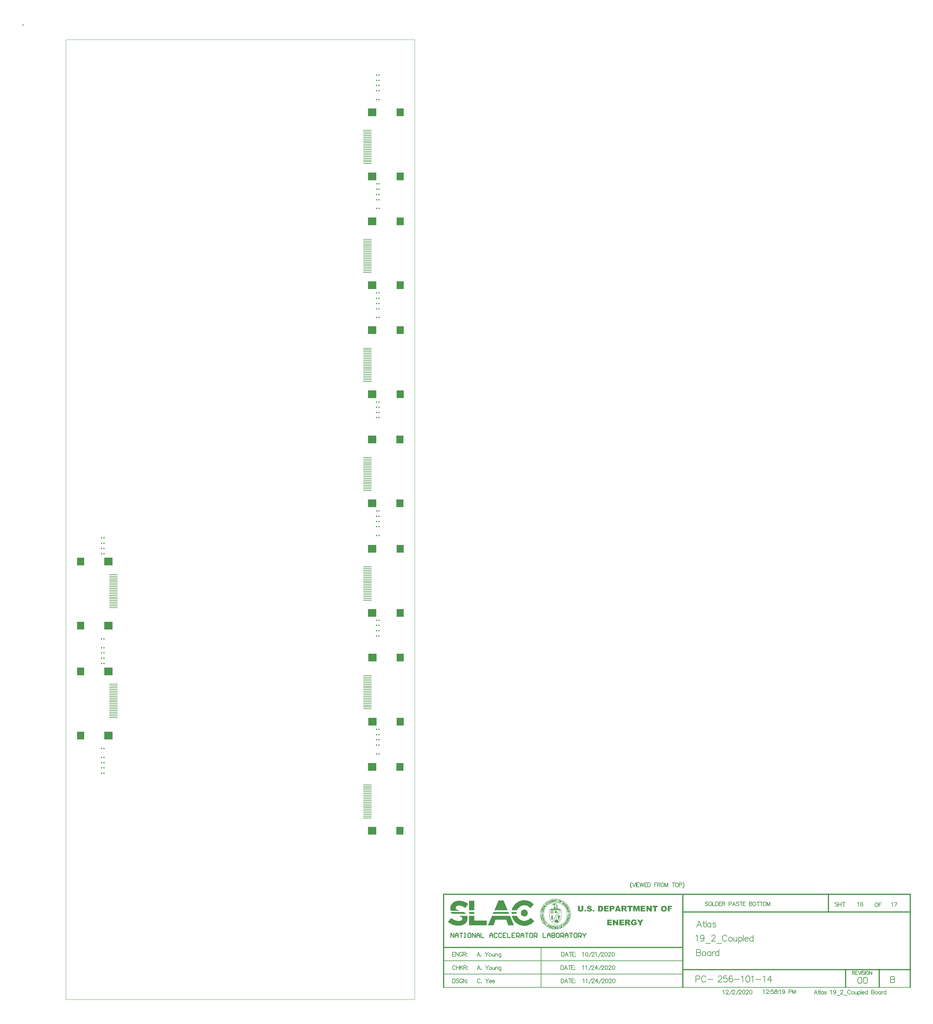
<source format=gbp>
G04*
G04 #@! TF.GenerationSoftware,Altium Limited,Altium Designer,20.1.14 (287)*
G04*
G04 Layer_Color=16711833*
%FSLAX25Y25*%
%MOIN*%
G70*
G04*
G04 #@! TF.SameCoordinates,E5BBD601-0378-4793-8288-20EAF3AE4A8C*
G04*
G04*
G04 #@! TF.FilePolarity,Positive*
G04*
G01*
G75*
%ADD11C,0.00800*%
%ADD12C,0.01000*%
%ADD13C,0.00500*%
%ADD15C,0.00400*%
%ADD17C,0.01200*%
%ADD18C,0.00026*%
%ADD19C,0.00043*%
%ADD20C,0.00195*%
%ADD21C,0.00061*%
%ADD22C,0.00087*%
%ADD23C,0.00104*%
%ADD24C,0.00052*%
%ADD25C,0.00049*%
%ADD26C,0.00183*%
%ADD27C,0.00174*%
%ADD28C,0.00244*%
%ADD29C,0.00035*%
%ADD30R,0.06131X0.10864*%
%ADD31R,0.06131X0.02042*%
%ADD32R,0.09449X0.01102*%
%ADD33R,0.09449X0.08858*%
%ADD34R,0.07874X0.08976*%
%ADD35R,0.07874X0.08858*%
%ADD39R,0.01200X0.01800*%
%ADD42R,0.01300X0.01800*%
G36*
X444872Y111275D02*
X445882Y111177D01*
X447164Y110976D01*
X448256Y110719D01*
X449310Y110392D01*
X450328Y109997D01*
X451308Y109536D01*
X452250Y109010D01*
X453156Y108420D01*
X454023Y107770D01*
X450838Y103152D01*
X449845Y103786D01*
X449310Y104122D01*
X448783Y104397D01*
X447898Y104858D01*
X447164Y105145D01*
X446447Y105425D01*
X445727Y105629D01*
X445369Y105704D01*
X444942Y105787D01*
X444550Y105836D01*
X444300Y105868D01*
X443986Y105882D01*
X443672Y105896D01*
X443257Y105884D01*
X442884Y105862D01*
X442205Y105746D01*
X441629Y105565D01*
X441317Y105434D01*
X441149Y105332D01*
X440920Y105192D01*
X440594Y104910D01*
X440333Y104580D01*
X440144Y104198D01*
X440041Y103811D01*
X440010Y103470D01*
X440041Y102920D01*
X440144Y102503D01*
X440340Y102114D01*
X440603Y101793D01*
X440982Y101483D01*
X441475Y101192D01*
X442093Y100911D01*
X442845Y100634D01*
X444801Y100050D01*
X434314D01*
X433984Y101622D01*
X433918Y102913D01*
X434038Y104377D01*
X434386Y105728D01*
X434949Y106957D01*
X435712Y108054D01*
X436660Y109009D01*
X437780Y109812D01*
X439055Y110454D01*
X440406Y110903D01*
X442205Y111225D01*
X443672Y111313D01*
X444872Y111275D01*
D02*
G37*
G36*
X517895Y111908D02*
X519389Y111779D01*
X520888Y111487D01*
X522227Y111086D01*
X523555Y110537D01*
X524814Y109863D01*
X525993Y109073D01*
X527087Y108173D01*
X528088Y107172D01*
X524350Y102853D01*
X523266Y103987D01*
X522533Y104583D01*
X521739Y105099D01*
X520888Y105528D01*
X519988Y105863D01*
X519043Y106100D01*
X518061Y106231D01*
X516939Y106245D01*
X515629Y106080D01*
X514388Y105729D01*
X513229Y105207D01*
X512166Y104529D01*
X511201Y103694D01*
X510390Y102764D01*
X509705Y101706D01*
X509174Y100550D01*
X503309D01*
X503371Y100938D01*
X503702Y102077D01*
X504121Y103175D01*
X504625Y104227D01*
X505209Y105231D01*
X505540Y105706D01*
X505870Y106181D01*
X506602Y107074D01*
X507403Y107905D01*
X508268Y108670D01*
X509192Y109365D01*
X510171Y109985D01*
X511215Y110533D01*
X512279Y110986D01*
X513399Y111358D01*
X514558Y111639D01*
X515751Y111825D01*
X516939Y111908D01*
X517895Y111908D01*
D02*
G37*
G36*
X498550Y100550D02*
X483481D01*
X488190Y111614D01*
X493842D01*
X498550Y100550D01*
D02*
G37*
G36*
X508675Y98506D02*
X508648Y98111D01*
X508624Y97743D01*
Y97024D01*
X508675Y96486D01*
X502993D01*
X502974Y97126D01*
X502956Y97562D01*
X502959Y97767D01*
X502993Y98507D01*
X508675Y98506D01*
D02*
G37*
G36*
X450353Y97853D02*
X450670Y97611D01*
X450986Y97369D01*
X451368Y97023D01*
X451880Y96465D01*
X436708D01*
X436380Y96635D01*
X436052Y96805D01*
X435690Y97029D01*
X435328Y97253D01*
X434903Y97592D01*
X434478Y97930D01*
X433930Y98507D01*
X449271D01*
X450353Y97853D01*
D02*
G37*
G36*
X500289Y96465D02*
X481742D01*
X482612Y98507D01*
X499421D01*
X500289Y96465D01*
D02*
G37*
G36*
X518525Y101172D02*
X519221Y100884D01*
X519848Y100465D01*
X520381Y99932D01*
X520799Y99306D01*
X521088Y98610D01*
X521235Y97871D01*
Y97494D01*
Y97491D01*
Y97114D01*
X521088Y96375D01*
X520799Y95679D01*
X520381Y95052D01*
X519848Y94519D01*
X519221Y94101D01*
X518525Y93812D01*
X517786Y93665D01*
X517033D01*
X516295Y93812D01*
X515600Y94100D01*
X514974Y94518D01*
X514442Y95050D01*
X514024Y95676D01*
X513736Y96371D01*
X513589Y97109D01*
Y97485D01*
Y97499D01*
Y97875D01*
X513736Y98613D01*
X514024Y99309D01*
X514442Y99934D01*
X514974Y100466D01*
X515600Y100884D01*
X516295Y101172D01*
X517033Y101319D01*
X517786D01*
X518525Y101172D01*
D02*
G37*
G36*
X453178Y93666D02*
X453265Y93221D01*
X453325Y92699D01*
X453342Y92243D01*
X453359Y91788D01*
X453295Y90968D01*
X453235Y90201D01*
X453055Y89489D01*
X452872Y88765D01*
X452505Y87911D01*
X452285Y87482D01*
X451887Y86919D01*
X451489Y86356D01*
X450993Y85875D01*
X450498Y85393D01*
X449326Y84596D01*
X448657Y84283D01*
X447989Y83969D01*
X447628Y83859D01*
X447126Y83707D01*
X446481Y83513D01*
X446198Y83465D01*
X445624Y83368D01*
X445222Y83300D01*
X444839Y83240D01*
X444628Y83229D01*
X443969Y83194D01*
X443608Y83175D01*
X443092Y83150D01*
X442700Y83164D01*
X442308Y83178D01*
X441861Y83193D01*
X441399Y83242D01*
X440999Y83284D01*
X440519Y83340D01*
X440092Y83416D01*
X439665Y83491D01*
X439345Y83548D01*
X438833Y83676D01*
X438469Y83768D01*
X438022Y83886D01*
X437625Y84017D01*
X437228Y84147D01*
X436887Y84259D01*
X436449Y84439D01*
X436072Y84594D01*
X435311Y84941D01*
X434927Y85132D01*
X434535Y85328D01*
X433974Y85663D01*
X433413Y85998D01*
X432334Y86758D01*
X431304Y87608D01*
X434927Y91948D01*
X435695Y91369D01*
X436072Y91084D01*
X436449Y90800D01*
X436887Y90521D01*
X437228Y90303D01*
X437625Y90082D01*
X438106Y89822D01*
X438469Y89650D01*
X438833Y89479D01*
X439089Y89380D01*
X439505Y89220D01*
X440092Y89030D01*
X440598Y88886D01*
X440999Y88801D01*
X441630Y88687D01*
X442084Y88630D01*
X442700Y88586D01*
X443187Y88565D01*
X443608Y88578D01*
X443969Y88592D01*
X444628Y88680D01*
X444857Y88735D01*
X445222Y88822D01*
X445502Y88927D01*
X445892Y89098D01*
X446198Y89265D01*
X446575Y89561D01*
X446873Y89903D01*
X447051Y90221D01*
X447126Y90406D01*
X447233Y90827D01*
X447268Y91191D01*
X447243Y91666D01*
X447126Y92112D01*
X446943Y92467D01*
X446782Y92689D01*
X446537Y92919D01*
X446330Y93081D01*
X446039Y93281D01*
X445746Y93435D01*
X445362Y93624D01*
X445048Y93757D01*
X444734Y93880D01*
X444628Y93915D01*
X443969Y94133D01*
X443127Y94423D01*
X452989D01*
X453178Y93666D01*
D02*
G37*
G36*
X461118Y89121D02*
X475011D01*
Y83548D01*
X454986D01*
Y94422D01*
X461118D01*
Y89121D01*
D02*
G37*
G36*
X505787Y83548D02*
X499376D01*
X496829Y89797D01*
X485045D01*
X482496Y83548D01*
X476247D01*
X480873Y94422D01*
X501159D01*
X505787Y83548D01*
D02*
G37*
G36*
X509415Y93832D02*
X509720Y93277D01*
X510024Y92722D01*
X510474Y92124D01*
X510781Y91716D01*
X511198Y91301D01*
X511671Y90829D01*
X511974Y90604D01*
X512276Y90379D01*
X512680Y90077D01*
X513039Y89883D01*
X513397Y89689D01*
X513794Y89474D01*
X514175Y89335D01*
X514556Y89196D01*
X514997Y89035D01*
X516276Y88774D01*
X516939Y88716D01*
X517447Y88722D01*
X518078Y88731D01*
X519083Y88868D01*
X520049Y89117D01*
X520967Y89469D01*
X521834Y89918D01*
X522237Y90188D01*
X522640Y90458D01*
X522895Y90672D01*
X523149Y90886D01*
X523380Y91081D01*
X523605Y91317D01*
X523830Y91552D01*
X524048Y91781D01*
X524258Y92024D01*
X524469Y92267D01*
X528469Y88229D01*
X527460Y87140D01*
X526344Y86159D01*
X525132Y85295D01*
X523830Y84558D01*
X523149Y84240D01*
X522237Y83898D01*
X521732Y83709D01*
X520249Y83328D01*
X518709Y83104D01*
X517920Y83054D01*
X517447Y83052D01*
X516974Y83050D01*
X516607Y83076D01*
X515750Y83136D01*
X514556Y83322D01*
X513794Y83507D01*
X513397Y83603D01*
X512478Y83908D01*
X512276Y83975D01*
X511671Y84233D01*
X511198Y84435D01*
X510474Y84816D01*
X510167Y84978D01*
X509720Y85261D01*
X509170Y85612D01*
X508717Y85953D01*
X508263Y86294D01*
X507831Y86677D01*
X507399Y87060D01*
X506598Y87892D01*
X506232Y88339D01*
X505865Y88785D01*
X505535Y89261D01*
X505205Y89737D01*
X504913Y90239D01*
X504621Y90741D01*
X504369Y91268D01*
X504118Y91795D01*
X503908Y92345D01*
X503699Y92894D01*
X503369Y94034D01*
X503307Y94422D01*
X509170D01*
X509415Y93832D01*
D02*
G37*
G36*
X590978Y105644D02*
X591083D01*
X591197Y105634D01*
X591332Y105613D01*
X591468Y105603D01*
X591770Y105540D01*
X592072Y105457D01*
X592374Y105353D01*
X592509Y105280D01*
X592634Y105197D01*
X592644D01*
X592665Y105176D01*
X592696Y105145D01*
X592738Y105113D01*
X592790Y105061D01*
X592842Y104999D01*
X592904Y104937D01*
X592977Y104853D01*
X593040Y104760D01*
X593102Y104645D01*
X593175Y104531D01*
X593227Y104406D01*
X593290Y104260D01*
X593331Y104104D01*
X593373Y103937D01*
X593404Y103760D01*
X591562Y103656D01*
Y103677D01*
X591541Y103729D01*
X591520Y103802D01*
X591489Y103895D01*
X591447Y104000D01*
X591395Y104104D01*
X591322Y104197D01*
X591239Y104281D01*
X591228Y104291D01*
X591197Y104312D01*
X591145Y104343D01*
X591072Y104385D01*
X590978Y104416D01*
X590864Y104447D01*
X590739Y104468D01*
X590583Y104478D01*
X590531D01*
X590468Y104468D01*
X590385Y104458D01*
X590219Y104416D01*
X590135Y104385D01*
X590062Y104333D01*
X590052Y104322D01*
X590042Y104312D01*
X590010Y104281D01*
X589979Y104239D01*
X589927Y104124D01*
X589906Y104052D01*
X589896Y103979D01*
Y103968D01*
Y103958D01*
X589917Y103885D01*
X589958Y103802D01*
X589990Y103750D01*
X590042Y103708D01*
X590052Y103698D01*
X590073Y103687D01*
X590114Y103666D01*
X590177Y103635D01*
X590260Y103594D01*
X590375Y103552D01*
X590520Y103510D01*
X590697Y103469D01*
X590708D01*
X590750Y103458D01*
X590822Y103437D01*
X590906Y103427D01*
X591010Y103396D01*
X591135Y103365D01*
X591270Y103333D01*
X591416Y103302D01*
X591718Y103208D01*
X592020Y103115D01*
X592165Y103063D01*
X592301Y103011D01*
X592425Y102959D01*
X592540Y102907D01*
X592550D01*
X592561Y102896D01*
X592592Y102875D01*
X592634Y102855D01*
X592727Y102792D01*
X592852Y102719D01*
X592988Y102615D01*
X593123Y102490D01*
X593248Y102355D01*
X593352Y102209D01*
X593362Y102188D01*
X593394Y102136D01*
X593435Y102053D01*
X593487Y101938D01*
X593529Y101793D01*
X593571Y101637D01*
X593602Y101460D01*
X593612Y101272D01*
Y101262D01*
Y101241D01*
Y101210D01*
Y101168D01*
X593591Y101054D01*
X593571Y100897D01*
X593529Y100731D01*
X593467Y100543D01*
X593383Y100346D01*
X593269Y100148D01*
Y100137D01*
X593258Y100127D01*
X593206Y100065D01*
X593133Y99971D01*
X593029Y99856D01*
X592894Y99731D01*
X592727Y99607D01*
X592540Y99482D01*
X592321Y99367D01*
X592311D01*
X592290Y99357D01*
X592259Y99346D01*
X592217Y99326D01*
X592155Y99305D01*
X592082Y99284D01*
X591999Y99263D01*
X591905Y99242D01*
X591801Y99211D01*
X591686Y99190D01*
X591426Y99148D01*
X591124Y99117D01*
X590791Y99107D01*
X590635D01*
X590531Y99117D01*
X590396Y99128D01*
X590250Y99138D01*
X590083Y99159D01*
X589906Y99180D01*
X589532Y99253D01*
X589344Y99305D01*
X589157Y99367D01*
X588980Y99440D01*
X588824Y99523D01*
X588667Y99617D01*
X588543Y99721D01*
X588532Y99731D01*
X588511Y99752D01*
X588480Y99783D01*
X588449Y99836D01*
X588397Y99898D01*
X588345Y99971D01*
X588282Y100054D01*
X588220Y100158D01*
X588157Y100262D01*
X588095Y100387D01*
X587981Y100648D01*
X587897Y100960D01*
X587866Y101126D01*
X587845Y101303D01*
X589709Y101428D01*
Y101408D01*
X589719Y101355D01*
X589740Y101272D01*
X589761Y101168D01*
X589792Y101054D01*
X589833Y100939D01*
X589886Y100835D01*
X589948Y100731D01*
X589958Y100710D01*
X590010Y100668D01*
X590073Y100616D01*
X590177Y100543D01*
X590302Y100471D01*
X590448Y100418D01*
X590625Y100377D01*
X590822Y100356D01*
X590895D01*
X590968Y100366D01*
X591062Y100377D01*
X591166Y100398D01*
X591280Y100439D01*
X591385Y100481D01*
X591478Y100543D01*
X591489Y100554D01*
X591509Y100575D01*
X591551Y100616D01*
X591593Y100679D01*
X591634Y100741D01*
X591676Y100824D01*
X591697Y100908D01*
X591707Y101002D01*
Y101012D01*
Y101043D01*
X591697Y101095D01*
X591676Y101147D01*
X591655Y101220D01*
X591613Y101293D01*
X591562Y101366D01*
X591489Y101439D01*
X591478Y101449D01*
X591447Y101470D01*
X591374Y101512D01*
X591280Y101564D01*
X591145Y101616D01*
X591062Y101647D01*
X590968Y101678D01*
X590864Y101709D01*
X590750Y101751D01*
X590625Y101782D01*
X590479Y101813D01*
X590468D01*
X590427Y101824D01*
X590354Y101845D01*
X590271Y101865D01*
X590167Y101897D01*
X590042Y101928D01*
X589906Y101970D01*
X589761Y102011D01*
X589459Y102126D01*
X589157Y102251D01*
X589011Y102324D01*
X588876Y102407D01*
X588751Y102490D01*
X588636Y102573D01*
X588626Y102584D01*
X588616Y102594D01*
X588584Y102626D01*
X588553Y102657D01*
X588459Y102761D01*
X588366Y102907D01*
X588262Y103084D01*
X588168Y103292D01*
X588105Y103531D01*
X588095Y103666D01*
X588085Y103802D01*
Y103812D01*
Y103823D01*
Y103885D01*
X588095Y103979D01*
X588116Y104104D01*
X588157Y104239D01*
X588199Y104395D01*
X588272Y104551D01*
X588366Y104718D01*
X588376Y104739D01*
X588418Y104791D01*
X588480Y104874D01*
X588574Y104968D01*
X588699Y105082D01*
X588844Y105197D01*
X589021Y105301D01*
X589219Y105405D01*
X589230D01*
X589251Y105415D01*
X589282Y105426D01*
X589323Y105447D01*
X589386Y105467D01*
X589448Y105488D01*
X589532Y105509D01*
X589625Y105530D01*
X589740Y105551D01*
X589854Y105571D01*
X589979Y105592D01*
X590125Y105613D01*
X590271Y105634D01*
X590427Y105644D01*
X590781Y105655D01*
X590895D01*
X590978Y105644D01*
D02*
G37*
G36*
X661215Y99211D02*
X659372D01*
X656999Y102688D01*
Y99211D01*
X655156D01*
Y105551D01*
X656978D01*
X659372Y102042D01*
Y105551D01*
X661215D01*
Y99211D01*
D02*
G37*
G36*
X647484D02*
X645881D01*
Y104041D01*
X644642Y99211D01*
X643185D01*
X641956Y104041D01*
Y99211D01*
X640353D01*
Y105551D01*
X642935D01*
X643913Y101689D01*
X644902Y105551D01*
X647484D01*
Y99211D01*
D02*
G37*
G36*
X583952Y101772D02*
Y101761D01*
Y101751D01*
Y101720D01*
Y101678D01*
X583941Y101564D01*
X583931Y101428D01*
X583910Y101262D01*
X583879Y101085D01*
X583837Y100897D01*
X583775Y100710D01*
Y100700D01*
X583764Y100689D01*
X583744Y100627D01*
X583702Y100533D01*
X583639Y100418D01*
X583567Y100273D01*
X583473Y100127D01*
X583358Y99981D01*
X583223Y99836D01*
X583202Y99815D01*
X583161Y99773D01*
X583088Y99711D01*
X582984Y99627D01*
X582869Y99544D01*
X582734Y99461D01*
X582588Y99378D01*
X582432Y99315D01*
X582421D01*
X582411Y99305D01*
X582380Y99294D01*
X582328Y99284D01*
X582276Y99263D01*
X582213Y99253D01*
X582047Y99211D01*
X581849Y99169D01*
X581620Y99138D01*
X581360Y99117D01*
X581068Y99107D01*
X580891D01*
X580766Y99117D01*
X580610D01*
X580444Y99138D01*
X580246Y99148D01*
X580048Y99169D01*
X580027D01*
X579996Y99180D01*
X579954D01*
X579861Y99201D01*
X579736Y99221D01*
X579590Y99263D01*
X579434Y99305D01*
X579278Y99357D01*
X579132Y99419D01*
X579111Y99430D01*
X579070Y99461D01*
X578997Y99502D01*
X578913Y99565D01*
X578809Y99638D01*
X578695Y99731D01*
X578580Y99846D01*
X578466Y99971D01*
X578455Y99992D01*
X578414Y100033D01*
X578362Y100106D01*
X578299Y100200D01*
X578237Y100304D01*
X578164Y100429D01*
X578101Y100564D01*
X578049Y100700D01*
Y100710D01*
X578039Y100731D01*
X578028Y100762D01*
X578018Y100804D01*
X577997Y100918D01*
X577966Y101064D01*
X577924Y101231D01*
X577904Y101408D01*
X577883Y101595D01*
X577872Y101772D01*
Y105551D01*
X579829D01*
Y101678D01*
Y101668D01*
Y101657D01*
Y101595D01*
X579840Y101501D01*
X579861Y101387D01*
X579902Y101262D01*
X579944Y101126D01*
X580017Y100991D01*
X580111Y100877D01*
X580121Y100866D01*
X580162Y100835D01*
X580225Y100783D01*
X580319Y100731D01*
X580433Y100679D01*
X580569Y100627D01*
X580735Y100595D01*
X580912Y100585D01*
X580995D01*
X581089Y100595D01*
X581204Y100616D01*
X581328Y100658D01*
X581453Y100700D01*
X581589Y100773D01*
X581703Y100866D01*
X581714Y100877D01*
X581745Y100918D01*
X581797Y100991D01*
X581849Y101074D01*
X581901Y101189D01*
X581953Y101335D01*
X581984Y101491D01*
X581995Y101678D01*
Y105551D01*
X583952D01*
Y101772D01*
D02*
G37*
G36*
X684117Y104187D02*
X681233D01*
Y103084D01*
X683700D01*
Y101803D01*
X681233D01*
Y99211D01*
X679266D01*
Y105551D01*
X684117D01*
Y104187D01*
D02*
G37*
G36*
X668033Y103989D02*
X666035D01*
Y99211D01*
X664078D01*
Y103989D01*
X662079D01*
Y105551D01*
X668033D01*
Y103989D01*
D02*
G37*
G36*
X653990Y104197D02*
X650701D01*
Y103188D01*
X653751D01*
Y101897D01*
X650701D01*
Y100648D01*
X654084D01*
Y99211D01*
X648733D01*
Y105551D01*
X653990D01*
Y104197D01*
D02*
G37*
G36*
X639489Y103989D02*
X637490D01*
Y99211D01*
X635533D01*
Y103989D01*
X633535D01*
Y105551D01*
X639489D01*
Y103989D01*
D02*
G37*
G36*
X630682Y105540D02*
X630891Y105530D01*
X631109Y105509D01*
X631349Y105488D01*
X631567Y105447D01*
X631765Y105394D01*
X631775D01*
X631786Y105384D01*
X631848Y105363D01*
X631931Y105322D01*
X632046Y105259D01*
X632161Y105186D01*
X632296Y105082D01*
X632421Y104957D01*
X632535Y104812D01*
X632546Y104791D01*
X632587Y104739D01*
X632629Y104645D01*
X632691Y104531D01*
X632744Y104374D01*
X632795Y104197D01*
X632827Y104000D01*
X632837Y103781D01*
Y103771D01*
Y103760D01*
Y103698D01*
X632827Y103594D01*
X632806Y103469D01*
X632785Y103333D01*
X632744Y103177D01*
X632681Y103021D01*
X632608Y102875D01*
X632598Y102855D01*
X632566Y102813D01*
X632514Y102740D01*
X632442Y102657D01*
X632358Y102553D01*
X632244Y102448D01*
X632129Y102344D01*
X631984Y102251D01*
X631973Y102240D01*
X631942Y102230D01*
X631879Y102199D01*
X631807Y102167D01*
X631703Y102126D01*
X631588Y102084D01*
X631453Y102042D01*
X631296Y102001D01*
X631307D01*
X631349Y101980D01*
X631411Y101959D01*
X631484Y101928D01*
X631650Y101855D01*
X631734Y101813D01*
X631796Y101772D01*
X631807D01*
X631817Y101751D01*
X631848Y101730D01*
X631879Y101699D01*
X631921Y101647D01*
X631973Y101595D01*
X632036Y101522D01*
X632108Y101428D01*
X632119Y101418D01*
X632140Y101387D01*
X632181Y101345D01*
X632223Y101283D01*
X632317Y101158D01*
X632358Y101095D01*
X632389Y101043D01*
X633347Y99211D01*
X631130D01*
X630079Y101137D01*
X630068Y101158D01*
X630047Y101199D01*
X630006Y101262D01*
X629964Y101345D01*
X629902Y101428D01*
X629849Y101501D01*
X629787Y101574D01*
X629725Y101626D01*
X629714Y101637D01*
X629693Y101647D01*
X629641Y101678D01*
X629589Y101709D01*
X629516Y101730D01*
X629433Y101761D01*
X629339Y101772D01*
X629246Y101782D01*
X629079D01*
Y99211D01*
X627112D01*
Y105551D01*
X630599D01*
X630682Y105540D01*
D02*
G37*
G36*
X626456Y99211D02*
X624395D01*
X624082Y100262D01*
X621865D01*
X621553Y99211D01*
X619554D01*
X621927Y105551D01*
X624082D01*
X626456Y99211D01*
D02*
G37*
G36*
X617212Y105540D02*
X617295D01*
X617399Y105519D01*
X617514Y105509D01*
X617638Y105488D01*
X617899Y105426D01*
X618159Y105332D01*
X618294Y105280D01*
X618419Y105207D01*
X618534Y105134D01*
X618638Y105041D01*
X618648Y105030D01*
X618659Y105020D01*
X618690Y104989D01*
X618721Y104947D01*
X618763Y104895D01*
X618805Y104832D01*
X618856Y104760D01*
X618909Y104666D01*
X618950Y104572D01*
X619002Y104468D01*
X619044Y104343D01*
X619086Y104218D01*
X619148Y103937D01*
X619158Y103771D01*
X619169Y103604D01*
Y103594D01*
Y103562D01*
Y103510D01*
X619158Y103448D01*
X619148Y103365D01*
X619138Y103271D01*
X619117Y103167D01*
X619096Y103052D01*
X619023Y102813D01*
X618919Y102563D01*
X618856Y102438D01*
X618784Y102313D01*
X618690Y102199D01*
X618586Y102094D01*
X618575Y102084D01*
X618555Y102074D01*
X618523Y102042D01*
X618482Y102011D01*
X618419Y101970D01*
X618346Y101928D01*
X618253Y101876D01*
X618149Y101834D01*
X618034Y101782D01*
X617909Y101730D01*
X617764Y101689D01*
X617607Y101647D01*
X617430Y101616D01*
X617243Y101584D01*
X617045Y101574D01*
X616827Y101564D01*
X615754D01*
Y99211D01*
X613787D01*
Y105551D01*
X617139D01*
X617212Y105540D01*
D02*
G37*
G36*
X612642Y104197D02*
X609352D01*
Y103188D01*
X612402D01*
Y101897D01*
X609352D01*
Y100648D01*
X612735D01*
Y99211D01*
X607385D01*
Y105551D01*
X612642D01*
Y104197D01*
D02*
G37*
G36*
X603648Y105540D02*
X603731D01*
X603918Y105519D01*
X604147Y105488D01*
X604376Y105447D01*
X604605Y105394D01*
X604813Y105311D01*
X604824D01*
X604834Y105301D01*
X604907Y105270D01*
X605001Y105218D01*
X605126Y105145D01*
X605261Y105051D01*
X605407Y104937D01*
X605552Y104801D01*
X605688Y104645D01*
X605709Y104624D01*
X605750Y104572D01*
X605813Y104478D01*
X605886Y104353D01*
X605969Y104208D01*
X606052Y104031D01*
X606136Y103833D01*
X606198Y103625D01*
Y103614D01*
X606208Y103604D01*
Y103562D01*
X606219Y103521D01*
X606240Y103469D01*
X606250Y103406D01*
X606281Y103250D01*
X606302Y103073D01*
X606333Y102865D01*
X606344Y102636D01*
X606354Y102396D01*
Y102386D01*
Y102355D01*
Y102303D01*
Y102230D01*
X606344Y102147D01*
Y102042D01*
X606333Y101938D01*
X606323Y101813D01*
X606292Y101564D01*
X606250Y101303D01*
X606198Y101043D01*
X606156Y100929D01*
X606115Y100814D01*
Y100804D01*
X606104Y100793D01*
X606094Y100762D01*
X606073Y100720D01*
X606021Y100616D01*
X605948Y100491D01*
X605854Y100346D01*
X605750Y100189D01*
X605615Y100033D01*
X605469Y99877D01*
X605448Y99856D01*
X605396Y99815D01*
X605313Y99752D01*
X605209Y99679D01*
X605074Y99586D01*
X604928Y99513D01*
X604772Y99440D01*
X604595Y99378D01*
X604584D01*
X604564Y99367D01*
X604532D01*
X604491Y99357D01*
X604428Y99336D01*
X604366Y99326D01*
X604210Y99294D01*
X604022Y99263D01*
X603835Y99242D01*
X603627Y99221D01*
X603429Y99211D01*
X600525D01*
Y105551D01*
X603575D01*
X603648Y105540D01*
D02*
G37*
G36*
X596371Y99211D02*
X594487D01*
Y100981D01*
X596371D01*
Y99211D01*
D02*
G37*
G36*
X587023D02*
X585139D01*
Y100981D01*
X587023D01*
Y99211D01*
D02*
G37*
G36*
X675060Y105644D02*
X675164D01*
X675300Y105634D01*
X675445Y105613D01*
X675622Y105582D01*
X675799Y105551D01*
X675997Y105499D01*
X676195Y105447D01*
X676393Y105374D01*
X676601Y105290D01*
X676799Y105197D01*
X676986Y105082D01*
X677173Y104947D01*
X677340Y104801D01*
X677350Y104791D01*
X677382Y104760D01*
X677423Y104718D01*
X677475Y104645D01*
X677538Y104562D01*
X677610Y104447D01*
X677694Y104322D01*
X677777Y104187D01*
X677850Y104020D01*
X677933Y103843D01*
X678006Y103656D01*
X678069Y103437D01*
X678121Y103208D01*
X678162Y102969D01*
X678194Y102709D01*
X678204Y102428D01*
Y102417D01*
Y102376D01*
Y102324D01*
X678194Y102240D01*
Y102147D01*
X678183Y102042D01*
X678173Y101918D01*
X678162Y101782D01*
X678110Y101491D01*
X678048Y101189D01*
X677954Y100877D01*
X677829Y100595D01*
Y100585D01*
X677808Y100564D01*
X677787Y100533D01*
X677756Y100481D01*
X677725Y100418D01*
X677673Y100356D01*
X677559Y100189D01*
X677402Y100013D01*
X677215Y99836D01*
X676996Y99648D01*
X676747Y99492D01*
X676736D01*
X676715Y99471D01*
X676674Y99461D01*
X676622Y99430D01*
X676549Y99398D01*
X676465Y99367D01*
X676372Y99336D01*
X676257Y99305D01*
X676143Y99263D01*
X676007Y99232D01*
X675862Y99201D01*
X675705Y99169D01*
X675362Y99128D01*
X674977Y99107D01*
X674873D01*
X674800Y99117D01*
X674706D01*
X674602Y99128D01*
X674477Y99138D01*
X674352Y99148D01*
X674071Y99190D01*
X673769Y99253D01*
X673478Y99326D01*
X673197Y99440D01*
X673186D01*
X673166Y99461D01*
X673134Y99482D01*
X673082Y99502D01*
X673020Y99544D01*
X672957Y99586D01*
X672791Y99700D01*
X672614Y99856D01*
X672426Y100044D01*
X672239Y100262D01*
X672062Y100523D01*
Y100533D01*
X672041Y100554D01*
X672020Y100595D01*
X672000Y100658D01*
X671968Y100731D01*
X671927Y100814D01*
X671885Y100918D01*
X671854Y101033D01*
X671812Y101158D01*
X671770Y101303D01*
X671739Y101449D01*
X671698Y101616D01*
X671677Y101793D01*
X671656Y101980D01*
X671635Y102376D01*
Y102396D01*
Y102448D01*
X671646Y102521D01*
Y102636D01*
X671666Y102761D01*
X671677Y102917D01*
X671708Y103084D01*
X671739Y103261D01*
X671791Y103448D01*
X671843Y103646D01*
X671916Y103843D01*
X672000Y104052D01*
X672104Y104249D01*
X672218Y104437D01*
X672343Y104624D01*
X672499Y104791D01*
X672510Y104801D01*
X672541Y104832D01*
X672593Y104874D01*
X672655Y104926D01*
X672749Y104989D01*
X672853Y105061D01*
X672978Y105145D01*
X673124Y105228D01*
X673290Y105301D01*
X673467Y105384D01*
X673665Y105457D01*
X673884Y105519D01*
X674113Y105571D01*
X674363Y105613D01*
X674623Y105644D01*
X674904Y105655D01*
X674977D01*
X675060Y105644D01*
D02*
G37*
G36*
X641384Y90144D02*
X641488D01*
X641592Y90134D01*
X641717D01*
X641967Y90103D01*
X642227Y90071D01*
X642477Y90019D01*
X642592Y89988D01*
X642696Y89957D01*
X642706D01*
X642717Y89947D01*
X642789Y89926D01*
X642883Y89874D01*
X643008Y89811D01*
X643143Y89728D01*
X643289Y89624D01*
X643435Y89509D01*
X643570Y89364D01*
X643581Y89343D01*
X643622Y89291D01*
X643685Y89207D01*
X643768Y89093D01*
X643851Y88947D01*
X643934Y88770D01*
X644018Y88572D01*
X644091Y88354D01*
X642196Y88021D01*
X642186Y88042D01*
X642175Y88083D01*
X642144Y88146D01*
X642102Y88218D01*
X642040Y88312D01*
X641977Y88396D01*
X641884Y88489D01*
X641790Y88562D01*
X641780Y88572D01*
X641738Y88593D01*
X641686Y88625D01*
X641603Y88666D01*
X641499Y88697D01*
X641374Y88729D01*
X641238Y88749D01*
X641082Y88760D01*
X641020D01*
X640978Y88749D01*
X640853Y88739D01*
X640707Y88708D01*
X640551Y88656D01*
X640374Y88572D01*
X640208Y88458D01*
X640124Y88396D01*
X640052Y88312D01*
X640031Y88291D01*
X640020Y88260D01*
X639989Y88229D01*
X639968Y88177D01*
X639937Y88125D01*
X639895Y88052D01*
X639864Y87969D01*
X639833Y87875D01*
X639791Y87771D01*
X639760Y87656D01*
X639739Y87531D01*
X639708Y87386D01*
X639698Y87240D01*
X639677Y87073D01*
Y86896D01*
Y86886D01*
Y86855D01*
Y86803D01*
X639687Y86730D01*
Y86647D01*
X639698Y86542D01*
X639729Y86324D01*
X639771Y86085D01*
X639843Y85845D01*
X639937Y85616D01*
X639999Y85522D01*
X640062Y85429D01*
X640083Y85408D01*
X640135Y85356D01*
X640218Y85293D01*
X640343Y85210D01*
X640489Y85127D01*
X640676Y85064D01*
X640895Y85012D01*
X641134Y84991D01*
X641186D01*
X641259Y85002D01*
X641342D01*
X641436Y85012D01*
X641540Y85033D01*
X641759Y85085D01*
X641769D01*
X641811Y85106D01*
X641873Y85127D01*
X641957Y85158D01*
X642061Y85210D01*
X642186Y85262D01*
X642310Y85325D01*
X642456Y85408D01*
Y86001D01*
X641145D01*
Y87323D01*
X644174D01*
Y84617D01*
X644164Y84606D01*
X644132Y84596D01*
X644091Y84565D01*
X644028Y84523D01*
X643955Y84471D01*
X643862Y84419D01*
X643757Y84356D01*
X643653Y84294D01*
X643414Y84169D01*
X643154Y84034D01*
X642883Y83909D01*
X642623Y83815D01*
X642612D01*
X642592Y83805D01*
X642560Y83794D01*
X642508Y83784D01*
X642446Y83763D01*
X642363Y83753D01*
X642279Y83732D01*
X642175Y83711D01*
X642061Y83690D01*
X641946Y83669D01*
X641676Y83638D01*
X641374Y83617D01*
X641041Y83607D01*
X640936D01*
X640853Y83617D01*
X640760D01*
X640645Y83628D01*
X640520Y83638D01*
X640385Y83659D01*
X640093Y83701D01*
X639791Y83763D01*
X639479Y83857D01*
X639198Y83982D01*
X639187D01*
X639167Y84002D01*
X639136Y84023D01*
X639083Y84054D01*
X639021Y84096D01*
X638959Y84148D01*
X638792Y84273D01*
X638615Y84429D01*
X638438Y84627D01*
X638251Y84856D01*
X638095Y85127D01*
Y85137D01*
X638074Y85158D01*
X638063Y85200D01*
X638032Y85262D01*
X638001Y85335D01*
X637970Y85418D01*
X637938Y85522D01*
X637907Y85626D01*
X637865Y85751D01*
X637834Y85887D01*
X637772Y86189D01*
X637730Y86522D01*
X637709Y86876D01*
Y86886D01*
Y86917D01*
Y86980D01*
X637720Y87053D01*
Y87136D01*
X637730Y87250D01*
X637741Y87365D01*
X637761Y87490D01*
X637813Y87771D01*
X637886Y88073D01*
X637990Y88385D01*
X638136Y88677D01*
X638146Y88687D01*
X638157Y88708D01*
X638178Y88749D01*
X638219Y88801D01*
X638261Y88864D01*
X638313Y88937D01*
X638448Y89114D01*
X638625Y89301D01*
X638844Y89499D01*
X639094Y89676D01*
X639385Y89842D01*
X639396D01*
X639417Y89853D01*
X639448Y89874D01*
X639500Y89894D01*
X639573Y89915D01*
X639646Y89947D01*
X639739Y89967D01*
X639843Y89999D01*
X639968Y90030D01*
X640093Y90061D01*
X640239Y90082D01*
X640395Y90103D01*
X640562Y90123D01*
X640739Y90144D01*
X640926Y90155D01*
X641301D01*
X641384Y90144D01*
D02*
G37*
G36*
X649129Y86365D02*
Y83711D01*
X647162D01*
Y86365D01*
X644694Y90051D01*
X646870D01*
X648151Y87906D01*
X649421Y90051D01*
X651596D01*
X649129Y86365D01*
D02*
G37*
G36*
X623354Y83711D02*
X621511D01*
X619138Y87188D01*
Y83711D01*
X617295D01*
Y90051D01*
X619117D01*
X621511Y86542D01*
Y90051D01*
X623354D01*
Y83711D01*
D02*
G37*
G36*
X634659Y90040D02*
X634867Y90030D01*
X635086Y90009D01*
X635325Y89988D01*
X635544Y89947D01*
X635742Y89894D01*
X635752D01*
X635763Y89884D01*
X635825Y89863D01*
X635908Y89822D01*
X636023Y89759D01*
X636137Y89686D01*
X636273Y89582D01*
X636398Y89457D01*
X636512Y89311D01*
X636523Y89291D01*
X636564Y89239D01*
X636606Y89145D01*
X636668Y89030D01*
X636720Y88874D01*
X636772Y88697D01*
X636804Y88500D01*
X636814Y88281D01*
Y88271D01*
Y88260D01*
Y88198D01*
X636804Y88094D01*
X636783Y87969D01*
X636762Y87833D01*
X636720Y87677D01*
X636658Y87521D01*
X636585Y87375D01*
X636575Y87354D01*
X636543Y87313D01*
X636491Y87240D01*
X636418Y87157D01*
X636335Y87053D01*
X636221Y86949D01*
X636106Y86844D01*
X635960Y86751D01*
X635950Y86740D01*
X635919Y86730D01*
X635856Y86699D01*
X635783Y86667D01*
X635679Y86626D01*
X635565Y86584D01*
X635429Y86542D01*
X635273Y86501D01*
X635284D01*
X635325Y86480D01*
X635388Y86459D01*
X635461Y86428D01*
X635627Y86355D01*
X635711Y86313D01*
X635773Y86272D01*
X635783D01*
X635794Y86251D01*
X635825Y86230D01*
X635856Y86199D01*
X635898Y86147D01*
X635950Y86095D01*
X636013Y86022D01*
X636085Y85928D01*
X636096Y85918D01*
X636117Y85887D01*
X636158Y85845D01*
X636200Y85783D01*
X636294Y85658D01*
X636335Y85595D01*
X636366Y85543D01*
X637324Y83711D01*
X635107D01*
X634055Y85637D01*
X634045Y85658D01*
X634024Y85699D01*
X633983Y85762D01*
X633941Y85845D01*
X633878Y85928D01*
X633826Y86001D01*
X633764Y86074D01*
X633702Y86126D01*
X633691Y86137D01*
X633670Y86147D01*
X633618Y86178D01*
X633566Y86209D01*
X633493Y86230D01*
X633410Y86261D01*
X633316Y86272D01*
X633223Y86282D01*
X633056D01*
Y83711D01*
X631089D01*
Y90051D01*
X634576D01*
X634659Y90040D01*
D02*
G37*
G36*
X629912Y88697D02*
X626623D01*
Y87688D01*
X629673D01*
Y86397D01*
X626623D01*
Y85148D01*
X630006D01*
Y83711D01*
X624655D01*
Y90051D01*
X629912D01*
Y88697D01*
D02*
G37*
G36*
X616129D02*
X612840D01*
Y87688D01*
X615890D01*
Y86397D01*
X612840D01*
Y85148D01*
X616223D01*
Y83711D01*
X610872D01*
Y90051D01*
X616129D01*
Y88697D01*
D02*
G37*
%LPC*%
G36*
X629933Y104270D02*
X629079D01*
Y102979D01*
X629964D01*
X630016Y102990D01*
X630089Y103000D01*
X630183Y103011D01*
X630287Y103031D01*
X630422Y103063D01*
X630432D01*
X630453Y103073D01*
X630495Y103084D01*
X630537Y103104D01*
X630641Y103167D01*
X630693Y103208D01*
X630745Y103261D01*
X630755Y103271D01*
X630765Y103292D01*
X630786Y103323D01*
X630807Y103365D01*
X630849Y103479D01*
X630870Y103552D01*
Y103625D01*
Y103635D01*
Y103677D01*
X630859Y103729D01*
X630849Y103802D01*
X630818Y103875D01*
X630786Y103958D01*
X630734Y104031D01*
X630672Y104104D01*
X630661Y104114D01*
X630630Y104135D01*
X630578Y104156D01*
X630505Y104187D01*
X630401Y104218D01*
X630276Y104249D01*
X630120Y104260D01*
X629933Y104270D01*
D02*
G37*
G36*
X622979Y103906D02*
X622292Y101637D01*
X623666D01*
X622979Y103906D01*
D02*
G37*
G36*
X616306Y104260D02*
X615754D01*
Y102844D01*
X616327D01*
X616421Y102855D01*
X616545Y102865D01*
X616670Y102886D01*
X616806Y102927D01*
X616920Y102969D01*
X617024Y103031D01*
X617035Y103042D01*
X617066Y103063D01*
X617097Y103115D01*
X617149Y103167D01*
X617191Y103240D01*
X617222Y103333D01*
X617253Y103427D01*
X617264Y103542D01*
Y103552D01*
Y103594D01*
X617253Y103646D01*
X617243Y103718D01*
X617212Y103802D01*
X617180Y103885D01*
X617128Y103968D01*
X617056Y104052D01*
X617045Y104062D01*
X617014Y104083D01*
X616962Y104114D01*
X616889Y104156D01*
X616785Y104197D01*
X616660Y104229D01*
X616493Y104249D01*
X616306Y104260D01*
D02*
G37*
G36*
X602960Y104114D02*
X602482D01*
Y100648D01*
X603054D01*
X603169Y100658D01*
X603294Y100668D01*
X603439Y100679D01*
X603585Y100710D01*
X603710Y100741D01*
X603825Y100783D01*
X603835Y100793D01*
X603866Y100814D01*
X603918Y100845D01*
X603970Y100897D01*
X604043Y100960D01*
X604106Y101043D01*
X604168Y101137D01*
X604230Y101251D01*
X604241Y101272D01*
X604251Y101314D01*
X604283Y101397D01*
X604314Y101522D01*
X604335Y101668D01*
X604366Y101865D01*
X604376Y102094D01*
X604387Y102355D01*
Y102365D01*
Y102396D01*
Y102448D01*
Y102521D01*
X604376Y102605D01*
X604366Y102698D01*
X604345Y102907D01*
X604303Y103136D01*
X604251Y103365D01*
X604168Y103573D01*
X604116Y103666D01*
X604053Y103739D01*
X604043Y103760D01*
X603991Y103802D01*
X603908Y103854D01*
X603793Y103927D01*
X603637Y104000D01*
X603450Y104052D01*
X603231Y104093D01*
X602960Y104114D01*
D02*
G37*
G36*
X674904Y104166D02*
X674852D01*
X674810Y104156D01*
X674696Y104145D01*
X674560Y104114D01*
X674415Y104062D01*
X674248Y103989D01*
X674092Y103885D01*
X673946Y103739D01*
X673936Y103718D01*
X673915Y103698D01*
X673894Y103656D01*
X673863Y103614D01*
X673832Y103562D01*
X673801Y103489D01*
X673769Y103417D01*
X673738Y103323D01*
X673707Y103219D01*
X673676Y103104D01*
X673644Y102979D01*
X673624Y102844D01*
X673603Y102698D01*
X673592Y102542D01*
Y102365D01*
Y102355D01*
Y102324D01*
Y102271D01*
X673603Y102209D01*
Y102126D01*
X673613Y102042D01*
X673634Y101834D01*
X673676Y101605D01*
X673738Y101387D01*
X673832Y101168D01*
X673884Y101074D01*
X673946Y100991D01*
X673967Y100970D01*
X674009Y100929D01*
X674092Y100856D01*
X674196Y100783D01*
X674342Y100710D01*
X674508Y100637D01*
X674696Y100595D01*
X674914Y100575D01*
X674977D01*
X675019Y100585D01*
X675133Y100595D01*
X675279Y100627D01*
X675435Y100679D01*
X675591Y100741D01*
X675758Y100845D01*
X675893Y100981D01*
X675903Y101002D01*
X675924Y101022D01*
X675945Y101064D01*
X675976Y101106D01*
X676007Y101168D01*
X676039Y101231D01*
X676070Y101314D01*
X676101Y101408D01*
X676132Y101522D01*
X676164Y101637D01*
X676195Y101772D01*
X676216Y101918D01*
X676236Y102084D01*
X676247Y102261D01*
Y102448D01*
Y102459D01*
Y102490D01*
Y102532D01*
X676236Y102594D01*
Y102667D01*
X676226Y102750D01*
X676205Y102948D01*
X676153Y103156D01*
X676091Y103375D01*
X676007Y103573D01*
X675945Y103666D01*
X675882Y103750D01*
X675862Y103771D01*
X675820Y103812D01*
X675737Y103885D01*
X675622Y103958D01*
X675487Y104031D01*
X675320Y104104D01*
X675123Y104145D01*
X674904Y104166D01*
D02*
G37*
G36*
X633910Y88770D02*
X633056D01*
Y87479D01*
X633941D01*
X633993Y87490D01*
X634066Y87500D01*
X634160Y87511D01*
X634264Y87531D01*
X634399Y87563D01*
X634409D01*
X634430Y87573D01*
X634472Y87584D01*
X634514Y87604D01*
X634618Y87667D01*
X634670Y87708D01*
X634722Y87761D01*
X634732Y87771D01*
X634742Y87792D01*
X634763Y87823D01*
X634784Y87865D01*
X634826Y87979D01*
X634847Y88052D01*
Y88125D01*
Y88135D01*
Y88177D01*
X634836Y88229D01*
X634826Y88302D01*
X634795Y88375D01*
X634763Y88458D01*
X634711Y88531D01*
X634649Y88604D01*
X634638Y88614D01*
X634607Y88635D01*
X634555Y88656D01*
X634482Y88687D01*
X634378Y88718D01*
X634253Y88749D01*
X634097Y88760D01*
X633910Y88770D01*
D02*
G37*
%LPD*%
D11*
X426872Y13711D02*
X696872D01*
X536372D02*
Y58711D01*
X426372Y43711D02*
X696372D01*
X426372Y28711D02*
X696372D01*
Y13711D02*
X953072D01*
D12*
X-48562Y1099476D02*
X-48800Y1099238D01*
X-48562Y1099000D01*
X-48324Y1099238D01*
X-48562Y1099476D01*
X434300Y69900D02*
Y74898D01*
X437632Y69900D01*
Y74898D01*
X439298Y69900D02*
Y73232D01*
X440965Y74898D01*
X442631Y73232D01*
Y69900D01*
Y72399D01*
X439298D01*
X444297Y74898D02*
X447629D01*
X445963D01*
Y69900D01*
X449295Y74898D02*
X450961D01*
X450128D01*
Y69900D01*
X449295D01*
X450961D01*
X455960Y74898D02*
X454293D01*
X453461Y74065D01*
Y70733D01*
X454293Y69900D01*
X455960D01*
X456793Y70733D01*
Y74065D01*
X455960Y74898D01*
X458459Y69900D02*
Y74898D01*
X461791Y69900D01*
Y74898D01*
X463457Y69900D02*
Y73232D01*
X465123Y74898D01*
X466789Y73232D01*
Y69900D01*
Y72399D01*
X463457D01*
X468456Y74898D02*
Y69900D01*
X471788D01*
X478452D02*
Y73232D01*
X480119Y74898D01*
X481785Y73232D01*
Y69900D01*
Y72399D01*
X478452D01*
X486783Y74065D02*
X485950Y74898D01*
X484284D01*
X483451Y74065D01*
Y70733D01*
X484284Y69900D01*
X485950D01*
X486783Y70733D01*
X491781Y74065D02*
X490948Y74898D01*
X489282D01*
X488449Y74065D01*
Y70733D01*
X489282Y69900D01*
X490948D01*
X491781Y70733D01*
X496780Y74898D02*
X493447D01*
Y69900D01*
X496780D01*
X493447Y72399D02*
X495114D01*
X498446Y74898D02*
Y69900D01*
X501778D01*
X506777Y74898D02*
X503444D01*
Y69900D01*
X506777D01*
X503444Y72399D02*
X505110D01*
X508443Y69900D02*
Y74898D01*
X510942D01*
X511775Y74065D01*
Y72399D01*
X510942Y71566D01*
X508443D01*
X510109D02*
X511775Y69900D01*
X513441D02*
Y73232D01*
X515107Y74898D01*
X516773Y73232D01*
Y69900D01*
Y72399D01*
X513441D01*
X518439Y74898D02*
X521772D01*
X520106D01*
Y69900D01*
X525937Y74898D02*
X524271D01*
X523438Y74065D01*
Y70733D01*
X524271Y69900D01*
X525937D01*
X526770Y70733D01*
Y74065D01*
X525937Y74898D01*
X528436Y69900D02*
Y74898D01*
X530935D01*
X531768Y74065D01*
Y72399D01*
X530935Y71566D01*
X528436D01*
X530102D02*
X531768Y69900D01*
X538433Y74898D02*
Y69900D01*
X541765D01*
X543431D02*
Y73232D01*
X545097Y74898D01*
X546764Y73232D01*
Y69900D01*
Y72399D01*
X543431D01*
X548430Y74898D02*
Y69900D01*
X550929D01*
X551762Y70733D01*
Y71566D01*
X550929Y72399D01*
X548430D01*
X550929D01*
X551762Y73232D01*
Y74065D01*
X550929Y74898D01*
X548430D01*
X555927D02*
X554261D01*
X553428Y74065D01*
Y70733D01*
X554261Y69900D01*
X555927D01*
X556760Y70733D01*
Y74065D01*
X555927Y74898D01*
X558426Y69900D02*
Y74898D01*
X560926D01*
X561759Y74065D01*
Y72399D01*
X560926Y71566D01*
X558426D01*
X560093D02*
X561759Y69900D01*
X563425D02*
Y73232D01*
X565091Y74898D01*
X566757Y73232D01*
Y69900D01*
Y72399D01*
X563425D01*
X568423Y74898D02*
X571756D01*
X570089D01*
Y69900D01*
X575921Y74898D02*
X574255D01*
X573422Y74065D01*
Y70733D01*
X574255Y69900D01*
X575921D01*
X576754Y70733D01*
Y74065D01*
X575921Y74898D01*
X578420Y69900D02*
Y74898D01*
X580919D01*
X581752Y74065D01*
Y72399D01*
X580919Y71566D01*
X578420D01*
X580086D02*
X581752Y69900D01*
X583418Y74898D02*
Y74065D01*
X585084Y72399D01*
X586751Y74065D01*
Y74898D01*
X585084Y72399D02*
Y69900D01*
D13*
X711100Y22933D02*
X714099D01*
X715099Y23266D01*
X715432Y23599D01*
X715766Y24266D01*
Y25265D01*
X715432Y25932D01*
X715099Y26265D01*
X714099Y26599D01*
X711100D01*
Y19600D01*
X722331Y24932D02*
X721998Y25599D01*
X721331Y26265D01*
X720665Y26599D01*
X719332D01*
X718665Y26265D01*
X717999Y25599D01*
X717665Y24932D01*
X717332Y23932D01*
Y22266D01*
X717665Y21266D01*
X717999Y20600D01*
X718665Y19933D01*
X719332Y19600D01*
X720665D01*
X721331Y19933D01*
X721998Y20600D01*
X722331Y21266D01*
X724297Y22599D02*
X730296D01*
X931800Y108542D02*
X932228Y108756D01*
X932871Y109399D01*
Y104900D01*
X938099Y109399D02*
X935956Y104900D01*
X935099Y109399D02*
X938099D01*
X893572Y108653D02*
X894001Y108867D01*
X894643Y109510D01*
Y105011D01*
X899442Y108867D02*
X899228Y109296D01*
X898586Y109510D01*
X898157D01*
X897514Y109296D01*
X897086Y108653D01*
X896872Y107582D01*
Y106511D01*
X897086Y105654D01*
X897514Y105225D01*
X898157Y105011D01*
X898371D01*
X899014Y105225D01*
X899442Y105654D01*
X899657Y106296D01*
Y106511D01*
X899442Y107153D01*
X899014Y107582D01*
X898371Y107796D01*
X898157D01*
X897514Y107582D01*
X897086Y107153D01*
X896872Y106511D01*
X724599Y109456D02*
X724171Y109885D01*
X723528Y110099D01*
X722671D01*
X722028Y109885D01*
X721600Y109456D01*
Y109028D01*
X721814Y108599D01*
X722028Y108385D01*
X722457Y108171D01*
X723742Y107742D01*
X724171Y107528D01*
X724385Y107314D01*
X724599Y106885D01*
Y106243D01*
X724171Y105814D01*
X723528Y105600D01*
X722671D01*
X722028Y105814D01*
X721600Y106243D01*
X726892Y110099D02*
X726463Y109885D01*
X726035Y109456D01*
X725820Y109028D01*
X725606Y108385D01*
Y107314D01*
X725820Y106671D01*
X726035Y106243D01*
X726463Y105814D01*
X726892Y105600D01*
X727749D01*
X728177Y105814D01*
X728606Y106243D01*
X728820Y106671D01*
X729034Y107314D01*
Y108385D01*
X728820Y109028D01*
X728606Y109456D01*
X728177Y109885D01*
X727749Y110099D01*
X726892D01*
X730084D02*
Y105600D01*
X732655D01*
X733147Y110099D02*
Y105600D01*
Y110099D02*
X734647D01*
X735290Y109885D01*
X735718Y109456D01*
X735933Y109028D01*
X736147Y108385D01*
Y107314D01*
X735933Y106671D01*
X735718Y106243D01*
X735290Y105814D01*
X734647Y105600D01*
X733147D01*
X739939Y110099D02*
X737154D01*
Y105600D01*
X739939D01*
X737154Y107957D02*
X738868D01*
X740689Y110099D02*
Y105600D01*
Y110099D02*
X742617D01*
X743260Y109885D01*
X743474Y109671D01*
X743688Y109242D01*
Y108814D01*
X743474Y108385D01*
X743260Y108171D01*
X742617Y107957D01*
X740689D01*
X742188D02*
X743688Y105600D01*
X748230Y107742D02*
X750158D01*
X750801Y107957D01*
X751015Y108171D01*
X751229Y108599D01*
Y109242D01*
X751015Y109671D01*
X750801Y109885D01*
X750158Y110099D01*
X748230D01*
Y105600D01*
X755664D02*
X753950Y110099D01*
X752236Y105600D01*
X752879Y107100D02*
X755021D01*
X759713Y109456D02*
X759285Y109885D01*
X758642Y110099D01*
X757785D01*
X757142Y109885D01*
X756714Y109456D01*
Y109028D01*
X756928Y108599D01*
X757142Y108385D01*
X757571Y108171D01*
X758856Y107742D01*
X759285Y107528D01*
X759499Y107314D01*
X759713Y106885D01*
Y106243D01*
X759285Y105814D01*
X758642Y105600D01*
X757785D01*
X757142Y105814D01*
X756714Y106243D01*
X762220Y110099D02*
Y105600D01*
X760720Y110099D02*
X763720D01*
X767040D02*
X764255D01*
Y105600D01*
X767040D01*
X764255Y107957D02*
X765969D01*
X771325Y110099D02*
Y105600D01*
Y110099D02*
X773253D01*
X773896Y109885D01*
X774110Y109671D01*
X774324Y109242D01*
Y108814D01*
X774110Y108385D01*
X773896Y108171D01*
X773253Y107957D01*
X771325D02*
X773253D01*
X773896Y107742D01*
X774110Y107528D01*
X774324Y107100D01*
Y106457D01*
X774110Y106028D01*
X773896Y105814D01*
X773253Y105600D01*
X771325D01*
X776617Y110099D02*
X776188Y109885D01*
X775760Y109456D01*
X775546Y109028D01*
X775331Y108385D01*
Y107314D01*
X775546Y106671D01*
X775760Y106243D01*
X776188Y105814D01*
X776617Y105600D01*
X777474D01*
X777902Y105814D01*
X778331Y106243D01*
X778545Y106671D01*
X778759Y107314D01*
Y108385D01*
X778545Y109028D01*
X778331Y109456D01*
X777902Y109885D01*
X777474Y110099D01*
X776617D01*
X781309D02*
Y105600D01*
X779809Y110099D02*
X782808D01*
X784844D02*
Y105600D01*
X783344Y110099D02*
X786343D01*
X788164D02*
X787736Y109885D01*
X787307Y109456D01*
X787093Y109028D01*
X786879Y108385D01*
Y107314D01*
X787093Y106671D01*
X787307Y106243D01*
X787736Y105814D01*
X788164Y105600D01*
X789021D01*
X789450Y105814D01*
X789878Y106243D01*
X790093Y106671D01*
X790307Y107314D01*
Y108385D01*
X790093Y109028D01*
X789878Y109456D01*
X789450Y109885D01*
X789021Y110099D01*
X788164D01*
X791357D02*
Y105600D01*
Y110099D02*
X793070Y105600D01*
X794784Y110099D02*
X793070Y105600D01*
X794784Y110099D02*
Y105600D01*
X787016Y10107D02*
X787444Y10321D01*
X788087Y10964D01*
Y6465D01*
X790529Y9893D02*
Y10107D01*
X790743Y10536D01*
X790958Y10750D01*
X791386Y10964D01*
X792243D01*
X792672Y10750D01*
X792886Y10536D01*
X793100Y10107D01*
Y9679D01*
X792886Y9250D01*
X792457Y8608D01*
X790315Y6465D01*
X793314D01*
X794535Y9465D02*
X794321Y9250D01*
X794535Y9036D01*
X794750Y9250D01*
X794535Y9465D01*
Y6894D02*
X794321Y6679D01*
X794535Y6465D01*
X794750Y6679D01*
X794535Y6894D01*
X798306Y10964D02*
X796164D01*
X795949Y9036D01*
X796164Y9250D01*
X796806Y9465D01*
X797449D01*
X798092Y9250D01*
X798520Y8822D01*
X798735Y8179D01*
Y7751D01*
X798520Y7108D01*
X798092Y6679D01*
X797449Y6465D01*
X796806D01*
X796164Y6679D01*
X795949Y6894D01*
X795735Y7322D01*
X800813Y10964D02*
X800170Y10750D01*
X799956Y10321D01*
Y9893D01*
X800170Y9465D01*
X800598Y9250D01*
X801455Y9036D01*
X802098Y8822D01*
X802527Y8393D01*
X802741Y7965D01*
Y7322D01*
X802527Y6894D01*
X802312Y6679D01*
X801670Y6465D01*
X800813D01*
X800170Y6679D01*
X799956Y6894D01*
X799742Y7322D01*
Y7965D01*
X799956Y8393D01*
X800384Y8822D01*
X801027Y9036D01*
X801884Y9250D01*
X802312Y9465D01*
X802527Y9893D01*
Y10321D01*
X802312Y10750D01*
X801670Y10964D01*
X800813D01*
X803962Y9465D02*
X803748Y9250D01*
X803962Y9036D01*
X804176Y9250D01*
X803962Y9465D01*
Y6894D02*
X803748Y6679D01*
X803962Y6465D01*
X804176Y6679D01*
X803962Y6894D01*
X805162Y10107D02*
X805590Y10321D01*
X806233Y10964D01*
Y6465D01*
X811246Y9465D02*
X811032Y8822D01*
X810603Y8393D01*
X809961Y8179D01*
X809746D01*
X809104Y8393D01*
X808675Y8822D01*
X808461Y9465D01*
Y9679D01*
X808675Y10321D01*
X809104Y10750D01*
X809746Y10964D01*
X809961D01*
X810603Y10750D01*
X811032Y10321D01*
X811246Y9465D01*
Y8393D01*
X811032Y7322D01*
X810603Y6679D01*
X809961Y6465D01*
X809532D01*
X808889Y6679D01*
X808675Y7108D01*
X816002Y8608D02*
X817930D01*
X818573Y8822D01*
X818787Y9036D01*
X819002Y9465D01*
Y10107D01*
X818787Y10536D01*
X818573Y10750D01*
X817930Y10964D01*
X816002D01*
Y6465D01*
X820008Y10964D02*
Y6465D01*
Y10964D02*
X821723Y6465D01*
X823436Y10964D02*
X821723Y6465D01*
X823436Y10964D02*
Y6465D01*
X741516Y9607D02*
X741944Y9821D01*
X742587Y10464D01*
Y5965D01*
X745029Y9393D02*
Y9607D01*
X745243Y10036D01*
X745458Y10250D01*
X745886Y10464D01*
X746743D01*
X747172Y10250D01*
X747386Y10036D01*
X747600Y9607D01*
Y9179D01*
X747386Y8750D01*
X746957Y8107D01*
X744815Y5965D01*
X747814D01*
X748821Y5322D02*
X751821Y10464D01*
X752335Y9393D02*
Y9607D01*
X752549Y10036D01*
X752763Y10250D01*
X753192Y10464D01*
X754049D01*
X754477Y10250D01*
X754691Y10036D01*
X754906Y9607D01*
Y9179D01*
X754691Y8750D01*
X754263Y8107D01*
X752120Y5965D01*
X755120D01*
X756127Y5322D02*
X759126Y10464D01*
X759640Y9393D02*
Y9607D01*
X759855Y10036D01*
X760069Y10250D01*
X760497Y10464D01*
X761354D01*
X761783Y10250D01*
X761997Y10036D01*
X762211Y9607D01*
Y9179D01*
X761997Y8750D01*
X761568Y8107D01*
X759426Y5965D01*
X762425D01*
X764718Y10464D02*
X764075Y10250D01*
X763647Y9607D01*
X763432Y8536D01*
Y7893D01*
X763647Y6822D01*
X764075Y6179D01*
X764718Y5965D01*
X765146D01*
X765789Y6179D01*
X766218Y6822D01*
X766432Y7893D01*
Y8536D01*
X766218Y9607D01*
X765789Y10250D01*
X765146Y10464D01*
X764718D01*
X767653Y9393D02*
Y9607D01*
X767867Y10036D01*
X768081Y10250D01*
X768510Y10464D01*
X769367D01*
X769795Y10250D01*
X770010Y10036D01*
X770224Y9607D01*
Y9179D01*
X770010Y8750D01*
X769581Y8107D01*
X767439Y5965D01*
X770438D01*
X772730Y10464D02*
X772088Y10250D01*
X771659Y9607D01*
X771445Y8536D01*
Y7893D01*
X771659Y6822D01*
X772088Y6179D01*
X772730Y5965D01*
X773159D01*
X773802Y6179D01*
X774230Y6822D01*
X774444Y7893D01*
Y8536D01*
X774230Y9607D01*
X773802Y10250D01*
X773159Y10464D01*
X772730D01*
X583672Y22353D02*
X584101Y22567D01*
X584743Y23210D01*
Y18711D01*
X586972Y22353D02*
X587400Y22567D01*
X588043Y23210D01*
Y18711D01*
X590271Y18068D02*
X593270Y23210D01*
X593784Y22139D02*
Y22353D01*
X593999Y22782D01*
X594213Y22996D01*
X594641Y23210D01*
X595498D01*
X595927Y22996D01*
X596141Y22782D01*
X596355Y22353D01*
Y21925D01*
X596141Y21496D01*
X595713Y20853D01*
X593570Y18711D01*
X596569D01*
X599719Y23210D02*
X597576Y20211D01*
X600790D01*
X599719Y23210D02*
Y18711D01*
X601583Y18068D02*
X604582Y23210D01*
X605096Y22139D02*
Y22353D01*
X605310Y22782D01*
X605525Y22996D01*
X605953Y23210D01*
X606810D01*
X607239Y22996D01*
X607453Y22782D01*
X607667Y22353D01*
Y21925D01*
X607453Y21496D01*
X607024Y20853D01*
X604882Y18711D01*
X607881D01*
X610174Y23210D02*
X609531Y22996D01*
X609102Y22353D01*
X608888Y21282D01*
Y20639D01*
X609102Y19568D01*
X609531Y18925D01*
X610174Y18711D01*
X610602D01*
X611245Y18925D01*
X611673Y19568D01*
X611888Y20639D01*
Y21282D01*
X611673Y22353D01*
X611245Y22996D01*
X610602Y23210D01*
X610174D01*
X613109Y22139D02*
Y22353D01*
X613323Y22782D01*
X613537Y22996D01*
X613966Y23210D01*
X614823D01*
X615251Y22996D01*
X615465Y22782D01*
X615680Y22353D01*
Y21925D01*
X615465Y21496D01*
X615037Y20853D01*
X612895Y18711D01*
X615894D01*
X618186Y23210D02*
X617544Y22996D01*
X617115Y22353D01*
X616901Y21282D01*
Y20639D01*
X617115Y19568D01*
X617544Y18925D01*
X618186Y18711D01*
X618615D01*
X619257Y18925D01*
X619686Y19568D01*
X619900Y20639D01*
Y21282D01*
X619686Y22353D01*
X619257Y22996D01*
X618615Y23210D01*
X618186D01*
X583272Y37353D02*
X583701Y37567D01*
X584343Y38210D01*
Y33711D01*
X586572Y37353D02*
X587000Y37567D01*
X587643Y38210D01*
Y33711D01*
X589871Y33068D02*
X592870Y38210D01*
X593384Y37139D02*
Y37353D01*
X593599Y37782D01*
X593813Y37996D01*
X594241Y38210D01*
X595098D01*
X595527Y37996D01*
X595741Y37782D01*
X595955Y37353D01*
Y36925D01*
X595741Y36496D01*
X595313Y35853D01*
X593170Y33711D01*
X596170D01*
X599319Y38210D02*
X597176Y35211D01*
X600390D01*
X599319Y38210D02*
Y33711D01*
X601183Y33068D02*
X604182Y38210D01*
X604696Y37139D02*
Y37353D01*
X604911Y37782D01*
X605125Y37996D01*
X605553Y38210D01*
X606410D01*
X606839Y37996D01*
X607053Y37782D01*
X607267Y37353D01*
Y36925D01*
X607053Y36496D01*
X606624Y35853D01*
X604482Y33711D01*
X607481D01*
X609774Y38210D02*
X609131Y37996D01*
X608703Y37353D01*
X608488Y36282D01*
Y35639D01*
X608703Y34568D01*
X609131Y33925D01*
X609774Y33711D01*
X610202D01*
X610845Y33925D01*
X611273Y34568D01*
X611488Y35639D01*
Y36282D01*
X611273Y37353D01*
X610845Y37996D01*
X610202Y38210D01*
X609774D01*
X612709Y37139D02*
Y37353D01*
X612923Y37782D01*
X613137Y37996D01*
X613566Y38210D01*
X614423D01*
X614851Y37996D01*
X615065Y37782D01*
X615280Y37353D01*
Y36925D01*
X615065Y36496D01*
X614637Y35853D01*
X612495Y33711D01*
X615494D01*
X617786Y38210D02*
X617144Y37996D01*
X616715Y37353D01*
X616501Y36282D01*
Y35639D01*
X616715Y34568D01*
X617144Y33925D01*
X617786Y33711D01*
X618215D01*
X618857Y33925D01*
X619286Y34568D01*
X619500Y35639D01*
Y36282D01*
X619286Y37353D01*
X618857Y37996D01*
X618215Y38210D01*
X617786D01*
X558672D02*
Y33711D01*
Y38210D02*
X560172D01*
X560815Y37996D01*
X561243Y37567D01*
X561457Y37139D01*
X561672Y36496D01*
Y35425D01*
X561457Y34782D01*
X561243Y34354D01*
X560815Y33925D01*
X560172Y33711D01*
X558672D01*
X566106D02*
X564393Y38210D01*
X562679Y33711D01*
X563321Y35211D02*
X565464D01*
X568656Y38210D02*
Y33711D01*
X567156Y38210D02*
X570155D01*
X573476D02*
X570691D01*
Y33711D01*
X573476D01*
X570691Y36068D02*
X572405D01*
X574440Y36710D02*
X574226Y36496D01*
X574440Y36282D01*
X574655Y36496D01*
X574440Y36710D01*
Y34139D02*
X574226Y33925D01*
X574440Y33711D01*
X574655Y33925D01*
X574440Y34139D01*
X467700Y33711D02*
X465986Y38210D01*
X464272Y33711D01*
X464915Y35211D02*
X467057D01*
X468964Y34139D02*
X468750Y33925D01*
X468964Y33711D01*
X469178Y33925D01*
X468964Y34139D01*
X473699Y38210D02*
X475413Y36068D01*
Y33711D01*
X477127Y38210D02*
X475413Y36068D01*
X478776Y36710D02*
X478348Y36496D01*
X477919Y36068D01*
X477705Y35425D01*
Y34997D01*
X477919Y34354D01*
X478348Y33925D01*
X478776Y33711D01*
X479419D01*
X479847Y33925D01*
X480276Y34354D01*
X480490Y34997D01*
Y35425D01*
X480276Y36068D01*
X479847Y36496D01*
X479419Y36710D01*
X478776D01*
X481476D02*
Y34568D01*
X481690Y33925D01*
X482119Y33711D01*
X482761D01*
X483190Y33925D01*
X483832Y34568D01*
Y36710D02*
Y33711D01*
X485011Y36710D02*
Y33711D01*
Y35853D02*
X485653Y36496D01*
X486082Y36710D01*
X486725D01*
X487153Y36496D01*
X487367Y35853D01*
Y33711D01*
X491117Y36710D02*
Y33283D01*
X490902Y32640D01*
X490688Y32426D01*
X490260Y32211D01*
X489617D01*
X489188Y32426D01*
X491117Y36068D02*
X490688Y36496D01*
X490260Y36710D01*
X489617D01*
X489188Y36496D01*
X488760Y36068D01*
X488546Y35425D01*
Y34997D01*
X488760Y34354D01*
X489188Y33925D01*
X489617Y33711D01*
X490260D01*
X490688Y33925D01*
X491117Y34354D01*
X439586Y37139D02*
X439372Y37567D01*
X438943Y37996D01*
X438515Y38210D01*
X437658D01*
X437229Y37996D01*
X436801Y37567D01*
X436587Y37139D01*
X436372Y36496D01*
Y35425D01*
X436587Y34782D01*
X436801Y34354D01*
X437229Y33925D01*
X437658Y33711D01*
X438515D01*
X438943Y33925D01*
X439372Y34354D01*
X439586Y34782D01*
X440850Y38210D02*
Y33711D01*
X443849Y38210D02*
Y33711D01*
X440850Y36068D02*
X443849D01*
X445092Y38210D02*
Y33711D01*
X448091Y38210D02*
X445092Y35211D01*
X446163Y36282D02*
X448091Y33711D01*
X449098Y38210D02*
Y33711D01*
Y38210D02*
X451026D01*
X451669Y37996D01*
X451883Y37782D01*
X452098Y37353D01*
Y36925D01*
X451883Y36496D01*
X451669Y36282D01*
X451026Y36068D01*
X449098D01*
X450598D02*
X452098Y33711D01*
X453319Y36710D02*
X453104Y36496D01*
X453319Y36282D01*
X453533Y36496D01*
X453319Y36710D01*
Y34139D02*
X453104Y33925D01*
X453319Y33711D01*
X453533Y33925D01*
X453319Y34139D01*
X558972Y23210D02*
Y18711D01*
Y23210D02*
X560472D01*
X561115Y22996D01*
X561543Y22567D01*
X561757Y22139D01*
X561972Y21496D01*
Y20425D01*
X561757Y19782D01*
X561543Y19354D01*
X561115Y18925D01*
X560472Y18711D01*
X558972D01*
X566406D02*
X564692Y23210D01*
X562979Y18711D01*
X563621Y20211D02*
X565764D01*
X568956Y23210D02*
Y18711D01*
X567456Y23210D02*
X570456D01*
X573776D02*
X570991D01*
Y18711D01*
X573776D01*
X570991Y21068D02*
X572705D01*
X574740Y21710D02*
X574526Y21496D01*
X574740Y21282D01*
X574955Y21496D01*
X574740Y21710D01*
Y19139D02*
X574526Y18925D01*
X574740Y18711D01*
X574955Y18925D01*
X574740Y19139D01*
X847943Y5965D02*
X846230Y10464D01*
X844516Y5965D01*
X845158Y7465D02*
X847301D01*
X849636Y10464D02*
Y6822D01*
X849850Y6179D01*
X850279Y5965D01*
X850707D01*
X848993Y8964D02*
X850493D01*
X851350Y10464D02*
Y5965D01*
X854863Y8964D02*
Y5965D01*
Y8322D02*
X854435Y8750D01*
X854006Y8964D01*
X853364D01*
X852935Y8750D01*
X852507Y8322D01*
X852293Y7679D01*
Y7251D01*
X852507Y6608D01*
X852935Y6179D01*
X853364Y5965D01*
X854006D01*
X854435Y6179D01*
X854863Y6608D01*
X858420Y8322D02*
X858206Y8750D01*
X857563Y8964D01*
X856920D01*
X856277Y8750D01*
X856063Y8322D01*
X856277Y7893D01*
X856706Y7679D01*
X857777Y7465D01*
X858206Y7251D01*
X858420Y6822D01*
Y6608D01*
X858206Y6179D01*
X857563Y5965D01*
X856920D01*
X856277Y6179D01*
X856063Y6608D01*
X862897Y9607D02*
X863326Y9821D01*
X863969Y10464D01*
Y5965D01*
X868982Y8964D02*
X868768Y8322D01*
X868339Y7893D01*
X867696Y7679D01*
X867482D01*
X866839Y7893D01*
X866411Y8322D01*
X866197Y8964D01*
Y9179D01*
X866411Y9821D01*
X866839Y10250D01*
X867482Y10464D01*
X867696D01*
X868339Y10250D01*
X868768Y9821D01*
X868982Y8964D01*
Y7893D01*
X868768Y6822D01*
X868339Y6179D01*
X867696Y5965D01*
X867268D01*
X866625Y6179D01*
X866411Y6608D01*
X870203Y4465D02*
X873631D01*
X874424Y9393D02*
Y9607D01*
X874638Y10036D01*
X874852Y10250D01*
X875280Y10464D01*
X876137D01*
X876566Y10250D01*
X876780Y10036D01*
X876994Y9607D01*
Y9179D01*
X876780Y8750D01*
X876352Y8108D01*
X874209Y5965D01*
X877209D01*
X878216Y4465D02*
X881643D01*
X885435Y9393D02*
X885221Y9821D01*
X884793Y10250D01*
X884364Y10464D01*
X883507D01*
X883079Y10250D01*
X882650Y9821D01*
X882436Y9393D01*
X882222Y8750D01*
Y7679D01*
X882436Y7036D01*
X882650Y6608D01*
X883079Y6179D01*
X883507Y5965D01*
X884364D01*
X884793Y6179D01*
X885221Y6608D01*
X885435Y7036D01*
X887771Y8964D02*
X887342Y8750D01*
X886914Y8322D01*
X886699Y7679D01*
Y7251D01*
X886914Y6608D01*
X887342Y6179D01*
X887771Y5965D01*
X888413D01*
X888842Y6179D01*
X889270Y6608D01*
X889485Y7251D01*
Y7679D01*
X889270Y8322D01*
X888842Y8750D01*
X888413Y8964D01*
X887771D01*
X890470D02*
Y6822D01*
X890684Y6179D01*
X891113Y5965D01*
X891755D01*
X892184Y6179D01*
X892827Y6822D01*
Y8964D02*
Y5965D01*
X894005Y8964D02*
Y4465D01*
Y8322D02*
X894433Y8750D01*
X894862Y8964D01*
X895505D01*
X895933Y8750D01*
X896362Y8322D01*
X896576Y7679D01*
Y7251D01*
X896362Y6608D01*
X895933Y6179D01*
X895505Y5965D01*
X894862D01*
X894433Y6179D01*
X894005Y6608D01*
X897540Y10464D02*
Y5965D01*
X898483Y7679D02*
X901054D01*
Y8108D01*
X900839Y8536D01*
X900625Y8750D01*
X900197Y8964D01*
X899554D01*
X899125Y8750D01*
X898697Y8322D01*
X898483Y7679D01*
Y7251D01*
X898697Y6608D01*
X899125Y6179D01*
X899554Y5965D01*
X900197D01*
X900625Y6179D01*
X901054Y6608D01*
X904589Y10464D02*
Y5965D01*
Y8322D02*
X904160Y8750D01*
X903732Y8964D01*
X903089D01*
X902660Y8750D01*
X902232Y8322D01*
X902018Y7679D01*
Y7251D01*
X902232Y6608D01*
X902660Y6179D01*
X903089Y5965D01*
X903732D01*
X904160Y6179D01*
X904589Y6608D01*
X909323Y10464D02*
Y5965D01*
Y10464D02*
X911251D01*
X911894Y10250D01*
X912108Y10036D01*
X912323Y9607D01*
Y9179D01*
X912108Y8750D01*
X911894Y8536D01*
X911251Y8322D01*
X909323D02*
X911251D01*
X911894Y8108D01*
X912108Y7893D01*
X912323Y7465D01*
Y6822D01*
X912108Y6394D01*
X911894Y6179D01*
X911251Y5965D01*
X909323D01*
X914401Y8964D02*
X913972Y8750D01*
X913544Y8322D01*
X913330Y7679D01*
Y7251D01*
X913544Y6608D01*
X913972Y6179D01*
X914401Y5965D01*
X915043D01*
X915472Y6179D01*
X915900Y6608D01*
X916115Y7251D01*
Y7679D01*
X915900Y8322D01*
X915472Y8750D01*
X915043Y8964D01*
X914401D01*
X919671D02*
Y5965D01*
Y8322D02*
X919242Y8750D01*
X918814Y8964D01*
X918171D01*
X917743Y8750D01*
X917314Y8322D01*
X917100Y7679D01*
Y7251D01*
X917314Y6608D01*
X917743Y6179D01*
X918171Y5965D01*
X918814D01*
X919242Y6179D01*
X919671Y6608D01*
X920871Y8964D02*
Y5965D01*
Y7679D02*
X921085Y8322D01*
X921513Y8750D01*
X921942Y8964D01*
X922585D01*
X925563Y10464D02*
Y5965D01*
Y8322D02*
X925134Y8750D01*
X924706Y8964D01*
X924063D01*
X923634Y8750D01*
X923206Y8322D01*
X922992Y7679D01*
Y7251D01*
X923206Y6608D01*
X923634Y6179D01*
X924063Y5965D01*
X924706D01*
X925134Y6179D01*
X925563Y6608D01*
X582972Y52353D02*
X583401Y52567D01*
X584044Y53210D01*
Y48711D01*
X587557Y53210D02*
X586914Y52996D01*
X586486Y52353D01*
X586272Y51282D01*
Y50639D01*
X586486Y49568D01*
X586914Y48925D01*
X587557Y48711D01*
X587986D01*
X588628Y48925D01*
X589057Y49568D01*
X589271Y50639D01*
Y51282D01*
X589057Y52353D01*
X588628Y52996D01*
X587986Y53210D01*
X587557D01*
X590278Y48068D02*
X593277Y53210D01*
X593791Y52139D02*
Y52353D01*
X594006Y52782D01*
X594220Y52996D01*
X594648Y53210D01*
X595505D01*
X595934Y52996D01*
X596148Y52782D01*
X596362Y52353D01*
Y51925D01*
X596148Y51496D01*
X595719Y50853D01*
X593577Y48711D01*
X596576D01*
X597583Y52353D02*
X598012Y52567D01*
X598655Y53210D01*
Y48711D01*
X600883Y48068D02*
X603882Y53210D01*
X604396Y52139D02*
Y52353D01*
X604610Y52782D01*
X604825Y52996D01*
X605253Y53210D01*
X606110D01*
X606539Y52996D01*
X606753Y52782D01*
X606967Y52353D01*
Y51925D01*
X606753Y51496D01*
X606324Y50853D01*
X604182Y48711D01*
X607181D01*
X609474Y53210D02*
X608831Y52996D01*
X608402Y52353D01*
X608188Y51282D01*
Y50639D01*
X608402Y49568D01*
X608831Y48925D01*
X609474Y48711D01*
X609902D01*
X610545Y48925D01*
X610973Y49568D01*
X611188Y50639D01*
Y51282D01*
X610973Y52353D01*
X610545Y52996D01*
X609902Y53210D01*
X609474D01*
X612409Y52139D02*
Y52353D01*
X612623Y52782D01*
X612837Y52996D01*
X613266Y53210D01*
X614123D01*
X614551Y52996D01*
X614765Y52782D01*
X614980Y52353D01*
Y51925D01*
X614765Y51496D01*
X614337Y50853D01*
X612195Y48711D01*
X615194D01*
X617486Y53210D02*
X616844Y52996D01*
X616415Y52353D01*
X616201Y51282D01*
Y50639D01*
X616415Y49568D01*
X616844Y48925D01*
X617486Y48711D01*
X617915D01*
X618558Y48925D01*
X618986Y49568D01*
X619200Y50639D01*
Y51282D01*
X618986Y52353D01*
X618558Y52996D01*
X617915Y53210D01*
X617486D01*
X467486Y22139D02*
X467272Y22567D01*
X466843Y22996D01*
X466415Y23210D01*
X465558D01*
X465129Y22996D01*
X464701Y22567D01*
X464487Y22139D01*
X464272Y21496D01*
Y20425D01*
X464487Y19782D01*
X464701Y19354D01*
X465129Y18925D01*
X465558Y18711D01*
X466415D01*
X466843Y18925D01*
X467272Y19354D01*
X467486Y19782D01*
X468964Y19139D02*
X468750Y18925D01*
X468964Y18711D01*
X469178Y18925D01*
X468964Y19139D01*
X473699Y23210D02*
X475413Y21068D01*
Y18711D01*
X477127Y23210D02*
X475413Y21068D01*
X477705Y20425D02*
X480276D01*
Y20853D01*
X480062Y21282D01*
X479847Y21496D01*
X479419Y21710D01*
X478776D01*
X478348Y21496D01*
X477919Y21068D01*
X477705Y20425D01*
Y19997D01*
X477919Y19354D01*
X478348Y18925D01*
X478776Y18711D01*
X479419D01*
X479847Y18925D01*
X480276Y19354D01*
X481240Y20425D02*
X483811D01*
Y20853D01*
X483597Y21282D01*
X483383Y21496D01*
X482954Y21710D01*
X482311D01*
X481883Y21496D01*
X481454Y21068D01*
X481240Y20425D01*
Y19997D01*
X481454Y19354D01*
X481883Y18925D01*
X482311Y18711D01*
X482954D01*
X483383Y18925D01*
X483811Y19354D01*
X467400Y48711D02*
X465686Y53210D01*
X463972Y48711D01*
X464615Y50211D02*
X466757D01*
X468664Y49139D02*
X468450Y48925D01*
X468664Y48711D01*
X468878Y48925D01*
X468664Y49139D01*
X473399Y53210D02*
X475113Y51068D01*
Y48711D01*
X476827Y53210D02*
X475113Y51068D01*
X478476Y51710D02*
X478048Y51496D01*
X477619Y51068D01*
X477405Y50425D01*
Y49997D01*
X477619Y49354D01*
X478048Y48925D01*
X478476Y48711D01*
X479119D01*
X479548Y48925D01*
X479976Y49354D01*
X480190Y49997D01*
Y50425D01*
X479976Y51068D01*
X479548Y51496D01*
X479119Y51710D01*
X478476D01*
X481176D02*
Y49568D01*
X481390Y48925D01*
X481818Y48711D01*
X482461D01*
X482890Y48925D01*
X483532Y49568D01*
Y51710D02*
Y48711D01*
X484711Y51710D02*
Y48711D01*
Y50853D02*
X485353Y51496D01*
X485782Y51710D01*
X486425D01*
X486853Y51496D01*
X487067Y50853D01*
Y48711D01*
X490816Y51710D02*
Y48283D01*
X490602Y47640D01*
X490388Y47426D01*
X489960Y47211D01*
X489317D01*
X488888Y47426D01*
X490816Y51068D02*
X490388Y51496D01*
X489960Y51710D01*
X489317D01*
X488888Y51496D01*
X488460Y51068D01*
X488246Y50425D01*
Y49997D01*
X488460Y49354D01*
X488888Y48925D01*
X489317Y48711D01*
X489960D01*
X490388Y48925D01*
X490816Y49354D01*
X638600Y132456D02*
X638171Y132027D01*
X637743Y131385D01*
X637314Y130528D01*
X637100Y129457D01*
Y128600D01*
X637314Y127529D01*
X637743Y126672D01*
X638171Y126029D01*
X638600Y125600D01*
X638171Y132027D02*
X637743Y131171D01*
X637529Y130528D01*
X637314Y129457D01*
Y128600D01*
X637529Y127529D01*
X637743Y126886D01*
X638171Y126029D01*
X639457Y131599D02*
X641171Y127100D01*
X642884Y131599D02*
X641171Y127100D01*
X643463Y131599D02*
Y127100D01*
X647191Y131599D02*
X644406D01*
Y127100D01*
X647191D01*
X644406Y129457D02*
X646119D01*
X647940Y131599D02*
X649012Y127100D01*
X650083Y131599D02*
X649012Y127100D01*
X650083Y131599D02*
X651154Y127100D01*
X652225Y131599D02*
X651154Y127100D01*
X655910Y131599D02*
X653125D01*
Y127100D01*
X655910D01*
X653125Y129457D02*
X654839D01*
X656660Y131599D02*
Y127100D01*
Y131599D02*
X658160D01*
X658803Y131385D01*
X659231Y130956D01*
X659445Y130528D01*
X659659Y129885D01*
Y128814D01*
X659445Y128171D01*
X659231Y127743D01*
X658803Y127314D01*
X658160Y127100D01*
X656660D01*
X664201Y131599D02*
Y127100D01*
Y131599D02*
X666987D01*
X664201Y129457D02*
X665915D01*
X667501Y131599D02*
Y127100D01*
Y131599D02*
X669429D01*
X670072Y131385D01*
X670286Y131171D01*
X670500Y130742D01*
Y130314D01*
X670286Y129885D01*
X670072Y129671D01*
X669429Y129457D01*
X667501D01*
X669000D02*
X670500Y127100D01*
X672792Y131599D02*
X672364Y131385D01*
X671935Y130956D01*
X671721Y130528D01*
X671507Y129885D01*
Y128814D01*
X671721Y128171D01*
X671935Y127743D01*
X672364Y127314D01*
X672792Y127100D01*
X673649D01*
X674078Y127314D01*
X674506Y127743D01*
X674720Y128171D01*
X674935Y128814D01*
Y129885D01*
X674720Y130528D01*
X674506Y130956D01*
X674078Y131385D01*
X673649Y131599D01*
X672792D01*
X675984D02*
Y127100D01*
Y131599D02*
X677698Y127100D01*
X679412Y131599D02*
X677698Y127100D01*
X679412Y131599D02*
Y127100D01*
X685732Y131599D02*
Y127100D01*
X684233Y131599D02*
X687232D01*
X689053D02*
X688625Y131385D01*
X688196Y130956D01*
X687982Y130528D01*
X687768Y129885D01*
Y128814D01*
X687982Y128171D01*
X688196Y127743D01*
X688625Y127314D01*
X689053Y127100D01*
X689910D01*
X690339Y127314D01*
X690767Y127743D01*
X690981Y128171D01*
X691196Y128814D01*
Y129885D01*
X690981Y130528D01*
X690767Y130956D01*
X690339Y131385D01*
X689910Y131599D01*
X689053D01*
X692245Y129242D02*
X694173D01*
X694816Y129457D01*
X695030Y129671D01*
X695245Y130099D01*
Y130742D01*
X695030Y131171D01*
X694816Y131385D01*
X694173Y131599D01*
X692245D01*
Y127100D01*
X696252Y132456D02*
X696680Y132027D01*
X697109Y131385D01*
X697537Y130528D01*
X697751Y129457D01*
Y128600D01*
X697537Y127529D01*
X697109Y126672D01*
X696680Y126029D01*
X696252Y125600D01*
X696680Y132027D02*
X697109Y131171D01*
X697323Y130528D01*
X697537Y129457D01*
Y128600D01*
X697323Y127529D01*
X697109Y126886D01*
X696680Y126029D01*
X914358Y109010D02*
X913929Y108796D01*
X913501Y108367D01*
X913287Y107939D01*
X913072Y107296D01*
Y106225D01*
X913287Y105582D01*
X913501Y105154D01*
X913929Y104725D01*
X914358Y104511D01*
X915215D01*
X915643Y104725D01*
X916072Y105154D01*
X916286Y105582D01*
X916500Y106225D01*
Y107296D01*
X916286Y107939D01*
X916072Y108367D01*
X915643Y108796D01*
X915215Y109010D01*
X914358D01*
X917550D02*
Y104511D01*
Y109010D02*
X920335D01*
X917550Y106868D02*
X919264D01*
X871072Y108867D02*
X870643Y109296D01*
X870000Y109510D01*
X869143D01*
X868501Y109296D01*
X868072Y108867D01*
Y108439D01*
X868287Y108010D01*
X868501Y107796D01*
X868929Y107582D01*
X870215Y107153D01*
X870643Y106939D01*
X870858Y106725D01*
X871072Y106296D01*
Y105654D01*
X870643Y105225D01*
X870000Y105011D01*
X869143D01*
X868501Y105225D01*
X868072Y105654D01*
X872079Y109510D02*
Y105011D01*
X875078Y109510D02*
Y105011D01*
X872079Y107368D02*
X875078D01*
X877820Y109510D02*
Y105011D01*
X876321Y109510D02*
X879320D01*
X736206Y25043D02*
Y25376D01*
X736539Y26043D01*
X736872Y26376D01*
X737539Y26709D01*
X738872D01*
X739538Y26376D01*
X739872Y26043D01*
X740205Y25376D01*
Y24710D01*
X739872Y24043D01*
X739205Y23044D01*
X735872Y19711D01*
X740538D01*
X746103Y26709D02*
X742771D01*
X742438Y23710D01*
X742771Y24043D01*
X743771Y24377D01*
X744770D01*
X745770Y24043D01*
X746437Y23377D01*
X746770Y22377D01*
Y21711D01*
X746437Y20711D01*
X745770Y20044D01*
X744770Y19711D01*
X743771D01*
X742771Y20044D01*
X742438Y20378D01*
X742104Y21044D01*
X752336Y25710D02*
X752002Y26376D01*
X751002Y26709D01*
X750336D01*
X749336Y26376D01*
X748670Y25376D01*
X748336Y23710D01*
Y22044D01*
X748670Y20711D01*
X749336Y20044D01*
X750336Y19711D01*
X750669D01*
X751669Y20044D01*
X752336Y20711D01*
X752669Y21711D01*
Y22044D01*
X752336Y23044D01*
X751669Y23710D01*
X750669Y24043D01*
X750336D01*
X749336Y23710D01*
X748670Y23044D01*
X748336Y22044D01*
X754202Y22710D02*
X760201D01*
X762267Y25376D02*
X762933Y25710D01*
X763933Y26709D01*
Y19711D01*
X769398Y26709D02*
X768399Y26376D01*
X767732Y25376D01*
X767399Y23710D01*
Y22710D01*
X767732Y21044D01*
X768399Y20044D01*
X769398Y19711D01*
X770065D01*
X771065Y20044D01*
X771731Y21044D01*
X772065Y22710D01*
Y23710D01*
X771731Y25376D01*
X771065Y26376D01*
X770065Y26709D01*
X769398D01*
X773631Y25376D02*
X774297Y25710D01*
X775297Y26709D01*
Y19711D01*
X778763Y22710D02*
X784762D01*
X786828Y25376D02*
X787495Y25710D01*
X788494Y26709D01*
Y19711D01*
X795293Y26709D02*
X791960Y22044D01*
X796959D01*
X795293Y26709D02*
Y19711D01*
X559372Y53210D02*
Y48711D01*
Y53210D02*
X560872D01*
X561515Y52996D01*
X561943Y52567D01*
X562157Y52139D01*
X562372Y51496D01*
Y50425D01*
X562157Y49782D01*
X561943Y49354D01*
X561515Y48925D01*
X560872Y48711D01*
X559372D01*
X566806D02*
X565093Y53210D01*
X563379Y48711D01*
X564021Y50211D02*
X566164D01*
X569356Y53210D02*
Y48711D01*
X567856Y53210D02*
X570856D01*
X574176D02*
X571391D01*
Y48711D01*
X574176D01*
X571391Y51068D02*
X573105D01*
X575140Y51710D02*
X574926Y51496D01*
X575140Y51282D01*
X575355Y51496D01*
X575140Y51710D01*
Y49139D02*
X574926Y48925D01*
X575140Y48711D01*
X575355Y48925D01*
X575140Y49139D01*
X439157Y53210D02*
X436372D01*
Y48711D01*
X439157D01*
X436372Y51068D02*
X438086D01*
X439907Y53210D02*
Y48711D01*
Y53210D02*
X442907Y48711D01*
Y53210D02*
Y48711D01*
X447363Y52139D02*
X447149Y52567D01*
X446720Y52996D01*
X446292Y53210D01*
X445435D01*
X445006Y52996D01*
X444578Y52567D01*
X444363Y52139D01*
X444149Y51496D01*
Y50425D01*
X444363Y49782D01*
X444578Y49354D01*
X445006Y48925D01*
X445435Y48711D01*
X446292D01*
X446720Y48925D01*
X447149Y49354D01*
X447363Y49782D01*
Y50425D01*
X446292D02*
X447363D01*
X448391Y53210D02*
Y48711D01*
Y53210D02*
X450319D01*
X450962Y52996D01*
X451176Y52782D01*
X451391Y52353D01*
Y51925D01*
X451176Y51496D01*
X450962Y51282D01*
X450319Y51068D01*
X448391D01*
X449891D02*
X451391Y48711D01*
X452612Y51710D02*
X452397Y51496D01*
X452612Y51282D01*
X452826Y51496D01*
X452612Y51710D01*
Y49139D02*
X452397Y48925D01*
X452612Y48711D01*
X452826Y48925D01*
X452612Y49139D01*
X436372Y23210D02*
Y18711D01*
Y23210D02*
X437872D01*
X438515Y22996D01*
X438943Y22567D01*
X439157Y22139D01*
X439372Y21496D01*
Y20425D01*
X439157Y19782D01*
X438943Y19354D01*
X438515Y18925D01*
X437872Y18711D01*
X436372D01*
X443378Y22567D02*
X442949Y22996D01*
X442307Y23210D01*
X441450D01*
X440807Y22996D01*
X440379Y22567D01*
Y22139D01*
X440593Y21710D01*
X440807Y21496D01*
X441235Y21282D01*
X442521Y20853D01*
X442949Y20639D01*
X443164Y20425D01*
X443378Y19997D01*
Y19354D01*
X442949Y18925D01*
X442307Y18711D01*
X441450D01*
X440807Y18925D01*
X440379Y19354D01*
X447598Y22139D02*
X447384Y22567D01*
X446956Y22996D01*
X446527Y23210D01*
X445670D01*
X445242Y22996D01*
X444813Y22567D01*
X444599Y22139D01*
X444385Y21496D01*
Y20425D01*
X444599Y19782D01*
X444813Y19354D01*
X445242Y18925D01*
X445670Y18711D01*
X446527D01*
X446956Y18925D01*
X447384Y19354D01*
X447598Y19782D01*
Y20425D01*
X446527D02*
X447598D01*
X448627Y23210D02*
Y18711D01*
Y23210D02*
X451626Y18711D01*
Y23210D02*
Y18711D01*
X453083Y21710D02*
X452869Y21496D01*
X453083Y21282D01*
X453297Y21496D01*
X453083Y21710D01*
Y19139D02*
X452869Y18925D01*
X453083Y18711D01*
X453297Y18925D01*
X453083Y19139D01*
X717205Y81711D02*
X714538Y88709D01*
X711872Y81711D01*
X712872Y84044D02*
X716205D01*
X719837Y88709D02*
Y83044D01*
X720171Y82044D01*
X720837Y81711D01*
X721504D01*
X718837Y86377D02*
X721170D01*
X722503Y88709D02*
Y81711D01*
X727969Y86377D02*
Y81711D01*
Y85377D02*
X727302Y86043D01*
X726636Y86377D01*
X725636D01*
X724969Y86043D01*
X724303Y85377D01*
X723970Y84377D01*
Y83710D01*
X724303Y82711D01*
X724969Y82044D01*
X725636Y81711D01*
X726636D01*
X727302Y82044D01*
X727969Y82711D01*
X733501Y85377D02*
X733168Y86043D01*
X732168Y86377D01*
X731168D01*
X730168Y86043D01*
X729835Y85377D01*
X730168Y84710D01*
X730835Y84377D01*
X732501Y84044D01*
X733168Y83710D01*
X733501Y83044D01*
Y82711D01*
X733168Y82044D01*
X732168Y81711D01*
X731168D01*
X730168Y82044D01*
X729835Y82711D01*
X710872Y71376D02*
X711539Y71710D01*
X712539Y72710D01*
Y65711D01*
X720337Y70377D02*
X720004Y69377D01*
X719337Y68710D01*
X718337Y68377D01*
X718004D01*
X717004Y68710D01*
X716338Y69377D01*
X716005Y70377D01*
Y70710D01*
X716338Y71710D01*
X717004Y72376D01*
X718004Y72710D01*
X718337D01*
X719337Y72376D01*
X720004Y71710D01*
X720337Y70377D01*
Y68710D01*
X720004Y67044D01*
X719337Y66044D01*
X718337Y65711D01*
X717671D01*
X716671Y66044D01*
X716338Y66711D01*
X722237Y63378D02*
X727569D01*
X728802Y71043D02*
Y71376D01*
X729135Y72043D01*
X729468Y72376D01*
X730135Y72710D01*
X731468D01*
X732134Y72376D01*
X732468Y72043D01*
X732801Y71376D01*
Y70710D01*
X732468Y70043D01*
X731801Y69044D01*
X728469Y65711D01*
X733134D01*
X734701Y63378D02*
X740033D01*
X745931Y71043D02*
X745598Y71710D01*
X744932Y72376D01*
X744265Y72710D01*
X742932D01*
X742266Y72376D01*
X741599Y71710D01*
X741266Y71043D01*
X740933Y70043D01*
Y68377D01*
X741266Y67377D01*
X741599Y66711D01*
X742266Y66044D01*
X742932Y65711D01*
X744265D01*
X744932Y66044D01*
X745598Y66711D01*
X745931Y67377D01*
X749564Y70377D02*
X748898Y70043D01*
X748231Y69377D01*
X747898Y68377D01*
Y67711D01*
X748231Y66711D01*
X748898Y66044D01*
X749564Y65711D01*
X750564D01*
X751230Y66044D01*
X751897Y66711D01*
X752230Y67711D01*
Y68377D01*
X751897Y69377D01*
X751230Y70043D01*
X750564Y70377D01*
X749564D01*
X753763D02*
Y67044D01*
X754096Y66044D01*
X754763Y65711D01*
X755763D01*
X756429Y66044D01*
X757429Y67044D01*
Y70377D02*
Y65711D01*
X759262Y70377D02*
Y63378D01*
Y69377D02*
X759929Y70043D01*
X760595Y70377D01*
X761595D01*
X762261Y70043D01*
X762928Y69377D01*
X763261Y68377D01*
Y67711D01*
X762928Y66711D01*
X762261Y66044D01*
X761595Y65711D01*
X760595D01*
X759929Y66044D01*
X759262Y66711D01*
X764761Y72710D02*
Y65711D01*
X766227Y68377D02*
X770226D01*
Y69044D01*
X769893Y69710D01*
X769560Y70043D01*
X768893Y70377D01*
X767894D01*
X767227Y70043D01*
X766560Y69377D01*
X766227Y68377D01*
Y67711D01*
X766560Y66711D01*
X767227Y66044D01*
X767894Y65711D01*
X768893D01*
X769560Y66044D01*
X770226Y66711D01*
X775725Y72710D02*
Y65711D01*
Y69377D02*
X775059Y70043D01*
X774392Y70377D01*
X773392D01*
X772726Y70043D01*
X772059Y69377D01*
X771726Y68377D01*
Y67711D01*
X772059Y66711D01*
X772726Y66044D01*
X773392Y65711D01*
X774392D01*
X775059Y66044D01*
X775725Y66711D01*
X711700Y56299D02*
Y49300D01*
Y56299D02*
X714699D01*
X715699Y55965D01*
X716032Y55632D01*
X716366Y54965D01*
Y54299D01*
X716032Y53632D01*
X715699Y53299D01*
X714699Y52966D01*
X711700D02*
X714699D01*
X715699Y52633D01*
X716032Y52299D01*
X716366Y51633D01*
Y50633D01*
X716032Y49966D01*
X715699Y49633D01*
X714699Y49300D01*
X711700D01*
X719598Y53966D02*
X718932Y53632D01*
X718265Y52966D01*
X717932Y51966D01*
Y51300D01*
X718265Y50300D01*
X718932Y49633D01*
X719598Y49300D01*
X720598D01*
X721265Y49633D01*
X721931Y50300D01*
X722264Y51300D01*
Y51966D01*
X721931Y52966D01*
X721265Y53632D01*
X720598Y53966D01*
X719598D01*
X727797D02*
Y49300D01*
Y52966D02*
X727130Y53632D01*
X726464Y53966D01*
X725464D01*
X724797Y53632D01*
X724131Y52966D01*
X723797Y51966D01*
Y51300D01*
X724131Y50300D01*
X724797Y49633D01*
X725464Y49300D01*
X726464D01*
X727130Y49633D01*
X727797Y50300D01*
X729663Y53966D02*
Y49300D01*
Y51966D02*
X729996Y52966D01*
X730663Y53632D01*
X731329Y53966D01*
X732329D01*
X736961Y56299D02*
Y49300D01*
Y52966D02*
X736295Y53632D01*
X735628Y53966D01*
X734628D01*
X733962Y53632D01*
X733295Y52966D01*
X732962Y51966D01*
Y51300D01*
X733295Y50300D01*
X733962Y49633D01*
X734628Y49300D01*
X735628D01*
X736295Y49633D01*
X736961Y50300D01*
X930572Y26010D02*
Y19011D01*
Y26010D02*
X933572D01*
X934571Y25676D01*
X934905Y25343D01*
X935238Y24677D01*
Y24010D01*
X934905Y23343D01*
X934571Y23010D01*
X933572Y22677D01*
X930572D02*
X933572D01*
X934571Y22344D01*
X934905Y22010D01*
X935238Y21344D01*
Y20344D01*
X934905Y19678D01*
X934571Y19344D01*
X933572Y19011D01*
X930572D01*
X895572Y25010D02*
X894572Y24676D01*
X893906Y23676D01*
X893572Y22010D01*
Y21010D01*
X893906Y19344D01*
X894572Y18344D01*
X895572Y18011D01*
X896238D01*
X897238Y18344D01*
X897905Y19344D01*
X898238Y21010D01*
Y22010D01*
X897905Y23676D01*
X897238Y24676D01*
X896238Y25010D01*
X895572D01*
X901804D02*
X900804Y24676D01*
X900138Y23676D01*
X899804Y22010D01*
Y21010D01*
X900138Y19344D01*
X900804Y18344D01*
X901804Y18011D01*
X902470D01*
X903470Y18344D01*
X904137Y19344D01*
X904470Y21010D01*
Y22010D01*
X904137Y23676D01*
X903470Y24676D01*
X902470Y25010D01*
X901804D01*
X887572Y32010D02*
Y28011D01*
Y32010D02*
X889286D01*
X889858Y31820D01*
X890048Y31629D01*
X890238Y31248D01*
Y30867D01*
X890048Y30487D01*
X889858Y30296D01*
X889286Y30106D01*
X887572D01*
X888905D02*
X890238Y28011D01*
X893609Y32010D02*
X891133D01*
Y28011D01*
X893609D01*
X891133Y30106D02*
X892657D01*
X894276Y32010D02*
X895799Y28011D01*
X897323Y32010D02*
X895799Y28011D01*
X897837Y32010D02*
Y28011D01*
X901341Y31439D02*
X900960Y31820D01*
X900389Y32010D01*
X899627D01*
X899056Y31820D01*
X898675Y31439D01*
Y31058D01*
X898865Y30677D01*
X899056Y30487D01*
X899436Y30296D01*
X900579Y29915D01*
X900960Y29725D01*
X901150Y29534D01*
X901341Y29154D01*
Y28582D01*
X900960Y28201D01*
X900389Y28011D01*
X899627D01*
X899056Y28201D01*
X898675Y28582D01*
X902236Y32010D02*
Y28011D01*
X904216Y32010D02*
X903835Y31820D01*
X903455Y31439D01*
X903264Y31058D01*
X903074Y30487D01*
Y29534D01*
X903264Y28963D01*
X903455Y28582D01*
X903835Y28201D01*
X904216Y28011D01*
X904978D01*
X905359Y28201D01*
X905740Y28582D01*
X905930Y28963D01*
X906121Y29534D01*
Y30487D01*
X905930Y31058D01*
X905740Y31439D01*
X905359Y31820D01*
X904978Y32010D01*
X904216D01*
X907054D02*
Y28011D01*
Y32010D02*
X909720Y28011D01*
Y32010D02*
Y28011D01*
D15*
X393701Y0D02*
Y1082677D01*
X0Y0D02*
Y1082677D01*
Y0D02*
X393701D01*
X0Y1082677D02*
X393701D01*
D17*
X953072Y13511D02*
Y118511D01*
X426372Y58711D02*
X696372D01*
X860572Y99011D02*
Y119011D01*
X696372Y13711D02*
Y118711D01*
X426372D02*
X953072D01*
X426372Y13711D02*
Y118711D01*
X696372Y98711D02*
X953072D01*
X696372Y33711D02*
X953072D01*
X918072Y14011D02*
Y34011D01*
X880072Y13511D02*
Y33511D01*
D18*
X554753Y88222D02*
X554819Y88029D01*
X554722Y88559D02*
X554753Y88222D01*
X554722Y88559D02*
X554759Y88932D01*
X554867Y89088D01*
X554939Y88992D01*
X555012Y88751D01*
D19*
X554915Y88414D02*
X555205D01*
X553758Y88174D02*
X554000Y88222D01*
X553518Y90388D02*
X553566Y90292D01*
X553518Y90388D02*
X553566Y90532D01*
Y90388D02*
Y90532D01*
Y90292D02*
Y90388D01*
X552749Y97565D02*
X552891Y97463D01*
X552626Y97842D02*
X552749Y97565D01*
X552538Y98255D02*
X552626Y97842D01*
X552505Y98763D02*
X552538Y98255D01*
X552505Y98763D02*
X552538Y99271D01*
X552626Y99683D01*
X552749Y99961D01*
X552891Y100063D01*
X553032Y99961D01*
X553156Y99683D01*
X553243Y99271D01*
X553277Y98763D01*
X553243Y98255D02*
X553277Y98763D01*
X553156Y97842D02*
X553243Y98255D01*
X553032Y97565D02*
X553156Y97842D01*
X552891Y97463D02*
X553032Y97565D01*
X552722D02*
X552891Y97463D01*
X552584Y97842D02*
X552722Y97565D01*
X552491Y98255D02*
X552584Y97842D01*
X552457Y98763D02*
X552491Y98255D01*
X552457Y98763D02*
X552491Y99271D01*
X552584Y99683D01*
X552722Y99961D01*
X552891Y100063D01*
X553025Y99961D01*
X553132Y99683D01*
X553203Y99271D01*
X553228Y98763D01*
X553203Y98255D02*
X553228Y98763D01*
X553132Y97842D02*
X553203Y98255D01*
X553025Y97565D02*
X553132Y97842D01*
X552891Y97463D02*
X553025Y97565D01*
X551944Y98022D02*
X551975Y97848D01*
X551944Y98022D02*
X552053Y98300D01*
X552280Y98640D01*
X552602Y99004D01*
X552993Y99353D01*
X553349Y99593D01*
X553632Y99707D01*
X553807Y99677D01*
X553838Y99496D01*
X553728Y99202D02*
X553838Y99496D01*
X553502Y98845D02*
X553728Y99202D01*
X553180Y98474D02*
X553502Y98845D01*
X552788Y98153D02*
X553180Y98474D01*
X552433Y97927D02*
X552788Y98153D01*
X552150Y97817D02*
X552433Y97927D01*
X551975Y97848D02*
X552150Y97817D01*
X551937Y98030D02*
X551975Y97848D01*
X551937Y98030D02*
X552035Y98324D01*
X552260Y98681D01*
X552602Y99052D01*
X552966Y99373D01*
X553313Y99599D01*
X553605Y99708D01*
X553807Y99677D01*
X553837Y99504D01*
X553722Y99226D02*
X553837Y99504D01*
X553481Y98886D02*
X553722Y99226D01*
X553132Y98522D02*
X553481Y98886D01*
X552768Y98173D02*
X553132Y98522D01*
X552427Y97933D02*
X552768Y98173D01*
X552149Y97818D02*
X552427Y97933D01*
X551975Y97848D02*
X552149Y97818D01*
X554091Y98621D02*
X554192Y98763D01*
X553813Y98498D02*
X554091Y98621D01*
X553399Y98411D02*
X553813Y98498D01*
X552891Y98378D02*
X553399Y98411D01*
X552383D02*
X552891Y98378D01*
X551969Y98498D02*
X552383Y98411D01*
X551691Y98621D02*
X551969Y98498D01*
X551589Y98763D02*
X551691Y98621D01*
X551589Y98763D02*
X551691Y98932D01*
X551969Y99070D01*
X552383Y99162D01*
X552891Y99196D01*
X553399Y99162D01*
X553813Y99070D01*
X554091Y98932D01*
X554192Y98763D01*
X554091Y98594D02*
X554192Y98763D01*
X553813Y98456D02*
X554091Y98594D01*
X553399Y98364D02*
X553813Y98456D01*
X552891Y98330D02*
X553399Y98364D01*
X552383D02*
X552891Y98330D01*
X551969Y98456D02*
X552383Y98364D01*
X551691Y98594D02*
X551969Y98456D01*
X551589Y98763D02*
X551691Y98594D01*
X551589Y98763D02*
X551691Y98904D01*
X551969Y99028D01*
X552383Y99115D01*
X552891Y99148D01*
X553399Y99115D01*
X553813Y99028D01*
X554091Y98904D01*
X554192Y98763D01*
X553632Y97818D02*
X553807Y97848D01*
X553349Y97933D02*
X553632Y97818D01*
X552993Y98173D02*
X553349Y97933D01*
X552602Y98522D02*
X552993Y98173D01*
X552280Y98886D02*
X552602Y98522D01*
X552053Y99226D02*
X552280Y98886D01*
X551944Y99504D02*
X552053Y99226D01*
X551944Y99504D02*
X551975Y99677D01*
X552150Y99708D01*
X552433Y99599D01*
X552788Y99373D01*
X553180Y99052D01*
X553502Y98681D01*
X553728Y98324D01*
X553838Y98030D01*
X553807Y97848D02*
X553838Y98030D01*
X553605Y97817D02*
X553807Y97848D01*
X553313Y97927D02*
X553605Y97817D01*
X552966Y98153D02*
X553313Y97927D01*
X552602Y98474D02*
X552966Y98153D01*
X552260Y98845D02*
X552602Y98474D01*
X552035Y99202D02*
X552260Y98845D01*
X551937Y99496D02*
X552035Y99202D01*
X551937Y99496D02*
X551975Y99677D01*
X552149Y99707D01*
X552427Y99593D01*
X552768Y99353D01*
X553132Y99004D01*
X553481Y98640D01*
X553722Y98300D01*
X553837Y98022D01*
X553807Y97848D02*
X553837Y98022D01*
D20*
X554964Y88222D02*
X555205D01*
Y87933D02*
Y88222D01*
X554964Y87933D02*
X555205D01*
X554964D02*
Y88222D01*
X554722Y87740D02*
X555012Y88366D01*
X554482Y87740D02*
X554722D01*
X554337Y88174D02*
X554482Y87740D01*
X554337Y88174D02*
X554385D01*
X554482D01*
X554494Y88089D01*
X554578Y87933D01*
X554662Y87873D01*
X554819Y87885D01*
X554964Y88029D01*
X555006Y88162D01*
X555012Y88366D01*
X554674Y88559D02*
X555253Y88511D01*
X554674Y88559D02*
X554699Y88450D01*
X554722Y88270D01*
X554867Y88077D01*
X554957Y88174D01*
X555012Y88270D01*
Y88366D01*
X554867D02*
X555012D01*
X554819Y88438D02*
X554867Y88366D01*
X554771Y88511D02*
X554819Y88438D01*
X554771Y88511D02*
X555253D01*
X553325Y87500D02*
Y88366D01*
Y87500D02*
X553662Y87789D01*
X553578Y87770D02*
X553662Y87789D01*
X553421Y87933D02*
X553578Y87770D01*
X553337Y88204D02*
X553421Y87933D01*
X553325Y88366D02*
X553337Y88204D01*
X552843Y87548D02*
Y88414D01*
Y87548D02*
X552987Y87644D01*
X552957Y87710D02*
X552987Y87644D01*
X552891Y87885D02*
X552957Y87710D01*
X552849Y88222D02*
X552891Y87885D01*
X552843Y88414D02*
X552849Y88222D01*
X555253Y87885D02*
Y88366D01*
X554964D02*
X555253D01*
X554964Y87933D02*
Y88366D01*
Y87933D02*
X555253Y87885D01*
X554819Y88077D02*
X554867D01*
X554722Y88366D02*
X554819Y88077D01*
X554530Y88366D02*
X554722D01*
X554530D02*
X554608Y88101D01*
X554722Y87981D01*
X554867Y88077D01*
X554134Y89578D02*
X554337Y89810D01*
X554018Y89257D02*
X554134Y89578D01*
X553964Y88971D02*
X554018Y89257D01*
X553951Y88847D02*
X553964Y88971D01*
X553951Y88847D02*
X553989Y88296D01*
X554072Y87975D01*
X554155Y87826D01*
X554192Y87789D01*
X554144Y87770D02*
X554192Y87789D01*
X554096D02*
X554144Y87770D01*
X553948Y87849D02*
X554096Y87789D01*
X553855Y88023D02*
X553948Y87849D01*
X553798Y88296D02*
X553855Y88023D01*
X553758Y88655D02*
X553798Y88296D01*
X553758Y88655D02*
X553792Y89094D01*
X553885Y89497D01*
X554023Y89792D01*
X554192Y89907D01*
X554337Y89810D01*
X555494Y88414D02*
X555590Y88511D01*
X555349Y88366D02*
X555494Y88414D01*
X555301Y88511D02*
X555349Y88366D01*
X555301Y88511D02*
X555349Y88655D01*
Y88511D02*
Y88655D01*
Y88511D02*
X555590D01*
X553277Y105935D02*
X553325Y105646D01*
X553373Y105760D01*
X553277Y106127D02*
X553373Y105760D01*
X553258Y106067D02*
X553277Y106127D01*
X553258Y106067D02*
X553277Y105935D01*
X552795Y103865D02*
X552801Y104003D01*
X552843Y104250D01*
X552824Y104370D02*
X552843Y104250D01*
X552824Y104370D02*
X552843Y104491D01*
X552891Y104406D01*
X552939Y104250D01*
X552867Y104021D02*
X552939Y104250D01*
X552795Y103865D02*
X552867Y104021D01*
X553662Y105598D02*
X553716Y105544D01*
X553807Y105453D01*
X553909Y105158D01*
X553903Y104972D02*
X553909Y105158D01*
X553819Y105056D02*
X553903Y104972D01*
X553807Y105213D02*
X553819Y105056D01*
X553716Y105441D02*
X553807Y105213D01*
X553662Y105598D02*
X553716Y105441D01*
X551734Y104154D02*
Y104346D01*
Y103961D02*
Y104154D01*
X551686Y103769D02*
X551734Y103961D01*
X551589Y103721D02*
X551686Y103769D01*
X551565Y103702D02*
X551589Y103721D01*
X551541D02*
X551565Y103702D01*
X551541Y103721D02*
Y103817D01*
X551572Y103829D01*
X551638Y103913D01*
X551686Y104148D01*
X551734Y104346D01*
X552795Y105068D02*
X552837Y105032D01*
X552843Y104924D01*
X552837Y104888D02*
X552843Y104924D01*
X552795Y104780D02*
X552837Y104888D01*
X552734Y104689D02*
X552795Y104780D01*
X552734Y104689D02*
X552746Y104924D01*
X552795Y105068D01*
X551011Y107331D02*
Y107475D01*
X550915Y107391D02*
X551011Y107331D01*
X550818Y107523D02*
X550915Y107391D01*
X550818Y107523D02*
X550897Y107499D01*
X551011Y107475D01*
X551156Y107619D02*
X551348Y107523D01*
X551589Y107072D01*
X551830Y106801D01*
X551818Y106639D02*
X551830Y106801D01*
X551763Y106551D02*
X551818Y106639D01*
X551734Y106512D02*
X551763Y106551D01*
X551734Y106512D02*
X551915Y106729D01*
X551843Y106910D02*
X551915Y106729D01*
X551680Y107108D02*
X551843Y106910D01*
X551589Y107379D02*
X551680Y107108D01*
X551589Y107379D02*
X551650Y107493D01*
X551782Y107427D01*
X551764Y107475D02*
X551782Y107427D01*
X551764Y107475D02*
X551782Y107523D01*
X551879Y107475D01*
X551788Y107529D02*
X551879Y107475D01*
X551734Y107619D02*
X551788Y107529D01*
X551734Y107619D02*
X551824Y107698D01*
X551879Y107812D01*
X552102Y107908D01*
X552361Y107860D01*
X552264Y107956D02*
X552361Y107860D01*
X552264Y107956D02*
X552330Y107968D01*
X552216Y107908D02*
X552330Y107968D01*
X552041Y107950D02*
X552216Y107908D01*
X551975Y107956D02*
X552041Y107950D01*
X551818Y108004D02*
X551975Y107956D01*
X551589Y108053D02*
X551818Y108004D01*
X551481Y108041D02*
X551589Y108053D01*
X551300Y107956D02*
X551481Y108041D01*
X551083Y107896D02*
X551300Y107956D01*
X551011Y108053D02*
X551083Y107896D01*
X551011Y108053D02*
X551212Y108198D01*
X551503Y108277D01*
X551854Y108294D01*
X552234Y108257D01*
X552612Y108170D01*
X552956Y108039D01*
X553237Y107870D01*
X553421Y107667D01*
X553644Y107216D01*
X553758Y106657D01*
X553807Y106627D01*
X553855Y106561D01*
X553867Y106422D01*
X553807Y106320D02*
X553867Y106422D01*
X553758Y106368D02*
X553807Y106320D01*
X553758Y106368D02*
X553861Y105993D01*
X554036Y105646D01*
X554192Y105298D01*
X554241Y104924D01*
X554096Y104828D02*
X554241Y104924D01*
X554096Y104828D02*
X554241Y104539D01*
X554289Y104587D01*
X554494Y103793D01*
X554771Y102999D01*
X554397Y103324D02*
X554771Y102999D01*
X554096Y103721D02*
X554397Y103324D01*
X553947Y103253D02*
X554096Y103721D01*
X553807Y102981D02*
X553947Y103253D01*
X553662Y102854D02*
X553807Y102981D01*
X553487Y103263D02*
X553662Y102854D01*
X553132Y103672D02*
X553487Y103263D01*
X553041Y103306D02*
X553132Y103672D01*
X552873Y103053D02*
X553041Y103306D01*
X552678Y102881D02*
X552873Y103053D01*
X552505Y102758D02*
X552678Y102881D01*
X552471Y102819D02*
X552505Y102758D01*
X552409Y103029D02*
X552471Y102819D01*
X552275Y103320D02*
X552409Y103029D01*
X552023Y103624D02*
X552275Y103320D01*
X551990Y103560D02*
X552023Y103624D01*
X551903Y103402D02*
X551990Y103560D01*
X551779Y103198D02*
X551903Y103402D01*
X551638Y102999D02*
X551779Y103198D01*
X551537Y102913D02*
X551638Y102999D01*
X551409Y102824D02*
X551537Y102913D01*
X551252Y102758D02*
X551409Y102824D01*
X551204Y103125D02*
X551252Y102758D01*
X551156Y103528D02*
X551204Y103125D01*
X551012Y103413D02*
X551156Y103528D01*
X550909Y103329D02*
X551012Y103413D01*
X550796Y103237D02*
X550909Y103329D01*
X550625Y103095D02*
X550796Y103237D01*
X550385Y102987D02*
X550625Y103095D01*
X550288Y102950D02*
X550385Y102987D01*
X550288Y102950D02*
X550625Y103608D01*
X550963Y104238D01*
X551264Y104886D01*
X551493Y105598D01*
Y105748D01*
Y105935D01*
X551522Y105957D01*
X551669Y105948D01*
X551589Y106079D02*
X551669Y105948D01*
X551306Y106434D02*
X551589Y106079D01*
X550915Y106753D02*
X551306Y106434D01*
X550915Y106753D02*
X551222Y106795D01*
X551493Y106657D01*
X551568Y106578D01*
X551608Y106636D01*
X551493Y106801D02*
X551608Y106636D01*
X551064Y106933D02*
X551493Y106801D01*
X550481Y106994D02*
X551064Y106933D01*
X549934Y106910D02*
X550481Y106994D01*
X549613Y106608D02*
X549934Y106910D01*
X549434D02*
X549613Y106608D01*
X549434Y106910D02*
X549445Y107246D01*
X549600Y107529D01*
X549854Y107667D01*
X550469Y107698D01*
X551156Y107619D01*
X553614Y102566D02*
X553722Y102686D01*
X553903Y102806D01*
X553994Y102926D01*
X554048Y103047D01*
X554180Y103305D01*
X554241Y103384D01*
X554425Y103144D01*
X554668Y102914D01*
X554939Y102775D01*
X555205Y102806D01*
X554765Y103408D02*
X555205Y102806D01*
X554578Y104154D02*
X554765Y103408D01*
X554180Y105833D02*
X554578Y104154D01*
X553710Y107475D02*
X554180Y105833D01*
X553421Y107860D02*
X553710Y107475D01*
X553011Y108180D02*
X553421Y107860D01*
X552529Y108365D02*
X553011Y108180D01*
X552011Y108442D02*
X552529Y108365D01*
X551493Y108438D02*
X552011Y108442D01*
X551077Y108287D02*
X551493Y108438D01*
X550770Y107956D02*
X551077Y108287D01*
X550662Y107890D02*
X550770Y107956D01*
X550481Y107860D02*
X550662Y107890D01*
X549896Y107854D02*
X550481Y107860D01*
X549420Y107523D02*
X549896Y107854D01*
X549274Y107212D02*
X549420Y107523D01*
X549264Y106879D02*
X549274Y107212D01*
X549264Y106879D02*
X549380Y106555D01*
X549613Y106272D01*
X549746Y106578D01*
X549951Y106705D01*
X550420Y106768D01*
X550848Y106633D01*
X551178Y106353D01*
X551348Y105983D01*
X551288Y105273D02*
X551348Y105983D01*
X551011Y104635D02*
X551288Y105273D01*
X550240Y103239D02*
X551011Y104635D01*
X550138Y103005D02*
X550240Y103239D01*
X549999Y102806D02*
X550138Y103005D01*
X549999Y102806D02*
X550583Y102932D01*
X551059Y103239D01*
X551108Y102878D01*
X551156Y102517D01*
X551722Y102932D01*
X552072Y103384D01*
X552150Y103255D01*
X552192Y103185D01*
X552234Y103106D01*
X552313Y102950D01*
X552403Y102740D01*
X552457Y102566D01*
X552517Y102611D01*
X552650Y102710D01*
X552782Y102809D01*
X552843Y102854D01*
X553005Y103038D01*
X553090Y103137D01*
X553148Y103227D01*
X553228Y103384D01*
X553307Y103257D01*
X553421Y103095D01*
X553554Y102830D01*
X553614Y102566D01*
X567207Y97511D02*
X567297Y97313D01*
X567496Y97223D01*
X567695Y97313D01*
X567785Y97511D01*
X567695Y97710D02*
X567785Y97511D01*
X567496Y97800D02*
X567695Y97710D01*
X567297D02*
X567496Y97800D01*
X567207Y97511D02*
X567297Y97710D01*
X536695Y97511D02*
X536786Y97313D01*
X536985Y97223D01*
X537184Y97313D01*
X537274Y97511D01*
X537184Y97710D02*
X537274Y97511D01*
X536985Y97800D02*
X537184Y97710D01*
X536786D02*
X536985Y97800D01*
X536695Y97511D02*
X536786Y97710D01*
X564314Y85237D02*
X564411Y85334D01*
X563495Y87307D02*
X564411Y85334D01*
X563495Y87307D02*
X564556Y86296D01*
X564796Y86056D01*
X564700Y85815D02*
X564796Y86056D01*
X564700Y85815D02*
X564748Y85719D01*
X565375Y86393D01*
X565327Y86489D02*
X565375Y86393D01*
X565279Y86441D02*
X565327Y86489D01*
X565019Y86363D02*
X565279Y86441D01*
X564796Y86537D02*
X565019Y86363D01*
X563881Y87355D02*
X564796Y86537D01*
X563688Y87548D02*
X563881Y87355D01*
X563688Y87548D02*
X563784Y87789D01*
Y87837D01*
X563736Y87885D02*
X563784Y87837D01*
X563206Y87355D02*
X563736Y87885D01*
X563206Y87355D02*
X563977Y85719D01*
X562338Y86393D02*
X563977Y85719D01*
X561808Y85815D02*
X562338Y86393D01*
X561808Y85815D02*
X561856Y85719D01*
X561904Y85767D01*
X562163Y85845D01*
X562386Y85671D01*
X563302Y84852D01*
X563495Y84612D01*
X563483Y84491D02*
X563495Y84612D01*
X563399Y84371D02*
X563483Y84491D01*
X563399Y84371D02*
X563447Y84275D01*
X564025Y84901D01*
X563929Y84997D02*
X564025Y84901D01*
X563881Y84949D02*
X563929Y84997D01*
X563796Y84846D02*
X563881Y84949D01*
X563640Y84852D02*
X563796Y84846D01*
X563537Y84907D02*
X563640Y84852D01*
X563399Y84997D02*
X563537Y84907D01*
X562242Y86056D02*
X563399Y84997D01*
X562242Y86056D02*
X564314Y85237D01*
X567689Y95249D02*
X567737Y95971D01*
X566773Y95682D02*
X567689Y95249D01*
X566773Y95682D02*
X567737Y95971D01*
X566483Y95923D02*
X568267Y96501D01*
X566483Y95634D02*
Y95923D01*
Y95634D02*
X567833Y95009D01*
X568315Y94720D01*
X568466Y94593D01*
X568508Y94431D01*
Y94383D02*
Y94431D01*
Y94383D02*
X568604D01*
X568701Y95249D01*
X568604D02*
X568701D01*
X568520Y95057D02*
X568604Y95249D01*
X568364Y95009D02*
X568520Y95057D01*
X568074Y95105D02*
X568364Y95009D01*
X567833Y95201D02*
X568074Y95105D01*
X567833Y95201D02*
X567881Y96019D01*
X568315Y96164D01*
X568460Y96212D01*
X568592Y96085D01*
X568652Y95923D01*
X568749D01*
X568797Y96838D01*
X568701D02*
X568797D01*
X568538Y96597D02*
X568701Y96838D01*
X568267Y96501D02*
X568538Y96597D01*
X566483Y94575D02*
X567303Y94527D01*
X566435Y94479D02*
X566483Y94575D01*
X566435Y94479D02*
X566580Y94335D01*
X566357Y94082D02*
X566580Y94335D01*
X566242Y93757D02*
X566357Y94082D01*
X566236Y93304D02*
X566242Y93757D01*
X566236Y93304D02*
X566405Y92909D01*
X566710Y92613D01*
X567110Y92457D01*
X567593Y92437D01*
X568008Y92584D01*
X568324Y92884D01*
X568508Y93324D01*
X568502Y93932D02*
X568508Y93324D01*
X568171Y94431D02*
X568502Y93932D01*
X568074Y94287D02*
X568171Y94431D01*
X568074Y94287D02*
X568345Y93889D01*
X568364Y93420D01*
X568219Y93077D02*
X568364Y93420D01*
X567930Y92842D02*
X568219Y93077D01*
X567592Y92764D02*
X567930Y92842D01*
X567255Y92794D02*
X567592Y92764D01*
X566580Y93131D02*
X567255Y92794D01*
X566393Y93426D02*
X566580Y93131D01*
X566387Y93757D02*
X566393Y93426D01*
X566387Y93757D02*
X566502Y94052D01*
X566724Y94238D01*
X567255Y94431D01*
X567303Y94527D01*
X566387Y91976D02*
X567544Y91639D01*
X567821Y91525D01*
X567881Y91302D01*
Y91254D02*
Y91302D01*
Y91254D02*
X567978Y91206D01*
X568219Y92072D01*
X568122D02*
X568219D01*
X568122Y92024D02*
Y92072D01*
X567936Y91886D02*
X568122Y92024D01*
X567640Y91928D02*
X567936Y91886D01*
X566483Y92265D02*
X567640Y91928D01*
X566224Y92403D02*
X566483Y92265D01*
X566146Y92650D02*
X566224Y92403D01*
X566146Y92650D02*
X566194D01*
X566098Y92698D02*
X566194Y92650D01*
X565809Y91832D02*
X566098Y92698D01*
X565809Y91832D02*
X565905D01*
X565953Y91880D01*
X566134Y92036D01*
X566387Y91976D01*
X566146Y90003D02*
X566339Y90436D01*
X565520Y90292D02*
X566146Y90003D01*
X565423Y90436D02*
X565520Y90292D01*
X565423Y90436D02*
X565435Y90628D01*
X565520Y90821D01*
X565638Y91002D01*
X565785Y91152D01*
X565967Y91220D01*
X566194Y91158D01*
X566369Y91050D01*
X566435Y90869D01*
X566441Y90635D01*
X566339Y90436D02*
X566441Y90635D01*
X566580Y90676D02*
X567496Y90869D01*
X566580Y90676D02*
X566640Y91158D01*
X566339Y91495D02*
X566640Y91158D01*
X566068Y91548D02*
X566339Y91495D01*
X565833Y91453D02*
X566068Y91548D01*
X565634Y91258D02*
X565833Y91453D01*
X565471Y91013D02*
X565634Y91258D01*
X564941Y89858D02*
X565471Y91013D01*
X564941Y89858D02*
X564989Y89810D01*
X565038Y89858D01*
X565261Y90009D01*
X565520Y89907D01*
X566628Y89377D01*
X566749Y89323D01*
X566869Y89232D01*
Y88992D02*
Y89232D01*
Y88944D02*
Y88992D01*
Y88944D02*
X566917Y88896D01*
X567351Y89762D01*
X567255Y89810D02*
X567351Y89762D01*
X567255D02*
Y89810D01*
X567032Y89588D02*
X567255Y89762D01*
X566773Y89666D02*
X567032Y89588D01*
X566242Y89907D02*
X566773Y89666D01*
X566242Y89907D02*
X566483Y90340D01*
X567737Y90532D01*
X567978Y91013D01*
X567881Y91062D02*
X567978Y91013D01*
X567725Y90911D02*
X567881Y91062D01*
X567496Y90869D02*
X567725Y90911D01*
X564893Y89666D02*
X565520Y89521D01*
X563881Y88077D02*
X564893Y89666D01*
X563881Y88077D02*
X563929Y88029D01*
X563977Y88077D01*
X564200Y88180D01*
X564459Y88029D01*
X565471Y87404D01*
X565712Y87163D01*
X565724Y87060D01*
X565664Y86922D02*
X565724Y87060D01*
X565664Y86922D02*
X565761Y86874D01*
X566773Y88462D01*
X566387Y89088D02*
X566773Y88462D01*
X566291Y89040D02*
X566387Y89088D01*
X566291Y89040D02*
X566387Y88378D01*
X566194Y87789D02*
X566387Y88378D01*
X566050Y87632D02*
X566194Y87789D01*
X565905Y87548D02*
X566050Y87632D01*
X565712Y87644D02*
X565905Y87548D01*
X565134Y87981D02*
X565712Y87644D01*
X565134Y87981D02*
X565279Y88174D01*
X565387Y88306D01*
X565568Y88366D01*
X565857Y88318D01*
X565905Y88414D01*
X565086Y88944D02*
X565905Y88414D01*
X565038Y88847D02*
X565086Y88944D01*
X565038Y88847D02*
X565248Y88559D01*
X565134Y88270D02*
X565248Y88559D01*
X565038Y88077D02*
X565134Y88270D01*
X564604Y88366D02*
X565038Y88077D01*
X564471Y88444D02*
X564604Y88366D01*
X564411Y88559D02*
X564471Y88444D01*
X564411Y88559D02*
X564465Y88721D01*
X564556Y88847D01*
X564959Y89263D01*
X565471Y89425D01*
X565520Y89521D01*
X561471Y83938D02*
X562049Y84371D01*
X561133Y84949D02*
X561471Y83938D01*
X561133Y84949D02*
X562049Y84371D01*
X561133Y85286D02*
X562724Y84371D01*
X560892Y85093D02*
X561133Y85286D01*
X560892Y85093D02*
X561326Y83649D01*
X561416Y83385D01*
X561471Y83120D01*
X561477Y82951D01*
X561374Y82783D02*
X561477Y82951D01*
X561374Y82735D02*
Y82783D01*
Y82735D02*
X561423Y82687D01*
X562097Y83216D01*
X562049Y83312D02*
X562097Y83216D01*
X561862D02*
X562049Y83312D01*
X561712Y83264D02*
X561862Y83216D01*
X561567Y83553D02*
X561712Y83264D01*
X561519Y83794D02*
X561567Y83553D01*
X561519Y83794D02*
X562194Y84323D01*
X562531Y84082D01*
X562676Y83986D01*
X562700Y83842D01*
X562579Y83697D02*
X562700Y83842D01*
X562579Y83697D02*
X562627Y83601D01*
X563350Y84179D01*
X563302Y84275D02*
X563350Y84179D01*
X563013Y84215D02*
X563302Y84275D01*
X562724Y84371D02*
X563013Y84215D01*
X559735Y84179D02*
X560218Y83794D01*
X558145Y83360D02*
X559735Y84179D01*
X558145Y83264D02*
Y83360D01*
Y83264D02*
X558193D01*
X558369Y83314D01*
X558482Y83270D01*
X558559Y83162D01*
X558627Y83023D01*
X559157Y81964D01*
X559223Y81802D01*
X559253Y81676D01*
X559109Y81483D02*
X559253Y81676D01*
X559109Y81435D02*
Y81483D01*
Y81435D02*
X559157Y81339D01*
X559976Y81772D01*
X559928Y81868D02*
X559976Y81772D01*
X559880Y81868D02*
X559928D01*
X559609Y81862D02*
X559880Y81868D01*
X559446Y82109D02*
X559609Y81862D01*
X559205Y82638D02*
X559446Y82109D01*
X559205Y82638D02*
X559350Y82735D01*
X559693Y82801D01*
X559928Y82542D01*
X560025Y82590D01*
X559591Y83457D02*
X560025Y82590D01*
X559494Y83408D02*
X559591Y83457D01*
X559494Y83408D02*
X559561Y83090D01*
X559302Y82879D02*
X559561Y83090D01*
X559109Y82783D02*
X559302Y82879D01*
X558916Y83168D02*
X559109Y82783D01*
X558832Y83330D02*
X558916Y83168D01*
X558820Y83457D02*
X558832Y83330D01*
X558820Y83457D02*
X558922Y83595D01*
X559061Y83697D01*
X559609Y83806D01*
X560121Y83697D01*
X560218Y83794D01*
X556761Y82087D02*
X556843Y81676D01*
X556761Y82087D02*
X556801Y82440D01*
X556958Y82711D01*
X557229Y82879D01*
X557598Y82922D01*
X557904Y82789D01*
X558137Y82520D01*
X558289Y82157D01*
X558378Y81793D01*
X558344Y81447D02*
X558378Y81793D01*
X558174Y81155D02*
X558344Y81447D01*
X557856Y80954D02*
X558174Y81155D01*
X557494Y80945D02*
X557856Y80954D01*
X557205Y81098D02*
X557494Y80945D01*
X556988Y81360D02*
X557205Y81098D01*
X556843Y81676D02*
X556988Y81360D01*
X558456Y82692D02*
X558675Y82253D01*
X558115Y82987D02*
X558456Y82692D01*
X557692Y83120D02*
X558115Y82987D01*
X557229Y83072D02*
X557692Y83120D01*
X556817Y82825D02*
X557229Y83072D01*
X556536Y82470D02*
X556817Y82825D01*
X556409Y82043D02*
X556536Y82470D01*
X556409Y82043D02*
X556458Y81579D01*
X556677Y81168D01*
X557018Y80888D01*
X557441Y80760D01*
X557904Y80809D01*
X558316Y81028D01*
X558597Y81369D01*
X558724Y81791D01*
X558675Y82253D02*
X558724Y81791D01*
X554964Y82350D02*
X555253Y81772D01*
X554867Y82350D02*
X554964D01*
X554819Y82205D02*
X554867Y82350D01*
X554524Y82307D02*
X554819Y82205D01*
X554192Y82301D02*
X554524Y82307D01*
X553951Y82259D02*
X554192Y82301D01*
X553710Y82109D02*
X553951Y82259D01*
X553560Y81886D02*
X553710Y82109D01*
X553518Y81628D02*
X553560Y81886D01*
X553518Y81628D02*
X553626Y81381D01*
X553807Y81243D01*
X554048Y81152D01*
X554289Y81098D01*
X554674Y81050D01*
X555012Y80990D01*
X555205Y80713D01*
X555066Y80358D02*
X555205Y80713D01*
X554674Y80184D02*
X555066Y80358D01*
X554360Y80206D02*
X554674Y80184D01*
X554078Y80328D02*
X554360Y80206D01*
X553841Y80522D02*
X554078Y80328D01*
X553662Y80761D02*
X553841Y80522D01*
X553518Y80665D02*
X553662Y80761D01*
X553518Y80665D02*
X553855Y79943D01*
X553951Y79991D01*
X554000Y80135D01*
X554343Y80033D01*
X554722Y80039D01*
X555040Y80120D01*
X555307Y80286D01*
X555475Y80533D01*
X555494Y80857D01*
X555400Y81116D02*
X555494Y80857D01*
X555217Y81266D02*
X555400Y81116D01*
X554979Y81345D02*
X555217Y81266D01*
X554722Y81387D02*
X554979Y81345D01*
X554385Y81435D02*
X554722Y81387D01*
X554201Y81467D02*
X554385Y81435D01*
X554030Y81513D02*
X554201Y81467D01*
X553904Y81604D02*
X554030Y81513D01*
X553855Y81772D02*
X553904Y81604D01*
X553855Y81772D02*
X553964Y82055D01*
X554289Y82157D01*
X554759Y82067D01*
X555156Y81724D01*
X555253Y81772D01*
X550915Y82157D02*
X550963Y81531D01*
X549035Y82494D02*
X550915Y82157D01*
X548746Y81916D02*
X549035Y82494D01*
X548746Y81916D02*
X548842Y81868D01*
X549197Y82187D01*
X549661Y82253D01*
X549746Y82175D01*
X549758Y82061D01*
X549517Y80617D02*
X549758Y82061D01*
X549469Y80490D02*
X549517Y80617D01*
X549420Y80328D02*
X549469Y80490D01*
X549131Y80280D02*
X549420Y80328D01*
X549083Y80280D02*
X549131D01*
X549083Y80184D02*
Y80280D01*
Y80184D02*
X550095Y80039D01*
Y80135D01*
X550047D02*
X550095D01*
X549890Y80172D02*
X550047Y80135D01*
X549806Y80280D02*
X549890Y80172D01*
X549788Y80442D02*
X549806Y80280D01*
X549788Y80442D02*
X549806Y80569D01*
X550047Y81964D01*
X550107Y82097D01*
X550240Y82157D01*
X550625Y81916D01*
X550867Y81531D01*
X550963D01*
X547396Y81628D02*
X548119Y81387D01*
X547396Y81628D02*
X548071Y82446D01*
X548119Y81387D01*
X548360Y82638D02*
X548505Y80809D01*
X548071Y82735D02*
X548360Y82638D01*
X547107Y81579D02*
X548071Y82735D01*
X546938Y81345D02*
X547107Y81579D01*
X546769Y81146D02*
X546938Y81345D01*
X546601Y81044D02*
X546769Y81146D01*
X546432Y81050D02*
X546601Y81044D01*
X546384Y81050D02*
X546432D01*
X546336Y80954D02*
X546384Y81050D01*
X546336Y80954D02*
X547203Y80665D01*
Y80761D01*
X547035Y80870D02*
X547203Y80761D01*
X547011Y81050D02*
X547035Y80870D01*
X547011Y81050D02*
X547065Y81188D01*
X547155Y81291D01*
X547300Y81483D01*
X548119Y81243D01*
X548167Y80857D01*
Y80665D02*
Y80857D01*
X548035Y80563D02*
X548167Y80665D01*
X547830Y80569D02*
X548035Y80563D01*
X547830Y80472D02*
Y80569D01*
Y80472D02*
X548697Y80184D01*
X548746Y80280D01*
X548535Y80490D02*
X548746Y80280D01*
X548505Y80809D02*
X548535Y80490D01*
X547252Y82350D02*
X547348Y82975D01*
X545613Y83794D02*
X547348Y82975D01*
X545179Y83312D02*
X545613Y83794D01*
X545179Y83312D02*
X545275Y83264D01*
X545691Y83463D01*
X546143Y83408D01*
X546239Y83288D01*
X546191Y83168D02*
X546239Y83288D01*
X545613Y81868D02*
X546191Y83168D01*
X545534Y81748D02*
X545613Y81868D01*
X545420Y81628D02*
X545534Y81748D01*
X545179Y81628D02*
X545420D01*
X545131Y81676D02*
X545179Y81628D01*
X545082Y81579D02*
X545131Y81676D01*
X545082Y81579D02*
X545998Y81146D01*
X546046Y81243D01*
X545950D02*
X546046D01*
X545860Y81327D02*
X545950Y81243D01*
X545805Y81483D02*
X545860Y81327D01*
X545805Y81483D02*
X545836Y81603D01*
X545902Y81724D01*
X546480Y83023D01*
X546559Y83144D01*
X546673Y83120D01*
X547004Y82831D01*
X547155Y82398D01*
X547252Y82350D01*
X545082Y83360D02*
X545227Y83938D01*
X545131Y84034D02*
X545227Y83938D01*
X545034D02*
X545131Y84034D01*
X544877Y84215D02*
X545034Y83938D01*
X544649Y84419D02*
X544877Y84215D01*
X544402Y84546D02*
X544649Y84419D01*
X544118Y84564D02*
X544402Y84546D01*
X543865Y84497D02*
X544118Y84564D01*
X543684Y84323D02*
X543865Y84497D01*
X543606Y84082D02*
X543684Y84323D01*
X543606Y84082D02*
X543637Y83842D01*
X543763Y83631D01*
X543926Y83457D01*
X544167Y83168D01*
X544408Y82897D01*
X544359Y82590D02*
X544408Y82897D01*
X544212Y82433D02*
X544359Y82590D01*
X544010Y82380D02*
X544212Y82433D01*
X543790Y82407D02*
X544010Y82380D01*
X543588Y82494D02*
X543790Y82407D01*
X543251Y82969D02*
X543588Y82494D01*
X543203Y83553D02*
X543251Y82969D01*
X543058Y83601D02*
X543203Y83553D01*
X542817Y82879D02*
X543058Y83601D01*
X542817Y82879D02*
X542962Y82783D01*
X543106Y82879D01*
X543269Y82578D01*
X543540Y82350D01*
X543849Y82209D01*
X544173Y82163D01*
X544469Y82234D01*
X544697Y82446D01*
X544795Y82718D01*
X544757Y82963D02*
X544795Y82718D01*
X544629Y83190D02*
X544757Y82963D01*
X544456Y83408D02*
X544629Y83190D01*
X544215Y83649D02*
X544456Y83408D01*
X543986Y83920D02*
X544215Y83649D01*
X543974Y84227D02*
X543986Y83920D01*
X543974Y84227D02*
X544269Y84359D01*
X544600Y84275D01*
X544902Y83890D01*
X544986Y83360D01*
X545082D01*
X540744Y85237D02*
X541660Y86152D01*
X541763Y86242D01*
X541901Y86296D01*
X542064Y86218D01*
X542190Y86104D01*
X542431Y85785D01*
X542528Y85430D01*
X542407Y85075D02*
X542528Y85430D01*
X542142Y84756D02*
X542407Y85075D01*
X541809Y84505D02*
X542142Y84756D01*
X541467Y84407D02*
X541809Y84505D01*
X541125Y84472D02*
X541467Y84407D01*
X540793Y84708D02*
X541125Y84472D01*
X540678Y84852D02*
X540793Y84708D01*
X540600Y84997D02*
X540678Y84852D01*
X540600Y84997D02*
X540654Y85135D01*
X540744Y85237D01*
X539973Y85334D02*
X540021Y85430D01*
X539973Y85334D02*
X540648Y84660D01*
X541027Y84323D01*
X541516Y84130D01*
X542010Y84191D01*
X542431Y84467D01*
X542709Y84871D01*
X542769Y85382D01*
X542576Y85851D02*
X542769Y85382D01*
X542239Y86248D02*
X542576Y85851D01*
X541564Y86922D02*
X542239Y86248D01*
X541516Y86874D02*
X541564Y86922D01*
X541516Y86826D02*
Y86874D01*
Y86826D02*
X541594Y86567D01*
X541419Y86345D02*
X541594Y86567D01*
X540552Y85526D02*
X541419Y86345D01*
X540449Y85394D02*
X540552Y85526D01*
X540311Y85334D02*
X540449Y85394D01*
X540172Y85328D02*
X540311Y85334D01*
X540069Y85430D02*
X540172Y85328D01*
X540021Y85430D02*
X540069D01*
X540985Y86730D02*
X541371Y87211D01*
X540262Y88751D02*
X541371Y87211D01*
X540214Y88703D02*
X540262Y88751D01*
X540214Y88655D02*
Y88703D01*
Y88655D02*
X540244Y88420D01*
X540021Y88222D02*
X540244Y88420D01*
X539009Y87548D02*
X540021Y88222D01*
X538907Y87458D02*
X539009Y87548D01*
X538768Y87404D02*
X538907Y87458D01*
X538527Y87500D02*
X538768Y87404D01*
X538527Y87500D02*
Y87548D01*
X538431Y87500D02*
X538527Y87548D01*
X538431Y87500D02*
X539539Y85911D01*
X540262Y86104D01*
Y86200D01*
X539636Y86321D02*
X540262Y86200D01*
X539154Y86730D02*
X539636Y86321D01*
X539009Y87067D02*
X539154Y86730D01*
X539009Y87067D02*
X539202Y87259D01*
X539732Y87644D01*
X539828Y87451D01*
X539931Y87277D01*
X539925Y87067D02*
X539931Y87277D01*
X539732Y86826D02*
X539925Y87067D01*
X539732Y86826D02*
X539828Y86778D01*
X540600Y87307D01*
X540552Y87404D02*
X540600Y87307D01*
X540226Y87313D02*
X540552Y87404D01*
X539973Y87548D02*
X540226Y87313D01*
X539828Y87692D02*
X539973Y87548D01*
X539828Y87692D02*
X540262Y87981D01*
X540383Y88083D01*
X540503Y88077D01*
X540744Y87837D01*
X540961Y87325D01*
X540889Y86778D02*
X540961Y87325D01*
X540889Y86778D02*
X540985Y86730D01*
X539684Y88511D02*
X540118Y88944D01*
X539250Y90628D02*
X540118Y88944D01*
X538672Y90532D02*
X539250Y90628D01*
X538672Y90436D02*
Y90532D01*
Y90436D02*
X539129Y90328D01*
X539443Y90003D01*
X539449Y89870D01*
X539347Y89810D02*
X539449Y89870D01*
X538093Y89136D02*
X539347Y89810D01*
X537804Y89040D02*
X538093Y89136D01*
X537690Y89100D02*
X537804Y89040D01*
X537611Y89232D02*
X537690Y89100D01*
X537563Y89281D02*
X537611Y89232D01*
X537467D02*
X537563Y89281D01*
X537467Y89232D02*
X537949Y88318D01*
X537997Y88366D01*
Y88414D01*
X537943Y88559D02*
X537997Y88414D01*
X537943Y88559D02*
X537997Y88703D01*
X538099Y88793D01*
X538238Y88847D01*
X539491Y89473D01*
X539612Y89545D01*
X539732Y89473D01*
X539786Y89022D01*
X539588Y88607D02*
X539786Y89022D01*
X539588Y88607D02*
X539684Y88511D01*
X537322Y90869D02*
X538431Y91351D01*
X537063Y90809D02*
X537322Y90869D01*
X536840Y90965D02*
X537063Y90809D01*
X536840Y90965D02*
Y91013D01*
X536744Y90965D02*
X536840Y91013D01*
X536744Y90965D02*
X537081Y90147D01*
X537178Y90195D01*
X537129Y90243D02*
X537178Y90195D01*
X537129Y90243D02*
X537190Y90466D01*
X537467Y90580D01*
X538575Y91062D01*
X538834Y91122D01*
X539057Y90965D01*
Y90917D02*
Y90965D01*
Y90917D02*
X539154Y90965D01*
X538816Y91784D02*
X539154Y90965D01*
X538720Y91735D02*
X538816Y91784D01*
X538702Y91489D02*
X538720Y91735D01*
X538431Y91351D02*
X538702Y91489D01*
X536647Y93372D02*
X538093Y93661D01*
X536406Y92024D02*
X538093Y93661D01*
X536406Y92024D02*
X536455Y91784D01*
X538141Y92120D01*
X538479Y92169D01*
X538569Y92066D01*
X538623Y91928D01*
X538720D01*
X538527Y92698D02*
X538720Y91928D01*
X538431Y92698D02*
X538527D01*
X538431D02*
X538479Y92650D01*
X538473Y92482D02*
X538479Y92650D01*
X538395Y92391D02*
X538473Y92482D01*
X538262Y92345D02*
X538395Y92391D01*
X538093Y92313D02*
X538262Y92345D01*
X536888Y92024D02*
X538093Y92313D01*
X536888Y92024D02*
X538383Y93468D01*
X538238Y94190D02*
X538383Y93468D01*
X538141Y94142D02*
X538238Y94190D01*
X538141Y94094D02*
Y94142D01*
X538063Y93853D02*
X538141Y94094D01*
X537804Y93757D02*
X538063Y93853D01*
X536599Y93516D02*
X537804Y93757D01*
X536473Y93498D02*
X536599Y93516D01*
X536310D02*
X536473Y93498D01*
X536201Y93577D02*
X536310Y93516D01*
X536165Y93709D02*
X536201Y93577D01*
X536069Y93709D02*
X536165D01*
X536069D02*
X536213Y92939D01*
X536310D01*
Y93035D01*
X536388Y93276D01*
X536647Y93372D01*
X553035Y82109D02*
X553277Y81531D01*
X551156Y82157D02*
X553035Y82109D01*
X551156Y82061D02*
Y82157D01*
Y82061D02*
X551204D01*
X551433Y81916D01*
X551445Y81628D01*
X551397Y80424D02*
X551445Y81628D01*
X551397Y80135D02*
Y80424D01*
X551294Y80051D02*
X551397Y80135D01*
X551156Y80039D02*
X551294Y80051D01*
X551108Y80039D02*
X551156D01*
X551108Y79943D02*
Y80039D01*
Y79943D02*
X553035Y79895D01*
X553325Y80569D01*
X553228Y80617D02*
X553325Y80569D01*
X552746Y80184D02*
X553228Y80617D01*
X552120Y80039D02*
X552746Y80184D01*
X551933Y80051D02*
X552120Y80039D01*
X551782Y80135D02*
X551933Y80051D01*
X551740Y80256D02*
X551782Y80135D01*
X551734Y80376D02*
X551740Y80256D01*
X551734Y80376D02*
X551782Y81050D01*
X551975Y81002D01*
X552180Y80984D01*
X552313Y80857D01*
X552409Y80569D01*
X552505D01*
X552554Y81579D01*
X552409D02*
X552554D01*
X552368Y81370D02*
X552409Y81579D01*
X552301Y81243D02*
X552368Y81370D01*
X552178Y81187D02*
X552301Y81243D01*
X551975Y81194D02*
X552178Y81187D01*
X551782Y81194D02*
X551975D01*
X551782D02*
Y81676D01*
X551794Y81814D01*
X551879Y81916D01*
X552029Y82001D01*
X552216Y82012D01*
X552746Y81856D01*
X553132Y81483D01*
X553277Y81531D01*
X538190Y94335D02*
Y95153D01*
X538045D02*
X538190D01*
X538045Y95057D02*
Y95153D01*
X537943Y94828D02*
X538045Y95057D01*
X537660Y94816D02*
X537943Y94828D01*
X536888Y94768D02*
X537660Y94816D01*
X536557Y94762D02*
X536888Y94768D01*
X536262Y94864D02*
X536557Y94762D01*
X536069Y95093D02*
X536262Y94864D01*
X536021Y95394D02*
X536069Y95093D01*
X536021Y95394D02*
X536063Y95700D01*
X536213Y95971D01*
X536527Y96056D01*
X536840Y96068D01*
X537611D01*
X537780Y96086D01*
X537949Y96068D01*
X538033Y95965D01*
X538045Y95827D01*
Y95779D02*
Y95827D01*
Y95779D02*
X538141D01*
X538093Y96741D02*
X538141Y95779D01*
X537997Y96741D02*
X538093D01*
X537997Y96645D02*
Y96741D01*
X537894Y96434D02*
X537997Y96645D01*
X537611Y96404D02*
X537894Y96434D01*
X536599Y96356D02*
X537611Y96404D01*
X536250Y96302D02*
X536599Y96356D01*
X535972Y96068D02*
X536250Y96302D01*
X535888Y95755D02*
X535972Y96068D01*
X535876Y95442D02*
X535888Y95755D01*
X535876Y95442D02*
X535918Y95087D01*
X536069Y94768D01*
X536322Y94599D01*
X536647Y94575D01*
X537660Y94624D01*
X537997Y94575D01*
X538093Y94383D01*
Y94335D02*
Y94383D01*
Y94335D02*
X538190D01*
X550192Y112240D02*
X550336Y110796D01*
X550192Y112240D02*
X551638Y110411D01*
X551879D01*
X551734Y112144D02*
X551879Y110411D01*
X551716Y112306D02*
X551734Y112144D01*
X551716Y112306D02*
X551734Y112433D01*
X551975Y112577D01*
Y112673D01*
X551204Y112577D02*
X551975Y112673D01*
X551204Y112481D02*
Y112577D01*
Y112481D02*
X551252Y112529D01*
X551505Y112402D01*
X551541Y112096D01*
X551686Y110844D01*
X550433Y112529D02*
X551686Y110844D01*
X549710Y112433D02*
X550433Y112529D01*
X549710Y112336D02*
Y112433D01*
Y112336D02*
X549758D01*
X549925Y112330D01*
X550011Y112252D01*
X550043Y112120D01*
X550047Y111951D01*
X550143Y110748D01*
X550180Y110622D01*
X550143Y110459D02*
X550180Y110622D01*
X550083Y110369D02*
X550143Y110459D01*
X549951Y110315D02*
X550083Y110369D01*
X549902Y110315D02*
X549951D01*
X549902Y110219D02*
Y110315D01*
Y110219D02*
X550722Y110315D01*
Y110411D01*
X550625D02*
X550722D01*
X550409Y110513D02*
X550625Y110411D01*
X550336Y110796D02*
X550409Y110513D01*
X549180Y112385D02*
X549517Y111903D01*
X547348D02*
X549180Y112385D01*
X547348Y111855D02*
Y111903D01*
Y111855D02*
X547396D01*
X547564Y111850D01*
X547655Y111777D01*
X547701Y111659D01*
X547733Y111518D01*
X548071Y110315D01*
X548089Y110189D01*
X548071Y110026D02*
X548089Y110189D01*
X548011Y109918D02*
X548071Y110026D01*
X547878Y109881D02*
X548011Y109918D01*
X547878Y109785D02*
Y109881D01*
Y109785D02*
X549758Y110219D01*
X549854Y110989D01*
X549758D02*
X549854D01*
X549408Y110453D02*
X549758Y110989D01*
X548842Y110170D02*
X549408Y110453D01*
X548655Y110116D02*
X548842Y110170D01*
X548505D02*
X548655Y110116D01*
X548414Y110267D02*
X548505Y110170D01*
X548360Y110363D02*
X548414Y110267D01*
X548215Y110989D02*
X548360Y110363D01*
X548215Y110989D02*
X548408Y111037D01*
X548619Y111085D01*
X548794Y110989D01*
X548939Y110748D01*
X549083Y110796D01*
X548842Y111711D02*
X549083Y110796D01*
X548697Y111711D02*
X548842D01*
X548679Y111362D02*
X548697Y111711D01*
X548408Y111229D02*
X548679Y111362D01*
X548167Y111133D02*
X548408Y111229D01*
X548071Y111663D02*
X548167Y111133D01*
X548071Y111663D02*
Y111903D01*
X548197Y112012D01*
X548360Y112048D01*
X548926Y112054D01*
X549420Y111807D01*
X549517Y111903D01*
X546239Y109015D02*
X546384Y109063D01*
X546239Y111229D02*
X546384Y109063D01*
X546239Y111229D02*
X546914Y109881D01*
X546980Y109755D01*
X547011Y109593D01*
X546956Y109478D02*
X547011Y109593D01*
X546866Y109400D02*
X546956Y109478D01*
X546818Y109400D02*
X546866D01*
X546818D02*
X546866Y109304D01*
X547685Y109689D01*
X547637Y109785D02*
X547685Y109689D01*
X547589Y109785D02*
X547637D01*
X547342Y109797D02*
X547589Y109785D01*
X547203Y110026D02*
X547342Y109797D01*
X546673Y111133D02*
X547203Y110026D01*
X546577Y111422D02*
X546673Y111133D01*
X546577Y111422D02*
X546721Y111614D01*
X546769D01*
X546721Y111711D02*
X546769Y111614D01*
X546046Y111374D02*
X546721Y111711D01*
X546046Y111374D02*
X546143Y109593D01*
X544841Y110796D02*
X546143Y109593D01*
X544167Y110459D02*
X544841Y110796D01*
X544167Y110459D02*
X544215Y110411D01*
X544263D01*
X544510Y110399D01*
X544649Y110170D01*
X545179Y109063D01*
X545275Y108774D01*
X545221Y108660D02*
X545275Y108774D01*
X545131Y108582D02*
X545221Y108660D01*
X545082Y108582D02*
X545131D01*
X545082D02*
X545131Y108486D01*
X545854Y108823D01*
Y108919D01*
X545757D02*
X545854D01*
X545655Y108865D02*
X545757Y108919D01*
X545516D02*
X545655Y108865D01*
X545426Y109021D02*
X545516Y108919D01*
X545372Y109160D02*
X545426Y109021D01*
X544649Y110556D02*
X545372Y109160D01*
X544649Y110556D02*
X546239Y109015D01*
X543974Y110315D02*
X544456Y109978D01*
X542383Y109256D02*
X543974Y110315D01*
X542383Y109256D02*
X542576Y108678D01*
X542672Y108726D01*
X542715Y109172D01*
X543010Y109545D01*
X543124Y109551D01*
X543203Y109448D01*
X544022Y108293D01*
X544167Y108004D01*
X544112Y107890D02*
X544167Y108004D01*
X544022Y107812D02*
X544112Y107890D01*
X543974Y107764D02*
X544022Y107812D01*
X543974Y107764D02*
X544022Y107667D01*
X544841Y108245D01*
X544793Y108341D02*
X544841Y108245D01*
X544745Y108293D02*
X544793Y108341D01*
X544456Y108245D02*
X544745Y108293D01*
X544263Y108486D02*
X544456Y108245D01*
X543492Y109641D02*
X544263Y108486D01*
X543438Y109761D02*
X543492Y109641D01*
X543438Y109761D02*
X543492Y109881D01*
X543926Y109990D01*
X544359Y109881D01*
X544456Y109978D01*
X541660Y107234D02*
X542046Y107571D01*
X541226Y107716D02*
X541660Y107234D01*
X541160Y107812D02*
X541226Y107716D01*
X541130Y107908D02*
X541160Y107812D01*
X541130Y107908D02*
X541250Y108077D01*
X541371Y108245D01*
X541559Y108382D01*
X541756Y108474D01*
X541954Y108475D01*
X542142Y108341D01*
X542287Y108167D01*
Y107956D02*
Y108167D01*
X542184Y107728D02*
X542287Y107956D01*
X542046Y107571D02*
X542184Y107728D01*
X542383Y107764D02*
X543251Y107571D01*
X542383Y107764D02*
X542552Y108173D01*
X542431Y108582D02*
X542552Y108173D01*
X542172Y108742D02*
X542431Y108582D01*
X541913Y108745D02*
X542172Y108742D01*
X541672Y108629D02*
X541913Y108745D01*
X541467Y108438D02*
X541672Y108629D01*
X540503Y107571D02*
X541467Y108438D01*
X540503Y107571D02*
X540552Y107475D01*
X540600Y107523D01*
X540877Y107595D01*
X541082Y107379D01*
X541901Y106512D01*
X542016Y106410D01*
X542094Y106272D01*
X542082Y106151D02*
X542094Y106272D01*
X541998Y106031D02*
X542082Y106151D01*
X541949Y106031D02*
X541998D01*
X541949D02*
X542046Y105935D01*
X542721Y106608D01*
X542672Y106657D02*
X542721Y106608D01*
X542624D02*
X542672Y106657D01*
X542365Y106572D02*
X542624Y106608D01*
X542142Y106753D02*
X542365Y106572D01*
X541757Y107138D02*
X542142Y106753D01*
X541757Y107138D02*
X542094Y107475D01*
X543347Y107186D01*
X543781Y107571D01*
X543684Y107619D02*
X543781Y107571D01*
X543486Y107541D02*
X543684Y107619D01*
X543251Y107571D02*
X543486Y107541D01*
X540166Y105116D02*
X540600Y105694D01*
X539588Y105983D02*
X540166Y105116D01*
X539588Y105983D02*
X540600Y105694D01*
X539491Y106320D02*
X541275Y105839D01*
X539298Y106079D02*
X539491Y106320D01*
X539298Y106079D02*
X540118Y104780D01*
X540256Y104581D01*
X540359Y104346D01*
X540431Y104154D01*
X540359Y103961D02*
X540431Y104154D01*
X540359Y103913D02*
Y103961D01*
Y103913D02*
X540455Y103865D01*
X540985Y104587D01*
X540889Y104635D02*
X540985Y104587D01*
X540738Y104515D02*
X540889Y104635D01*
X540552Y104539D02*
X540738Y104515D01*
X540359Y104731D02*
X540552Y104539D01*
X540214Y104972D02*
X540359Y104731D01*
X540214Y104972D02*
X540744Y105646D01*
X541130Y105550D01*
X541323Y105453D01*
X541353Y105327D01*
X541275Y105165D02*
X541353Y105327D01*
X541275Y105165D02*
X541371Y105116D01*
X541901Y105839D01*
X541853Y105886D02*
X541901Y105839D01*
X541582Y105772D02*
X541853Y105886D01*
X541275Y105839D02*
X541582Y105772D01*
X539106Y103817D02*
X539298Y104154D01*
X538431D02*
X539106Y103817D01*
X538286Y104298D02*
X538431Y104154D01*
X538286Y104298D02*
X538340Y104491D01*
X538431Y104683D01*
X538539Y104840D01*
X538720Y104924D01*
X539154Y104876D01*
X539395Y104587D01*
X539298Y104154D02*
X539395Y104587D01*
X539202Y103769D02*
X539588Y103528D01*
X539202Y103769D02*
X539443Y104154D01*
X539570Y104425D01*
X539588Y104731D01*
X539497Y104984D02*
X539588Y104731D01*
X539298Y105165D02*
X539497Y104984D01*
X539009Y105273D02*
X539298Y105165D01*
X538720D02*
X539009Y105273D01*
X538491Y104990D02*
X538720Y105165D01*
X538334Y104780D02*
X538491Y104990D01*
X537804Y103817D02*
X538334Y104780D01*
X537804Y103817D02*
X537900Y103769D01*
Y103817D01*
X538123Y103943D01*
X538383Y103817D01*
X539443Y103239D01*
X539684Y103047D01*
Y102806D02*
Y103047D01*
Y102758D02*
Y102806D01*
Y102758D02*
X539732Y102710D01*
X540214Y103576D01*
X540118Y103624D02*
X540214Y103576D01*
X540118D02*
Y103624D01*
X540015Y103444D02*
X540118Y103576D01*
X539877Y103384D02*
X540015Y103444D01*
X539588Y103528D02*
X539877Y103384D01*
X537370Y103143D02*
X537997D01*
X536744Y101362D02*
X537370Y103143D01*
X536744Y101362D02*
X536792Y101314D01*
X536840Y101362D01*
X537027Y101537D01*
X537322Y101458D01*
X538431Y101025D01*
X538593Y100989D01*
X538720Y100881D01*
Y100640D02*
Y100881D01*
Y100640D02*
X538816Y100592D01*
X539491Y102373D01*
X538961Y102902D02*
X539491Y102373D01*
X538865Y102806D02*
X538961Y102902D01*
X538865Y102806D02*
X539106Y102216D01*
X539057Y101555D02*
X539106Y102216D01*
X538973Y101398D02*
X539057Y101555D01*
X538816Y101314D02*
X538973Y101398D01*
X538714Y101296D02*
X538816Y101314D01*
X538575D02*
X538714Y101296D01*
X537997Y101555D02*
X538575Y101314D01*
X537997Y101555D02*
X538045Y101747D01*
X538135Y101928D01*
X538334Y102036D01*
X538623D01*
X538672Y102132D01*
X537708Y102469D02*
X538672Y102132D01*
X537708Y102373D02*
Y102469D01*
Y102373D02*
X537967Y102162D01*
X537900Y101843D02*
X537967Y102162D01*
X537852Y101603D02*
X537900Y101843D01*
X537370Y101795D02*
X537852Y101603D01*
X537238Y101849D02*
X537370Y101795D01*
X537178Y101939D02*
X537238Y101849D01*
X537165Y102108D02*
X537178Y101939D01*
X537165Y102108D02*
X537226Y102277D01*
X537521Y102764D01*
X537997Y102999D01*
Y103143D01*
X536695Y99292D02*
X537949Y99004D01*
X536575Y99322D02*
X536695Y99292D01*
X536455Y99389D02*
X536575Y99322D01*
X536400Y99557D02*
X536455Y99389D01*
X536400Y99557D02*
X536455Y99725D01*
X536569Y100099D01*
X536792Y100399D01*
X537178Y100520D01*
X537563Y100496D01*
X537969Y100342D01*
X538244Y100099D01*
X538383Y99765D01*
X538383Y99340D02*
X538383Y99765D01*
X538310Y99196D02*
X538383Y99340D01*
X538238Y99052D02*
X538310Y99196D01*
X537949Y99004D02*
X538238Y99052D01*
X538190Y98330D02*
X538286D01*
X538479Y99292D01*
X538569Y99774D01*
X538479Y100255D02*
X538569Y99774D01*
X538148Y100652D02*
X538479Y100255D01*
X537708Y100832D02*
X538148Y100652D01*
X537165Y100839D02*
X537708Y100832D01*
X536695Y100592D02*
X537165Y100839D01*
X536430Y100195D02*
X536695Y100592D01*
X536310Y99725D02*
X536430Y100195D01*
X536117Y98763D02*
X536310Y99725D01*
X536117Y98763D02*
X536213D01*
Y98811D01*
X536376Y98992D01*
X536647Y98955D01*
X537852Y98715D01*
X538015Y98667D01*
X538141Y98619D01*
X538190Y98378D01*
Y98330D02*
Y98378D01*
X566676Y99004D02*
X567062Y99052D01*
X567930Y98667D01*
X568225Y98528D01*
X568411Y98282D01*
X568508D01*
X568411Y99100D02*
X568508Y98282D01*
X568315Y99052D02*
X568411Y99100D01*
X568279Y98895D02*
X568315Y99052D01*
X568171Y98811D02*
X568279Y98895D01*
X568026Y98859D02*
X568171Y98811D01*
X567255Y99148D02*
X568026Y98859D01*
X567255Y99148D02*
X567881Y99725D01*
X568026Y99822D01*
X568140Y99738D01*
X568219Y99581D01*
X568315Y99629D01*
X568122Y100544D02*
X568315Y99629D01*
X568026Y100496D02*
X568122Y100544D01*
X567954Y100243D02*
X568026Y100496D01*
X567737Y100063D02*
X567954Y100243D01*
X567014Y99389D02*
X567737Y100063D01*
X566580Y99340D02*
X567014Y99389D01*
X566453Y99298D02*
X566580Y99340D01*
X566291Y99292D02*
X566453Y99298D01*
X566146Y99533D02*
X566291Y99292D01*
X566146Y99533D02*
Y99581D01*
X566050D02*
X566146D01*
X566050D02*
X566194Y98571D01*
X566291D01*
Y98667D01*
X566297Y98834D01*
X566375Y98925D01*
X566508Y98971D01*
X566676Y99004D01*
X567399Y100448D02*
X567978Y100881D01*
X567930Y100977D02*
X567978Y100881D01*
X567785Y100977D02*
X567930D01*
X567785D02*
X567821Y101314D01*
X567785Y101651D02*
X567821Y101314D01*
X567544Y102036D02*
X567785Y101651D01*
X567158Y102277D02*
X567544Y102036D01*
X566767Y102391D02*
X567158Y102277D01*
X566339Y102325D02*
X566767Y102391D01*
X565927Y102086D02*
X566339Y102325D01*
X565646Y101747D02*
X565927Y102086D01*
X565519Y101336D02*
X565646Y101747D01*
X565519Y101336D02*
X565568Y100881D01*
X565755Y100514D01*
X566050Y100255D01*
X565857Y100063D02*
X566050Y100255D01*
X565857Y100063D02*
X565953Y99918D01*
X566435Y100111D01*
X566604Y100171D01*
X566773Y100159D01*
X566863Y100105D01*
X566917Y100014D01*
Y99966D02*
Y100014D01*
Y99966D02*
X567014Y100014D01*
X566724Y100881D02*
X567014Y100014D01*
X566628Y100832D02*
X566724Y100881D01*
X566628Y100832D02*
X566640Y100586D01*
X566435Y100448D02*
X566640Y100586D01*
X566194Y100414D02*
X566435Y100448D01*
X565983Y100502D02*
X566194Y100414D01*
X565819Y100671D02*
X565983Y100502D01*
X565712Y100881D02*
X565819Y100671D01*
X565712Y100881D02*
Y101236D01*
X565857Y101555D01*
X566128Y101783D01*
X566435Y101939D01*
X566780Y102015D01*
X567128Y102000D01*
X567432Y101858D01*
X567640Y101555D01*
X567598Y101031D02*
X567640Y101555D01*
X567303Y100544D02*
X567598Y101031D01*
X567303Y100544D02*
X567399Y100448D01*
X565664Y103865D02*
X565857Y103432D01*
X565664Y103865D02*
X566242Y104154D01*
X566435D01*
X566574Y104009D01*
X566676Y103865D01*
X566770Y103643D01*
X566809Y103426D01*
X566758Y103236D02*
X566809Y103426D01*
X566580Y103095D02*
X566758Y103236D01*
X566146Y103095D02*
X566580D01*
X565983Y103227D02*
X566146Y103095D01*
X565857Y103432D02*
X565983Y103227D01*
X565520Y102228D02*
X565953Y103047D01*
X566285Y102740D01*
X566724Y102758D01*
X566957Y102963D01*
X567032Y103203D01*
X566989Y103462D02*
X567032Y103203D01*
X566869Y103721D02*
X566989Y103462D01*
X566291Y104876D02*
X566869Y103721D01*
X566194Y104828D02*
X566291Y104876D01*
X566194Y104828D02*
X566242Y104780D01*
X566224Y104533D02*
X566242Y104780D01*
X565953Y104394D02*
X566224Y104533D01*
X564893Y103817D02*
X565953Y104394D01*
X564604Y103721D02*
X564893Y103817D01*
X564489Y103775D02*
X564604Y103721D01*
X564411Y103865D02*
X564489Y103775D01*
X564363Y103913D02*
X564411Y103865D01*
X564314D02*
X564363Y103913D01*
X564314Y103865D02*
X564748Y102999D01*
X564845Y103047D01*
X564796Y103143D02*
X564845Y103047D01*
X564796Y103143D02*
X564809Y103390D01*
X565038Y103528D01*
X565520Y103769D01*
X565761Y103384D01*
X565134Y102228D02*
X565761Y103384D01*
X565134Y102228D02*
X565375Y101747D01*
X565471Y101795D01*
X565441Y102030D02*
X565471Y101795D01*
X565441Y102030D02*
X565520Y102228D01*
Y104924D02*
X565857Y105453D01*
X564748Y106946D02*
X565857Y105453D01*
X564700Y106897D02*
X564748Y106946D01*
X564700Y106849D02*
Y106897D01*
Y106849D02*
X564730Y106597D01*
X564507Y106416D02*
X564730Y106597D01*
X563543Y105694D02*
X564507Y106416D01*
X563417Y105604D02*
X563543Y105694D01*
X563254Y105550D02*
X563417Y105604D01*
X563061Y105646D02*
X563254Y105550D01*
X563013Y105694D02*
X563061Y105646D01*
X562965D02*
X563013Y105694D01*
X562965Y105646D02*
X564074Y104106D01*
X564845Y104250D01*
X564796Y104394D02*
X564845Y104250D01*
X564164Y104497D02*
X564796Y104394D01*
X563640Y104924D02*
X564164Y104497D01*
X563555Y105050D02*
X563640Y104924D01*
X563543Y105213D02*
X563555Y105050D01*
X563543Y105213D02*
X563597Y105327D01*
X563688Y105405D01*
X564218Y105790D01*
X564363Y105646D01*
X564465Y105453D01*
X564459Y105261D02*
X564465Y105453D01*
X564266Y105020D02*
X564459Y105261D01*
X564266Y105020D02*
X564363Y104924D01*
X565134Y105501D01*
X565086Y105598D02*
X565134Y105501D01*
X564760Y105502D02*
X565086Y105598D01*
X564507Y105694D02*
X564760Y105502D01*
X564363Y105886D02*
X564507Y105694D01*
X564363Y105886D02*
X564748Y106175D01*
X565038Y106272D01*
X565279Y106031D01*
X565495Y105520D01*
X565423Y104972D02*
X565495Y105520D01*
X565423Y104972D02*
X565520Y104924D01*
X562049Y107186D02*
X563061Y108245D01*
X562579Y105983D02*
X563061Y108245D01*
X562579Y105983D02*
X562772Y105790D01*
X563977Y106994D01*
X564080Y107108D01*
X564218Y107186D01*
X564339Y107198D01*
X564459Y107138D01*
Y107090D02*
Y107138D01*
Y107090D02*
X564556Y107138D01*
X563977Y107716D02*
X564556Y107138D01*
X563881Y107667D02*
X563977Y107716D01*
X563881Y107667D02*
X563929Y107619D01*
X564007Y107343D01*
X563833Y107138D02*
X564007Y107343D01*
X562965Y106223D02*
X563833Y107138D01*
X562965Y106223D02*
X563447Y108245D01*
X562917Y108774D02*
X563447Y108245D01*
X562868Y108678D02*
X562917Y108774D01*
X562868Y108630D02*
Y108678D01*
Y108630D02*
X562947Y108396D01*
X562772Y108197D02*
X562947Y108396D01*
X561904Y107331D02*
X562772Y108197D01*
X561802Y107216D02*
X561904Y107331D01*
X561663Y107138D02*
X561802Y107216D01*
X561543Y107132D02*
X561663Y107138D01*
X561423Y107234D02*
X561543Y107132D01*
X561326Y107186D02*
X561423Y107234D01*
X561326Y107186D02*
X561904Y106608D01*
X562001Y106657D01*
X561953Y106705D02*
X562001Y106657D01*
X561874Y106982D02*
X561953Y106705D01*
X561874Y106982D02*
X562049Y107186D01*
X562290Y108534D02*
X562435Y109111D01*
X560892Y110219D02*
X562435Y109111D01*
X560844Y110170D02*
X560892Y110219D01*
X560844Y110170D02*
X560892Y110122D01*
X560995Y109882D01*
X560844Y109641D02*
X560995Y109882D01*
X560169Y108678D02*
X560844Y109641D01*
X559928Y108438D02*
X560169Y108678D01*
X559808Y108425D02*
X559928Y108438D01*
X559687Y108486D02*
X559808Y108425D01*
X559591Y108438D02*
X559687Y108486D01*
X559591Y108438D02*
X561181Y107282D01*
X561808Y107716D01*
X561760Y107812D02*
X561808Y107716D01*
X561115Y107704D02*
X561760Y107812D01*
X560507Y107956D02*
X561115Y107704D01*
X560374Y108059D02*
X560507Y107956D01*
X560314Y108197D02*
X560374Y108059D01*
X560314Y108197D02*
X560410Y108438D01*
X560748Y108967D01*
X560941Y108823D01*
X561109Y108714D01*
X561133Y108534D01*
X561037Y108245D02*
X561133Y108534D01*
X561037Y108245D02*
X561133Y108197D01*
X561712Y108967D01*
X561615Y109015D02*
X561712Y108967D01*
X561362Y108829D02*
X561615Y109015D01*
X561037Y108967D02*
X561362Y108829D01*
X560844Y109111D02*
X561037Y108967D01*
X560844Y109111D02*
X561133Y109497D01*
X561374Y109641D01*
X561537Y109605D01*
X561663Y109497D01*
X562037Y109088D01*
X562194Y108534D01*
X562290D01*
X559494Y110411D02*
Y110989D01*
X557856Y111711D02*
X559494Y110989D01*
X557807Y111614D02*
X557856Y111711D01*
X557807Y111614D02*
X557856D01*
X558006Y111392D01*
X557904Y111133D02*
X558006Y111392D01*
X557422Y110026D02*
X557904Y111133D01*
X557277Y109737D02*
X557422Y110026D01*
X556988Y109737D02*
X557277D01*
X556988D02*
Y109785D01*
X556940Y109689D02*
X556988Y109785D01*
X556940Y109689D02*
X557807Y109304D01*
X557856Y109400D01*
X557807D02*
X557856D01*
X557615Y109623D02*
X557807Y109400D01*
X557615Y109623D02*
X557711Y109881D01*
X557952Y110459D01*
X558145Y110363D01*
X558410Y110170D01*
X558386Y109834D02*
X558410Y110170D01*
X558386Y109834D02*
X558482Y109785D01*
X558868Y110652D01*
X558771Y110700D02*
X558868Y110652D01*
X558518Y110441D02*
X558771Y110700D01*
X558193Y110507D02*
X558518Y110441D01*
X558000Y110603D02*
X558193Y110507D01*
X558000Y110603D02*
X558193Y111037D01*
X558271Y111157D01*
X558386Y111277D01*
X558536Y111247D01*
X558723Y111181D01*
X559127Y110886D01*
X559350Y110411D01*
X559494D01*
X555494Y111229D02*
X555638Y111614D01*
X555855Y111885D01*
X556144Y112021D01*
X556506Y111999D01*
X556805Y111853D01*
X556982Y111584D01*
X557042Y111234D01*
X556988Y110844D02*
X557042Y111234D01*
X556843Y110501D02*
X556988Y110844D01*
X556627Y110225D02*
X556843Y110501D01*
X556337Y110066D02*
X556627Y110225D01*
X555976Y110074D02*
X556337Y110066D01*
X555656Y110248D02*
X555976Y110074D01*
X555482Y110526D02*
X555656Y110248D01*
X555434Y110866D02*
X555482Y110526D01*
X555434Y110866D02*
X555494Y111229D01*
X557374Y110748D02*
X557395Y111211D01*
X557253Y111633D02*
X557395Y111211D01*
X556967Y111973D02*
X557253Y111633D01*
X556554Y112192D02*
X556967Y111973D01*
X556064Y112212D02*
X556554Y112192D01*
X555632Y112066D02*
X556064Y112212D01*
X555300Y111766D02*
X555632Y112066D01*
X555108Y111326D02*
X555300Y111766D01*
X555067Y110864D02*
X555108Y111326D01*
X555067Y110864D02*
X555210Y110447D01*
X555508Y110121D01*
X555928Y109930D01*
X556411Y109881D01*
X556831Y110014D01*
X557161Y110309D01*
X557374Y110748D01*
X554096Y112577D02*
X554241Y111999D01*
X552216Y112673D02*
X554096Y112577D01*
X551975Y112096D02*
X552216Y112673D01*
X551975Y112096D02*
X552072Y112048D01*
X552403Y112397D01*
X552843Y112529D01*
X552969Y112451D01*
X552987Y112336D01*
X552891Y110892D02*
X552987Y112336D01*
X552885Y110766D02*
X552891Y110892D01*
X552843Y110603D02*
X552885Y110766D01*
X552740Y110519D02*
X552843Y110603D01*
X552602Y110507D02*
X552740Y110519D01*
X552505Y110507D02*
X552602D01*
X552505Y110411D02*
Y110507D01*
Y110411D02*
X553518Y110363D01*
X553566Y110459D01*
X553469D02*
X553566D01*
X553228Y110603D02*
X553469Y110459D01*
X553228Y110603D02*
Y110892D01*
X553325Y112288D01*
X553337Y112439D01*
X553421Y112481D01*
X553855Y112325D01*
X554144Y111951D01*
X554241Y111999D01*
X548709Y99804D02*
X548794Y99629D01*
X548553Y100159D02*
X548709Y99804D01*
X548487Y99978D02*
X548553Y100159D01*
X548312Y99581D02*
X548487Y99978D01*
X548288Y99611D02*
X548312Y99581D01*
X548264Y99822D02*
X548288Y99611D01*
X548215Y100075D02*
X548264Y99822D01*
X548023Y100255D02*
X548215Y100075D01*
X548023Y100255D02*
X548047Y100231D01*
X548071Y99918D01*
X548029Y99768D02*
X548071Y99918D01*
X548023Y99437D02*
X548029Y99768D01*
X547940Y99469D02*
X548023Y99437D01*
X547758Y99587D02*
X547940Y99469D01*
X547575Y99714D02*
X547758Y99587D01*
X547493Y99774D02*
X547575Y99714D01*
X547493Y99774D02*
X547541Y99629D01*
X547733Y99196D01*
X547673Y99184D02*
X547733Y99196D01*
X547541Y99244D02*
X547673Y99184D01*
X547197Y99353D02*
X547541Y99244D01*
X546962D02*
X547197Y99353D01*
X546962Y99244D02*
X547028Y99268D01*
X547203Y99148D01*
X547336Y98998D01*
X547541Y98811D01*
X547408Y98769D02*
X547541Y98811D01*
X547059Y98619D02*
X547408Y98769D01*
X547059Y98619D02*
X547129Y98595D01*
X547294Y98540D01*
X547486Y98476D01*
X547637Y98426D01*
X547493Y98378D02*
X547637Y98426D01*
X547203Y98282D02*
X547493Y98378D01*
X547059Y97896D02*
X547203Y98282D01*
X547059Y97896D02*
X547167Y98011D01*
X547493Y98089D01*
X547601Y98053D01*
X547782Y98089D01*
X547733Y97927D02*
X547782Y98089D01*
X547541Y97511D02*
X547733Y97927D01*
X547541Y97511D02*
X547611Y97550D01*
X547776Y97644D01*
X547968Y97755D01*
X548119Y97848D01*
X548113Y97788D02*
X548119Y97848D01*
X548071Y97656D02*
X548113Y97788D01*
X548011Y97416D02*
X548071Y97656D01*
X548011Y97416D02*
X548071Y97135D01*
X548119Y97030D01*
X548143Y97168D01*
X548312Y97415D01*
X548402Y97614D01*
X548457Y97704D01*
X548523Y97548D01*
X548697Y97175D01*
X548752Y97391D01*
X548842Y97752D01*
X548851Y97761D01*
X548923Y97671D01*
X548987Y97463D01*
X549161Y97229D01*
X549372Y97175D01*
X549282Y97277D02*
X549372Y97175D01*
X549228Y97560D02*
X549282Y97277D01*
X549222Y97782D02*
X549228Y97560D01*
X549180Y97896D02*
X549222Y97782D01*
X549180Y97896D02*
X549294Y97873D01*
X549661Y97704D01*
X549607Y97800D02*
X549661Y97704D01*
X549372Y98185D02*
X549607Y97800D01*
X549372Y98185D02*
X549376Y98225D01*
X549402Y98251D01*
X549474Y98233D01*
X549613Y98137D01*
X549932Y98047D01*
X550143Y98137D01*
X550029Y98143D02*
X550143Y98137D01*
X549806Y98330D02*
X550029Y98143D01*
X549565Y98522D02*
X549806Y98330D01*
X549565Y98522D02*
X549692Y98612D01*
X549999Y98811D01*
X549836Y98853D02*
X549999Y98811D01*
X549420Y99004D02*
X549836Y98853D01*
X549420Y99004D02*
X549457Y99028D01*
X549710Y99052D01*
X549939Y99154D01*
X550095Y99437D01*
X550005Y99347D02*
X550095Y99437D01*
X549661Y99292D02*
X550005Y99347D01*
X549499Y99310D02*
X549661Y99292D01*
X549372D02*
X549499Y99310D01*
X549372Y99292D02*
X549384Y99365D01*
X549469Y99725D01*
X549336Y99665D02*
X549469Y99725D01*
X548987Y99533D02*
X549336Y99665D01*
X548987Y99533D02*
X549011Y99539D01*
X549180Y99725D01*
X549258Y99960D01*
X549228Y100303D02*
X549258Y99960D01*
X549228Y100303D02*
X549231Y100311D01*
X549216Y100219D02*
X549231Y100311D01*
X549146Y100073D02*
X549216Y100219D01*
X548987Y99918D02*
X549146Y100073D01*
X548890Y99846D02*
X548987Y99918D01*
X548794Y99629D02*
X548890Y99846D01*
X558964Y100014D02*
Y100832D01*
X557759D02*
X558964D01*
X552264Y94768D02*
X557759Y100832D01*
X552264Y94768D02*
X553035Y94624D01*
X550963Y91591D02*
X553035Y94624D01*
X550963Y91591D02*
X551782Y91543D01*
X548987Y87692D02*
X551782Y91543D01*
X548987Y87692D02*
X553662Y92457D01*
X552746Y92506D02*
X553662Y92457D01*
X552746Y92506D02*
X555783Y95923D01*
X555108Y95971D02*
X555783Y95923D01*
X555108Y95971D02*
X558964Y100014D01*
X556554Y93468D02*
Y93516D01*
Y93468D02*
X556940Y93131D01*
X557036Y93276D01*
X556554Y93516D02*
X557036Y93276D01*
X556602Y93564D02*
X556843Y93468D01*
Y93420D02*
Y93468D01*
X556602Y93564D02*
X556843Y93420D01*
X556410Y93372D02*
X556650Y92891D01*
X556795Y92987D01*
X556410Y93372D02*
X556795Y92987D01*
X556458Y93420D02*
X556506D01*
X556699Y93227D01*
X556650Y93180D02*
X556699Y93227D01*
X556458Y93420D02*
X556650Y93180D01*
X556602Y93661D02*
X557084Y93468D01*
X557133Y93613D01*
X556602Y93661D02*
X557133Y93613D01*
X556602Y93757D02*
X556892D01*
Y93709D02*
Y93757D01*
X556602D02*
X556892Y93709D01*
X556602Y93805D02*
Y93853D01*
Y93805D02*
X557133D01*
X557084Y93998D02*
X557133Y93805D01*
X556602Y93853D02*
X557084Y93998D01*
X556313Y93324D02*
X556458Y93083D01*
X556410Y93035D02*
X556458Y93083D01*
X556313Y93324D02*
X556410Y93035D01*
X555879Y93372D02*
X555928Y93324D01*
X555542Y92987D02*
X555879Y93372D01*
X555542Y92987D02*
X555687Y92842D01*
X555928Y93324D01*
X555879Y93035D02*
X555976Y93324D01*
X555831Y93083D02*
X555879Y93035D01*
X555831Y93083D02*
X555976Y93324D01*
X555301Y93227D02*
X555783Y93468D01*
X555301Y93227D02*
X555398Y93083D01*
X555783Y93468D01*
X555638Y93180D02*
X555831Y93420D01*
X555590Y93227D02*
X555638Y93180D01*
X555590Y93227D02*
X555831Y93420D01*
X555879Y92794D02*
X556072Y93276D01*
X555879Y92794D02*
X556024Y92746D01*
X556072Y93276D01*
X556120D02*
X556169D01*
Y92987D02*
Y93276D01*
X556120Y92987D02*
X556169D01*
X556120D02*
Y93276D01*
X556217D02*
X556265D01*
X556217Y92746D02*
Y93276D01*
Y92746D02*
X556410Y92794D01*
X556265Y93276D02*
X556410Y92794D01*
X555494Y93420D02*
X555735Y93564D01*
X555445Y93468D02*
X555494Y93420D01*
X555445Y93468D02*
X555735Y93564D01*
Y93950D02*
Y93998D01*
X555398Y94335D02*
X555735Y93998D01*
X555253Y94190D02*
X555398Y94335D01*
X555253Y94190D02*
X555735Y93950D01*
X555687Y93901D02*
X555735D01*
X555445Y93998D02*
X555687Y93901D01*
X555445Y93998D02*
X555494Y94046D01*
X555735Y93901D01*
X555879Y94094D02*
X555928Y94142D01*
X555687Y94575D02*
X555928Y94142D01*
X555542Y94479D02*
X555687Y94575D01*
X555542Y94479D02*
X555879Y94094D01*
X555590Y94238D02*
X555831Y94046D01*
X555590Y94238D02*
X555638Y94287D01*
X555831Y94046D01*
X555205Y93998D02*
X555687Y93805D01*
X555156Y93853D02*
X555205Y93998D01*
X555156Y93853D02*
X555687Y93805D01*
Y93709D02*
Y93757D01*
X555398Y93709D02*
X555687D01*
X555398D02*
Y93757D01*
X555687D01*
X555156Y93613D02*
X555687Y93661D01*
X555156Y93613D02*
X555205Y93468D01*
X555687Y93661D01*
X555976Y94142D02*
Y94190D01*
X555831Y94383D02*
X555976Y94142D01*
X555831Y94383D02*
X555879Y94431D01*
X555976Y94190D01*
X556361Y94142D02*
X556410D01*
X556747Y94527D01*
X556602Y94624D02*
X556747Y94527D01*
X556361Y94142D02*
X556602Y94624D01*
X556313Y94190D02*
X556410Y94431D01*
X556458D01*
X556313Y94190D02*
X556458Y94431D01*
X556506Y93998D02*
X556554Y93950D01*
X556988Y94190D01*
X556892Y94383D02*
X556988Y94190D01*
X556506Y93998D02*
X556892Y94383D01*
X556458Y94046D02*
X556650Y94287D01*
X556699Y94238D01*
X556458Y94046D02*
X556699Y94238D01*
X556217Y94190D02*
X556410Y94671D01*
X556265Y94720D02*
X556410Y94671D01*
X556217Y94190D02*
X556265Y94720D01*
X556120Y94190D02*
X556169D01*
X556120D02*
Y94479D01*
X556169D01*
Y94190D02*
Y94479D01*
X556024Y94720D02*
X556072Y94190D01*
X555879Y94671D02*
X556024Y94720D01*
X555879Y94671D02*
X556072Y94190D01*
X556554Y93901D02*
X556602D01*
X556554D02*
X556795Y94046D01*
X556843Y93998D01*
X556602Y93901D02*
X556843Y93998D01*
X556072Y93709D02*
X556102Y93649D01*
X556169Y93661D01*
X556229Y93691D01*
X556217Y93757D02*
X556229Y93691D01*
X556120Y93805D02*
X556217Y93757D01*
X556060Y93775D02*
X556120Y93805D01*
X556060Y93775D02*
X556072Y93709D01*
X555976Y93613D02*
X556072Y93564D01*
X555831Y93468D02*
X555976Y93613D01*
X555831Y93468D02*
X556024Y93372D01*
X556072Y93564D01*
X556265D02*
X556313Y93661D01*
X556265Y93564D02*
X556410Y93420D01*
X556506Y93613D01*
X556313Y93661D02*
X556506Y93613D01*
X555976Y93805D02*
X556024Y93853D01*
X555879Y94046D02*
X556024Y93853D01*
X555783D02*
X555879Y94046D01*
X555783Y93853D02*
X555976Y93805D01*
X556217Y93901D02*
X556313Y93853D01*
X556458Y93998D01*
X556265Y94094D02*
X556458Y93998D01*
X556217Y93901D02*
X556265Y94094D01*
X555976Y93661D02*
Y93757D01*
X555783Y93564D02*
X555976Y93661D01*
X555735Y93757D02*
X555783Y93564D01*
X555735Y93757D02*
X555976D01*
X556313Y93709D02*
Y93805D01*
Y93709D02*
X556506D01*
Y93901D01*
X556313Y93805D02*
X556506Y93901D01*
X556120Y93564D02*
X556217D01*
X556120Y93372D02*
Y93564D01*
Y93372D02*
X556313Y93420D01*
X556217Y93564D02*
X556313Y93420D01*
X556072Y93901D02*
X556169Y93950D01*
Y94142D01*
X555976Y94094D02*
X556169Y94142D01*
X555976Y94094D02*
X556072Y93901D01*
X557229Y93564D02*
Y93613D01*
X557952Y93516D01*
Y93468D02*
Y93516D01*
X557229Y93564D02*
X557952Y93468D01*
X557229Y93853D02*
Y93901D01*
X557904Y93998D01*
X557952Y93950D01*
X557229Y93853D02*
X557952Y93950D01*
X557229Y93661D02*
Y93805D01*
Y93661D02*
X557952Y93613D01*
Y93853D01*
X557229Y93805D02*
X557952Y93853D01*
X552168Y99677D02*
X552264Y99581D01*
X552313Y99677D01*
X552264Y99774D02*
X552313Y99677D01*
X552168D02*
X552264Y99774D01*
X552168Y98619D02*
X552216Y98522D01*
X552313Y98619D01*
X552216Y98667D02*
X552313Y98619D01*
X552168D02*
X552216Y98667D01*
X552758Y98631D02*
X552891Y98571D01*
X552698Y98763D02*
X552758Y98631D01*
X552698Y98763D02*
X552758Y98871D01*
X552891Y98907D01*
X553035Y98763D01*
X552999Y98631D02*
X553035Y98763D01*
X552891Y98571D02*
X552999Y98631D01*
X553132Y98185D02*
X553228Y98137D01*
X553325Y98185D01*
X553228Y98282D02*
X553325Y98185D01*
X553132D02*
X553228Y98282D01*
X547926Y90773D02*
X547974D01*
X547926Y90676D02*
Y90773D01*
Y90676D02*
X548167D01*
Y90773D01*
X548071D02*
X548167D01*
X548071D02*
Y90821D01*
X547974D02*
X548071D01*
X547974Y90773D02*
Y90821D01*
X548264Y90676D02*
X548939D01*
X548264D02*
Y90773D01*
X548408D01*
Y90869D01*
X548505D01*
Y91158D01*
X548553Y91351D01*
X548649Y91158D01*
Y90869D02*
Y91158D01*
Y90869D02*
X548746D01*
Y90773D02*
Y90869D01*
Y90773D02*
X548939D01*
Y90676D02*
Y90773D01*
X548505Y91976D02*
X548553Y92024D01*
X548505Y91976D02*
X548553Y91928D01*
X548649Y91976D01*
X548553Y92024D02*
X548649Y91976D01*
X548849Y79570D02*
X552313Y79221D01*
X545625Y80572D02*
X548849Y79570D01*
X542710Y82158D02*
X545625Y80572D01*
X540172Y84257D02*
X542710Y82158D01*
X538079Y86800D02*
X540172Y84257D01*
X536499Y89719D02*
X538079Y86800D01*
X535501Y92944D02*
X536499Y89719D01*
X535153Y96404D02*
X535501Y92944D01*
X535153Y96404D02*
X535501Y99849D01*
X536499Y103062D01*
X538079Y105972D01*
X540172Y108510D01*
X542710Y110606D01*
X545625Y112189D01*
X548849Y113190D01*
X552313Y113540D01*
X555776Y113190D01*
X559000Y112189D01*
X561915Y110606D01*
X564453Y108510D01*
X566546Y105972D01*
X568126Y103062D01*
X569124Y99849D01*
X569472Y96404D01*
X569124Y92944D02*
X569472Y96404D01*
X568126Y89719D02*
X569124Y92944D01*
X566546Y86800D02*
X568126Y89719D01*
X564453Y84257D02*
X566546Y86800D01*
X561915Y82158D02*
X564453Y84257D01*
X559000Y80572D02*
X561915Y82158D01*
X555776Y79570D02*
X559000Y80572D01*
X552313Y79221D02*
X555776Y79570D01*
D21*
X554000Y89058D02*
X554241Y88992D01*
X553758Y89088D02*
X554000Y89058D01*
X553951Y89858D02*
X554241Y89714D01*
X554771Y89377D02*
X554819Y89088D01*
X554626Y89521D02*
X554722Y89184D01*
X554482Y89473D02*
X554626Y89184D01*
X554289Y88270D02*
X554530D01*
X554337Y88992D02*
X554530Y88896D01*
X554337Y89136D02*
X554578Y88992D01*
X554289Y88462D02*
X554482D01*
X555349Y88174D02*
X555687D01*
X551686Y87500D02*
X555012Y87355D01*
X555687Y88174D01*
Y87789D02*
Y88174D01*
X555012Y86922D02*
X555687Y87789D01*
X551686Y87115D02*
X555012Y86922D01*
X551686Y87115D02*
Y87500D01*
X552216Y87837D01*
X554771Y88703D02*
X555253D01*
X554771Y88462D02*
X555205D01*
X554819Y88751D02*
X555253D01*
X554795Y88709D02*
X554819Y88751D01*
X554771Y88559D02*
X554795Y88709D01*
X554771Y88559D02*
X554819Y88414D01*
X555253Y88366D01*
X555349Y88318D02*
X555398Y88366D01*
X555241Y88384D02*
X555349Y88318D01*
X555205Y88559D02*
X555241Y88384D01*
X555205Y88559D02*
X555241Y88733D01*
X555349Y88799D01*
Y88703D02*
X555464Y88667D01*
X555542Y88559D01*
X555488Y88468D02*
X555542Y88559D01*
X555398Y88414D02*
X555488Y88468D01*
X555349Y88799D02*
X555398Y88703D01*
X554289Y88511D02*
X554722D01*
X554482Y88607D02*
X554674D01*
X554482Y88511D02*
X554674D01*
X554482Y88462D02*
X554674D01*
X554482D02*
X554674D01*
X554482Y88703D02*
X554674D01*
X554482D02*
X554674D01*
X554915Y88174D02*
X555205D01*
X554915D02*
X555205D01*
Y87885D02*
X555349Y88029D01*
X555205Y87885D02*
X555349Y88029D01*
Y87981D02*
Y88318D01*
Y87981D02*
Y88318D01*
X553951Y87789D02*
X554433D01*
X553951D02*
X554433D01*
X554048Y87837D02*
X554385Y87933D01*
X554048Y87837D02*
X554385Y87933D01*
X554000D02*
X554337Y87981D01*
X554000Y87933D02*
X554337Y87981D01*
X553951Y87837D02*
X554433D01*
X553951D02*
X554433D01*
X553951Y88029D02*
X554337Y88077D01*
X553951Y88029D02*
X554337Y88077D01*
X553758Y88559D02*
X554048D01*
X553758D02*
X554048D01*
X553855Y88703D02*
X554048Y88655D01*
X553855Y88703D02*
X554048Y88655D01*
X553855Y88847D02*
X554048Y88799D01*
X553855Y88847D02*
X554048Y88799D01*
X553951Y89762D02*
X554433Y89425D01*
X554210Y89648D02*
X554433Y89425D01*
X553951Y89762D02*
X554210Y89648D01*
X553758Y89040D02*
X554289Y88944D01*
X553758Y89040D02*
X554289Y88944D01*
X553807Y88125D02*
X554289Y88222D01*
X553807Y88125D02*
X554289Y88222D01*
X554771Y87789D02*
X554915Y89088D01*
X554861Y89281D02*
X554915Y89088D01*
X554771Y89473D02*
X554861Y89281D01*
X554518Y89732D02*
X554771Y89473D01*
X554337Y89810D02*
X554518Y89732D01*
X554188Y89703D02*
X554337Y89810D01*
X554054Y89425D02*
X554188Y89703D01*
X553964Y89038D02*
X554054Y89425D01*
X553951Y88607D02*
X553964Y89038D01*
X553951Y88607D02*
X554048Y87975D01*
X554289Y87740D01*
X554771Y87789D01*
Y88607D02*
X554867Y89040D01*
X554783Y88860D02*
X554867Y89040D01*
X554771Y88607D02*
X554783Y88860D01*
X552891Y89618D02*
X553421D01*
X552891D02*
X553421D01*
X552891Y89521D02*
X553373D01*
X552891D02*
X553373D01*
X552457Y89425D02*
X552843D01*
X552457D02*
X552843D01*
X553373D01*
X552843D02*
X553373D01*
X552795Y87644D02*
X553758Y90147D01*
X553277D02*
X553758D01*
X553079Y90027D02*
X553277Y90147D01*
X552927Y89696D02*
X553079Y90027D01*
X552829Y89193D02*
X552927Y89696D01*
X552795Y88559D02*
X552829Y89193D01*
X552795Y87903D02*
Y88559D01*
Y87644D02*
Y87903D01*
X553277Y87644D02*
X554048Y89955D01*
X553921Y90105D02*
X554048Y89955D01*
X553758Y90147D02*
X553921Y90105D01*
X553581Y90027D02*
X553758Y90147D01*
X553427Y89696D02*
X553581Y90027D01*
X553318Y89193D02*
X553427Y89696D01*
X553277Y88559D02*
X553318Y89193D01*
X553277Y88253D02*
Y88559D01*
Y87733D02*
Y88253D01*
Y87644D02*
Y87733D01*
X552698Y87644D02*
X553035Y90003D01*
X552409Y87644D02*
X552698D01*
X552404Y87890D02*
X552409Y87644D01*
X552403Y88456D02*
X552404Y87890D01*
X552403Y88456D02*
X552429Y89086D01*
X552505Y89521D01*
X552698Y89816D01*
X553035Y90003D01*
X553602Y90165D02*
X553614Y90147D01*
X553518D02*
X553602Y90165D01*
X553421Y90051D02*
X553518Y90147D01*
X553421Y90051D02*
X553423Y90126D01*
X553433Y90291D01*
X553518Y90532D01*
X553602Y90340D01*
X553614Y90147D01*
X552313Y87981D02*
Y88703D01*
X551975Y88655D02*
X552216D01*
Y87789D02*
X552409D01*
X552216D02*
Y87913D01*
Y88540D01*
Y88799D01*
X552313Y88968D01*
X552409Y88992D01*
X552023Y88318D02*
X552216Y88366D01*
X551999Y88384D02*
X552023Y88318D01*
X551975Y88559D02*
X551999Y88384D01*
X551975Y88559D02*
X551999Y88715D01*
X552023Y88799D01*
X552216Y88751D01*
X551686Y88703D02*
X551879D01*
X551734Y88799D02*
X551879D01*
X551397Y88607D02*
X551686D01*
X552132Y88216D02*
X552168Y88366D01*
X552023Y88174D02*
X552132Y88216D01*
X551915Y88294D02*
X552023Y88174D01*
X551879Y88559D02*
X551915Y88294D01*
X551879Y88559D02*
X551915Y88823D01*
X552023Y88944D01*
X552168Y88799D01*
X551879Y88174D02*
X552023D01*
X551746Y88276D02*
X551879Y88174D01*
X551686Y88559D02*
X551746Y88276D01*
X551686Y88559D02*
Y88607D01*
X551746Y88847D01*
X551879Y88944D01*
X551951D01*
X552023D01*
X551493Y88799D02*
X551734D01*
X551445Y88733D02*
X551493Y88799D01*
X551397Y88559D02*
X551445Y88733D01*
X551397Y88559D02*
X551451Y88402D01*
X551541Y88318D01*
X551734D01*
X554174Y89961D02*
X554337Y89810D01*
X554048Y90003D02*
X554174Y89961D01*
X553878Y89872D02*
X554048Y90003D01*
X553741Y89569D02*
X553878Y89872D01*
X553648Y89123D02*
X553741Y89569D01*
X553614Y88559D02*
X553648Y89123D01*
X553614Y88559D02*
X553710Y87740D01*
X554337D01*
X553951Y90003D02*
X554000D01*
X553782Y89885D02*
X553951Y90003D01*
X553644Y89569D02*
X553782Y89885D01*
X553551Y89109D02*
X553644Y89569D01*
X553518Y88559D02*
X553551Y89109D01*
X553518Y88559D02*
X553548Y88113D01*
X553614Y87740D01*
X554433Y89666D02*
X554626D01*
X554210Y89347D02*
X554433Y89666D01*
X554096Y88703D02*
X554210Y89347D01*
X554096Y88703D02*
X554138Y88192D01*
X554289Y87789D01*
Y88366D02*
X554722D01*
X554933Y88992D02*
X555012Y88751D01*
X554819Y89088D02*
X554933Y88992D01*
X554710Y88932D02*
X554819Y89088D01*
X554674Y88559D02*
X554710Y88932D01*
X554674Y88559D02*
X554710Y88228D01*
X554819Y88077D01*
X554933Y88150D01*
X555012Y88366D01*
X554783Y89136D02*
X554819Y89088D01*
X554674Y89184D02*
X554783Y89136D01*
X554542Y88980D02*
X554674Y89184D01*
X554482Y88559D02*
X554542Y88980D01*
X554482Y88559D02*
X554542Y88180D01*
X554674Y87981D01*
X554819Y88077D01*
X555012Y86922D02*
Y87355D01*
X554711Y89533D02*
X554771Y89473D01*
X554578Y89521D02*
X554711Y89533D01*
X554337Y89227D02*
X554578Y89521D01*
X554241Y88607D02*
X554337Y89227D01*
X554241Y88607D02*
X554295Y88125D01*
X554385Y87789D01*
X552795Y87644D02*
X553180D01*
X554530Y88414D02*
X554674D01*
X554819Y88366D02*
X555253D01*
X548601Y95345D02*
X548697Y95153D01*
X548408D02*
X548505Y95345D01*
X548023Y90869D02*
X548167Y92313D01*
X548230Y92162D01*
X548234Y91826D01*
X548228Y91480D02*
X548234Y91826D01*
X548228Y91480D02*
X548264Y91302D01*
X548390Y91314D01*
X548408Y91399D01*
X548553Y91495D01*
X548601Y94671D02*
X548794Y94431D01*
X548649D02*
X548842Y94190D01*
X548360Y94720D02*
X548505Y94960D01*
X548312Y94431D02*
X548505Y94671D01*
X548601Y94190D02*
X548890Y93950D01*
X548264Y93901D02*
X548505Y94190D01*
X548071Y92698D02*
X548505Y93324D01*
X548167D02*
X548312Y93035D01*
X548071Y92698D02*
X548264Y92361D01*
X547974Y91976D02*
X548215Y91591D01*
X548794Y93035D02*
X548939Y93324D01*
X548842Y92361D02*
X549035Y92650D01*
X548890Y91591D02*
X549131Y91976D01*
X548601Y94960D02*
X548794Y94720D01*
X547974Y91976D02*
X548505Y92650D01*
X548601Y93901D02*
X548890Y93661D01*
X548167D02*
X548505Y93901D01*
X548649Y93324D02*
X549035Y92650D01*
X548649D02*
X549131Y91976D01*
X548939Y93324D02*
X549276Y90628D01*
X548746Y95009D02*
X548939Y93468D01*
X548697Y95345D02*
X548746Y95105D01*
X548457Y95345D02*
X548697D01*
X548408Y95105D02*
X548457Y95345D01*
X548167Y93516D02*
X548408Y95009D01*
X547782Y90676D02*
X548167Y93324D01*
X547782Y90676D02*
X549613D01*
Y91062D01*
X548890D02*
X549613D01*
X548890Y90676D02*
Y91062D01*
X548312Y94190D02*
X548505Y94431D01*
X548360Y94720D02*
X548794D01*
X548360Y94431D02*
X548842D01*
X548312Y94190D02*
X548842D01*
X548264Y93901D02*
X548842D01*
X548167Y93661D02*
X548890D01*
X548167Y93324D02*
X548939D01*
X548119Y93035D02*
X548987D01*
X548071Y92698D02*
X549035Y92650D01*
X548023Y92361D02*
X549083D01*
X547974Y91976D02*
X549131D01*
X547926Y91543D02*
X549131Y91591D01*
X548553Y91976D02*
X549228Y91158D01*
X547878D02*
X548553Y91976D01*
X547878Y91158D02*
X549228D01*
X548553Y91302D02*
Y91976D01*
X555879Y91591D02*
X556361D01*
X555879Y91351D02*
X556410D01*
X555928Y91784D02*
X556361D01*
X555928Y92024D02*
X556313D01*
X555831Y90821D02*
X556410D01*
X555879Y91062D02*
X556410D01*
X555928Y92217D02*
X556313D01*
X555976Y92361D02*
X556313D01*
X556265Y92554D02*
X556458Y90676D01*
X556120D02*
Y92554D01*
X555831Y90676D02*
X555976Y92554D01*
X556361D02*
X556554Y90676D01*
X555879Y92554D02*
X556361D01*
X555687Y90676D02*
X555879Y92554D01*
X556120Y92650D02*
Y92746D01*
D22*
X547637Y90676D02*
Y90773D01*
X547926D01*
X552168Y99677D02*
X552216Y99629D01*
X552264Y99581D01*
X552313Y99677D01*
X552288Y99726D02*
X552313Y99677D01*
X552264Y99774D02*
X552288Y99726D01*
X552216D02*
X552264Y99774D01*
X552168Y99677D02*
X552216Y99726D01*
X552168Y98619D02*
X552192Y98570D01*
X552216Y98522D01*
X552264Y98570D01*
X552313Y98619D01*
X552216Y98667D02*
X552313Y98619D01*
X552168D02*
X552216Y98667D01*
X552758Y98631D02*
X552891Y98571D01*
X552698Y98763D02*
X552758Y98631D01*
X552698Y98763D02*
X552758Y98871D01*
X552891Y98907D01*
X553035Y98763D01*
X552999Y98631D02*
X553035Y98763D01*
X552891Y98571D02*
X552999Y98631D01*
X553132Y98185D02*
X553180Y98161D01*
X553228Y98137D01*
X553325Y98185D01*
X553277Y98233D02*
X553325Y98185D01*
X553228Y98282D02*
X553277Y98233D01*
X553180D02*
X553228Y98282D01*
X553132Y98185D02*
X553180Y98233D01*
X547926Y90773D02*
X547974D01*
X547926Y90676D02*
Y90773D01*
Y90676D02*
X548167D01*
Y90773D01*
X548071D02*
X548167D01*
X548071D02*
Y90821D01*
X547974D02*
X548071D01*
X547974Y90773D02*
Y90821D01*
X548505Y91976D02*
X548553Y92024D01*
X548505Y91976D02*
X548553Y91928D01*
X548649Y91976D01*
X548601Y92000D02*
X548649Y91976D01*
X548553Y92024D02*
X548601Y92000D01*
D23*
X548312Y95009D02*
Y95105D01*
Y95009D02*
X548842D01*
Y95105D01*
X548312D02*
X548842D01*
X548071Y93324D02*
Y93516D01*
Y93324D02*
X549083D01*
Y93516D01*
X548071D02*
X549083D01*
D24*
X548505Y91928D02*
Y93324D01*
Y93468D02*
Y95009D01*
Y95105D02*
Y95345D01*
X548601Y93372D02*
X548649Y91976D01*
X548601Y93468D02*
Y95009D01*
Y95105D02*
Y95345D01*
D25*
X555253Y90676D02*
X556940D01*
X555783Y92650D02*
X556506D01*
D26*
X552313Y100832D02*
X558964D01*
X558991Y98611D01*
X559000Y96019D01*
X558883Y93536D02*
X559000Y96019D01*
X558530Y91639D02*
X558883Y93536D01*
X557249Y88820D02*
X558530Y91639D01*
X555650Y86555D02*
X557249Y88820D01*
X553962Y84931D02*
X555650Y86555D01*
X552409Y84034D02*
X553962Y84931D01*
X550887D02*
X552409Y84034D01*
X549125Y86555D02*
X550887Y84931D01*
X547427Y88820D02*
X549125Y86555D01*
X546095Y91639D02*
X547427Y88820D01*
X545770Y93536D02*
X546095Y91639D01*
X545667Y96019D02*
X545770Y93536D01*
X545667Y96019D02*
X545681Y98611D01*
X545709Y100832D01*
X552313D01*
D27*
X556361Y102325D02*
X556476Y102373D01*
X556554Y102421D01*
X556843D01*
X557229Y102210D01*
X557615Y101892D01*
X557482Y102018D02*
X557615Y101892D01*
X557133Y102325D02*
X557482Y102018D01*
X557133Y102325D02*
X557615Y102368D01*
X557952Y102234D01*
X558109Y101966D01*
X558048Y101603D02*
X558109Y101966D01*
X557968Y101494D02*
X558048Y101603D01*
X557765Y101416D02*
X557968Y101494D01*
X557499Y101420D02*
X557765Y101416D01*
X557229Y101555D02*
X557499Y101420D01*
X557133Y101699D02*
X557229Y101555D01*
X557133Y101699D02*
X557163Y101645D01*
X557229Y101555D01*
X557283Y101488D01*
X557374Y101458D01*
X557036Y101422D02*
X557374Y101458D01*
X556843D02*
X557036Y101422D01*
X556672Y101570D02*
X556843Y101458D01*
X556482Y101777D02*
X556672Y101570D01*
X556328Y101993D02*
X556482Y101777D01*
X556265Y102132D02*
X556328Y101993D01*
X556265Y102132D02*
X556313Y102228D01*
X556361Y102325D01*
X554722D02*
X554843Y102373D01*
X554964Y102421D01*
X555205Y102373D01*
X555590Y102204D01*
X555976Y101892D01*
X555843Y102012D02*
X555976Y101892D01*
X555494Y102277D02*
X555843Y102012D01*
X555494Y102277D02*
X555926Y102304D01*
X556205Y102138D01*
X556429Y101837D01*
X556699Y101458D01*
X556144Y101362D02*
X556699Y101458D01*
X555590Y101555D02*
X556144Y101362D01*
X555506Y101645D02*
X555590Y101555D01*
X555494Y101699D02*
X555506Y101645D01*
X555494Y101699D02*
X555542Y101645D01*
X555590Y101555D01*
X555681Y101482D01*
X555735Y101410D01*
X555397Y101416D02*
X555735Y101410D01*
X555205Y101458D02*
X555397Y101416D01*
X555033Y101570D02*
X555205Y101458D01*
X554843Y101777D02*
X555033Y101570D01*
X554689Y101993D02*
X554843Y101777D01*
X554626Y102132D02*
X554689Y101993D01*
X554626Y102132D02*
X554674Y102228D01*
X554722Y102325D01*
X553132D02*
X553210Y102373D01*
X553325Y102421D01*
X553518Y102397D01*
X553566Y102373D01*
X553969Y102204D01*
X554337Y101892D01*
X554204Y102012D02*
X554337Y101892D01*
X553855Y102277D02*
X554204Y102012D01*
X553855Y102277D02*
X554294Y102304D01*
X554584Y102138D01*
X554811Y101837D01*
X555060Y101458D01*
X554506Y101362D02*
X555060Y101458D01*
X553951Y101555D02*
X554506Y101362D01*
X553885Y101645D02*
X553951Y101555D01*
X553855Y101699D02*
X553885Y101645D01*
X553855Y101699D02*
X553903Y101645D01*
X553951Y101555D01*
X554048Y101482D01*
X554144Y101410D01*
X553765Y101416D02*
X554144Y101410D01*
X553566Y101458D02*
X553765Y101416D01*
X553402Y101570D02*
X553566Y101458D01*
X553228Y101777D02*
X553402Y101570D01*
X553091Y101993D02*
X553228Y101777D01*
X553035Y102132D02*
X553091Y101993D01*
X553035Y102132D02*
X553084Y102228D01*
X553132Y102325D01*
X551445D02*
X551565Y102373D01*
X551686Y102421D01*
X551879D01*
X551927D01*
X552312Y102210D01*
X552698Y101892D01*
X552565Y102018D02*
X552698Y101892D01*
X552216Y102325D02*
X552565Y102018D01*
X552216Y102325D02*
X552655Y102352D01*
X552945Y102187D01*
X553172Y101885D01*
X553421Y101506D01*
X552867Y101368D02*
X553421Y101506D01*
X552313Y101555D02*
X552867Y101368D01*
X552216Y101699D02*
X552313Y101555D01*
X552216Y101699D02*
X552264Y101645D01*
X552313Y101555D01*
X552403Y101488D01*
X552457Y101458D01*
X552120Y101422D02*
X552457Y101458D01*
X551927D02*
X552120Y101422D01*
X551755Y101570D02*
X551927Y101458D01*
X551565Y101777D02*
X551755Y101570D01*
X551412Y101993D02*
X551565Y101777D01*
X551348Y102132D02*
X551412Y101993D01*
X551348Y102132D02*
X551397Y102228D01*
X551445Y102325D01*
X549854D02*
X549932Y102373D01*
X550047Y102421D01*
X550288D01*
X550692Y102210D01*
X551059Y101892D01*
X550927Y102018D02*
X551059Y101892D01*
X550577Y102325D02*
X550927Y102018D01*
X550577Y102325D02*
X551017Y102352D01*
X551312Y102187D01*
X551553Y101885D01*
X551830Y101506D01*
X551234Y101368D02*
X551830Y101506D01*
X550674Y101555D02*
X551234Y101368D01*
X550577Y101699D02*
X550674Y101555D01*
X550577Y101699D02*
X550625Y101645D01*
X550674Y101555D01*
X550770Y101488D01*
X550867Y101458D01*
X550487Y101422D02*
X550867Y101458D01*
X550288D02*
X550487Y101422D01*
X550124Y101570D02*
X550288Y101458D01*
X549951Y101777D02*
X550124Y101570D01*
X549814Y101993D02*
X549951Y101777D01*
X549758Y102132D02*
X549814Y101993D01*
X549758Y102132D02*
X549806Y102228D01*
X549854Y102325D01*
X548215D02*
X548312Y102373D01*
X548408Y102421D01*
X548649D01*
X549053Y102210D01*
X549420Y101892D01*
X549288Y102018D02*
X549420Y101892D01*
X548939Y102325D02*
X549288Y102018D01*
X548939Y102325D02*
X549378Y102352D01*
X549674Y102187D01*
X549915Y101885D01*
X550192Y101506D01*
X549619Y101368D02*
X550192Y101506D01*
X549083Y101555D02*
X549619Y101368D01*
X548975Y101663D02*
X549083Y101555D01*
X548939Y101699D02*
X548975Y101663D01*
X548939Y101699D02*
X548993Y101645D01*
X549083Y101555D01*
X549137Y101488D01*
X549228Y101458D01*
X548884Y101422D02*
X549228Y101458D01*
X548649D02*
X548884Y101422D01*
X548505Y101570D02*
X548649Y101458D01*
X548330Y101777D02*
X548505Y101570D01*
X548181Y101993D02*
X548330Y101777D01*
X548119Y102132D02*
X548181Y101993D01*
X548119Y102132D02*
X548167Y102228D01*
X548215Y102325D01*
X546577D02*
X546697Y102373D01*
X546818Y102421D01*
X546992Y102397D01*
X547059Y102373D01*
X547444Y102204D01*
X547830Y101892D01*
X547697Y102012D02*
X547830Y101892D01*
X547348Y102277D02*
X547697Y102012D01*
X547348Y102277D02*
X547780Y102304D01*
X548059Y102138D01*
X548283Y101837D01*
X548553Y101458D01*
X547980Y101362D02*
X548553Y101458D01*
X547444Y101555D02*
X547980Y101362D01*
X547360Y101645D02*
X547444Y101555D01*
X547348Y101699D02*
X547360Y101645D01*
X547348Y101699D02*
X547396Y101645D01*
X547444Y101555D01*
X547535Y101482D01*
X547589Y101410D01*
X547252Y101416D02*
X547589Y101410D01*
X547059Y101458D02*
X547252Y101416D01*
X546812Y101564D02*
X547059Y101458D01*
X546643Y101687D02*
X546812Y101564D01*
X546537Y101864D02*
X546643Y101687D01*
X546480Y102132D02*
X546537Y101864D01*
X546480Y102132D02*
X546528Y102228D01*
X546577Y102325D01*
D28*
X548863Y79568D02*
X552313Y79221D01*
X545646Y80565D02*
X548863Y79568D01*
X542732Y82143D02*
X545646Y80565D01*
X540190Y84233D02*
X542732Y82143D01*
X538091Y86768D02*
X540190Y84233D01*
X536506Y89679D02*
X538091Y86768D01*
X535503Y92898D02*
X536506Y89679D01*
X535153Y96356D02*
X535503Y92898D01*
X535153Y96356D02*
X535503Y99815D01*
X536506Y103034D01*
X538091Y105945D01*
X540190Y108480D01*
X542732Y110570D01*
X545646Y112148D01*
X548863Y113144D01*
X552313Y113492D01*
X555776Y113144D01*
X559000Y112148D01*
X561915Y110570D01*
X564453Y108480D01*
X566546Y105945D01*
X568126Y103034D01*
X569124Y99815D01*
X569472Y96356D01*
X569124Y92898D02*
X569472Y96356D01*
X568126Y89679D02*
X569124Y92898D01*
X566546Y86768D02*
X568126Y89679D01*
X564453Y84233D02*
X566546Y86768D01*
X561915Y82143D02*
X564453Y84233D01*
X559000Y80565D02*
X561915Y82143D01*
X555776Y79568D02*
X559000Y80565D01*
X552313Y79221D02*
X555776Y79568D01*
X549619Y83198D02*
X552313Y82927D01*
X547108Y83975D02*
X549619Y83198D01*
X544832Y85207D02*
X547108Y83975D01*
X542847Y86838D02*
X544832Y85207D01*
X541208Y88817D02*
X542847Y86838D01*
X539969Y91090D02*
X541208Y88817D01*
X539186Y93605D02*
X539969Y91090D01*
X538913Y96308D02*
X539186Y93605D01*
X538913Y96308D02*
X539186Y98995D01*
X539969Y101498D01*
X541208Y103763D01*
X542847Y105736D01*
X544832Y107364D01*
X547108Y108593D01*
X549619Y109370D01*
X552313Y109641D01*
X555019Y109370D01*
X557538Y108593D01*
X559814Y107364D01*
X561796Y105736D01*
X563430Y103763D01*
X564662Y101498D01*
X565441Y98995D01*
X565712Y96308D01*
X565441Y93605D02*
X565712Y96308D01*
X564662Y91090D02*
X565441Y93605D01*
X563430Y88817D02*
X564662Y91090D01*
X561796Y86838D02*
X563430Y88817D01*
X559814Y85207D02*
X561796Y86838D01*
X557538Y83975D02*
X559814Y85207D01*
X555019Y83198D02*
X557538Y83975D01*
X552313Y82927D02*
X555019Y83198D01*
D29*
X548264Y90676D02*
X548939D01*
X548264D02*
Y90773D01*
X548408D01*
Y90869D01*
X548505D01*
Y91158D01*
X548553Y91351D01*
X548649Y91158D01*
Y90869D02*
Y91158D01*
Y90869D02*
X548746D01*
Y90773D02*
Y90869D01*
Y90773D02*
X548939D01*
Y90676D02*
Y90773D01*
D30*
X458052Y105983D02*
D03*
D31*
Y97486D02*
D03*
D32*
X340271Y944817D02*
D03*
Y948754D02*
D03*
Y950723D02*
D03*
Y956628D02*
D03*
Y958597D02*
D03*
Y962534D02*
D03*
Y966471D02*
D03*
Y970408D02*
D03*
Y974345D02*
D03*
Y978282D02*
D03*
Y980250D02*
D03*
Y976313D02*
D03*
Y972376D02*
D03*
Y968439D02*
D03*
Y964502D02*
D03*
Y960565D02*
D03*
Y954660D02*
D03*
Y952691D02*
D03*
Y946786D02*
D03*
Y942849D02*
D03*
X340228Y450447D02*
D03*
Y454384D02*
D03*
Y460289D02*
D03*
Y462257D02*
D03*
Y468163D02*
D03*
Y472100D02*
D03*
Y476037D02*
D03*
Y479974D02*
D03*
Y483911D02*
D03*
Y487848D02*
D03*
Y485880D02*
D03*
Y481943D02*
D03*
Y478006D02*
D03*
Y474068D02*
D03*
Y470131D02*
D03*
Y466194D02*
D03*
Y464226D02*
D03*
Y458321D02*
D03*
Y456352D02*
D03*
Y452415D02*
D03*
X340171Y204672D02*
D03*
Y208609D02*
D03*
Y214514D02*
D03*
Y216482D02*
D03*
Y222388D02*
D03*
Y226325D02*
D03*
Y230262D02*
D03*
Y234199D02*
D03*
Y238136D02*
D03*
Y242073D02*
D03*
Y240105D02*
D03*
Y236168D02*
D03*
Y232230D02*
D03*
Y228293D02*
D03*
Y224357D02*
D03*
Y220420D02*
D03*
Y218451D02*
D03*
Y212545D02*
D03*
Y210577D02*
D03*
Y206640D02*
D03*
X340328Y327844D02*
D03*
Y331781D02*
D03*
Y337687D02*
D03*
Y339655D02*
D03*
Y345561D02*
D03*
Y349498D02*
D03*
Y353435D02*
D03*
Y357372D02*
D03*
Y361309D02*
D03*
Y365246D02*
D03*
Y363277D02*
D03*
Y359340D02*
D03*
Y355403D02*
D03*
Y351466D02*
D03*
Y347529D02*
D03*
Y343592D02*
D03*
Y341624D02*
D03*
Y335718D02*
D03*
Y333750D02*
D03*
Y329813D02*
D03*
X340271Y699013D02*
D03*
Y702950D02*
D03*
Y704918D02*
D03*
Y710824D02*
D03*
Y712792D02*
D03*
Y716729D02*
D03*
Y720666D02*
D03*
Y724603D02*
D03*
Y728540D02*
D03*
Y732477D02*
D03*
Y734446D02*
D03*
Y730509D02*
D03*
Y726572D02*
D03*
Y722635D02*
D03*
Y718698D02*
D03*
Y714761D02*
D03*
Y708855D02*
D03*
Y706887D02*
D03*
Y700981D02*
D03*
Y697044D02*
D03*
X53465Y479356D02*
D03*
Y475419D02*
D03*
Y469513D02*
D03*
Y467545D02*
D03*
Y461639D02*
D03*
Y457702D02*
D03*
Y453765D02*
D03*
Y449828D02*
D03*
Y445891D02*
D03*
Y441954D02*
D03*
Y443923D02*
D03*
Y447860D02*
D03*
Y451797D02*
D03*
Y455734D02*
D03*
Y459671D02*
D03*
Y463608D02*
D03*
Y465576D02*
D03*
Y471482D02*
D03*
Y473450D02*
D03*
Y477387D02*
D03*
Y355485D02*
D03*
Y351548D02*
D03*
Y345642D02*
D03*
Y343674D02*
D03*
Y337769D02*
D03*
Y333832D02*
D03*
Y329894D02*
D03*
Y325957D02*
D03*
Y322021D02*
D03*
Y318084D02*
D03*
Y320052D02*
D03*
Y323989D02*
D03*
Y327926D02*
D03*
Y331863D02*
D03*
Y335800D02*
D03*
Y339737D02*
D03*
Y341705D02*
D03*
Y347611D02*
D03*
Y349580D02*
D03*
Y353517D02*
D03*
X340271Y821913D02*
D03*
Y825850D02*
D03*
Y827818D02*
D03*
Y833724D02*
D03*
Y835692D02*
D03*
Y839629D02*
D03*
Y843566D02*
D03*
Y847503D02*
D03*
Y851440D02*
D03*
Y855377D02*
D03*
Y857346D02*
D03*
Y853409D02*
D03*
Y849472D02*
D03*
Y845535D02*
D03*
Y841598D02*
D03*
Y837661D02*
D03*
Y831755D02*
D03*
Y829787D02*
D03*
Y823881D02*
D03*
Y819944D02*
D03*
X340171Y575913D02*
D03*
Y579850D02*
D03*
Y581818D02*
D03*
Y587724D02*
D03*
Y589692D02*
D03*
Y593629D02*
D03*
Y597566D02*
D03*
Y601503D02*
D03*
Y605440D02*
D03*
Y609377D02*
D03*
Y611346D02*
D03*
Y607409D02*
D03*
Y603472D02*
D03*
Y599535D02*
D03*
Y595598D02*
D03*
Y591661D02*
D03*
Y585755D02*
D03*
Y583787D02*
D03*
Y577881D02*
D03*
Y573944D02*
D03*
D33*
X345743Y928400D02*
D03*
Y1000605D02*
D03*
X345700Y508202D02*
D03*
Y435998D02*
D03*
X345643Y262427D02*
D03*
Y190223D02*
D03*
X345800Y385600D02*
D03*
Y313395D02*
D03*
X345743Y682595D02*
D03*
Y754800D02*
D03*
X47992Y421600D02*
D03*
Y493805D02*
D03*
Y297729D02*
D03*
Y369934D02*
D03*
X345743Y805495D02*
D03*
Y877700D02*
D03*
X345643Y559495D02*
D03*
Y631700D02*
D03*
D34*
X377200Y1000605D02*
D03*
X377157Y508202D02*
D03*
X377100Y262427D02*
D03*
X377257Y385600D02*
D03*
X377200Y754800D02*
D03*
X16535Y421600D02*
D03*
Y297729D02*
D03*
X377200Y877700D02*
D03*
X377100Y631700D02*
D03*
D35*
X377200Y928400D02*
D03*
X377157Y435998D02*
D03*
X377100Y190223D02*
D03*
X377257Y313395D02*
D03*
X377200Y682595D02*
D03*
X16535Y493805D02*
D03*
Y369934D02*
D03*
X377200Y805495D02*
D03*
X377100Y559495D02*
D03*
D39*
X43000Y255299D02*
D03*
X40400Y255300D02*
D03*
X43000Y272999D02*
D03*
X40400Y273000D02*
D03*
X43000Y282896D02*
D03*
X40400Y282897D02*
D03*
Y390800D02*
D03*
X43000Y390799D02*
D03*
X40400Y520500D02*
D03*
X43000Y520499D02*
D03*
X353300Y304600D02*
D03*
X350700Y304601D02*
D03*
Y415935D02*
D03*
X353300Y415934D02*
D03*
Y410000D02*
D03*
X350700Y410001D02*
D03*
X353300Y421800D02*
D03*
X350700Y421801D02*
D03*
X353300Y427700D02*
D03*
X350700Y427701D02*
D03*
X353300Y533200D02*
D03*
X350700Y533201D02*
D03*
X353300Y523300D02*
D03*
X350700Y523301D02*
D03*
X353329Y656166D02*
D03*
X350729Y656167D02*
D03*
X353279Y662072D02*
D03*
X350679Y662072D02*
D03*
X353329Y667985D02*
D03*
X350729Y667985D02*
D03*
X353380Y673885D02*
D03*
X350780Y673886D02*
D03*
X350700Y769301D02*
D03*
X353300Y769300D02*
D03*
X350700Y779101D02*
D03*
X353300Y779100D02*
D03*
Y785100D02*
D03*
X350700Y785101D02*
D03*
Y791001D02*
D03*
X353300Y791000D02*
D03*
X350700Y796901D02*
D03*
X353300Y796900D02*
D03*
X353400Y902100D02*
D03*
X350800Y902101D02*
D03*
X350700Y907901D02*
D03*
X353300Y907900D02*
D03*
X350700Y1024922D02*
D03*
X353300Y1024921D02*
D03*
X350700Y1015101D02*
D03*
X353300Y1015100D02*
D03*
D42*
X353380Y277024D02*
D03*
X350780Y277024D02*
D03*
X353300Y286900D02*
D03*
X350700Y286901D02*
D03*
Y892201D02*
D03*
X353300Y892200D02*
D03*
X43000Y261199D02*
D03*
X40400Y261200D02*
D03*
X43000Y267099D02*
D03*
X40400Y267100D02*
D03*
X43000Y378999D02*
D03*
X40400Y379000D02*
D03*
X43000Y384899D02*
D03*
X40400Y384900D02*
D03*
X43000Y396700D02*
D03*
X40400Y396701D02*
D03*
Y406500D02*
D03*
X43000Y406499D02*
D03*
Y502699D02*
D03*
X40400Y502700D02*
D03*
X43000Y508699D02*
D03*
X40400Y508700D02*
D03*
X43000Y514599D02*
D03*
X40400Y514600D02*
D03*
X350700Y298701D02*
D03*
X353300Y298700D02*
D03*
X350700Y292801D02*
D03*
X353300Y292800D02*
D03*
X350700Y539072D02*
D03*
X353300Y539072D02*
D03*
X350750Y544978D02*
D03*
X353350Y544977D02*
D03*
X350800Y550901D02*
D03*
X353400Y550900D02*
D03*
Y913800D02*
D03*
X350800Y913801D02*
D03*
X353400Y919800D02*
D03*
X350800Y919801D02*
D03*
X353300Y1042644D02*
D03*
X350700Y1042645D02*
D03*
X353300Y1036732D02*
D03*
X350700Y1036733D02*
D03*
Y1030832D02*
D03*
X353300Y1030832D02*
D03*
M02*

</source>
